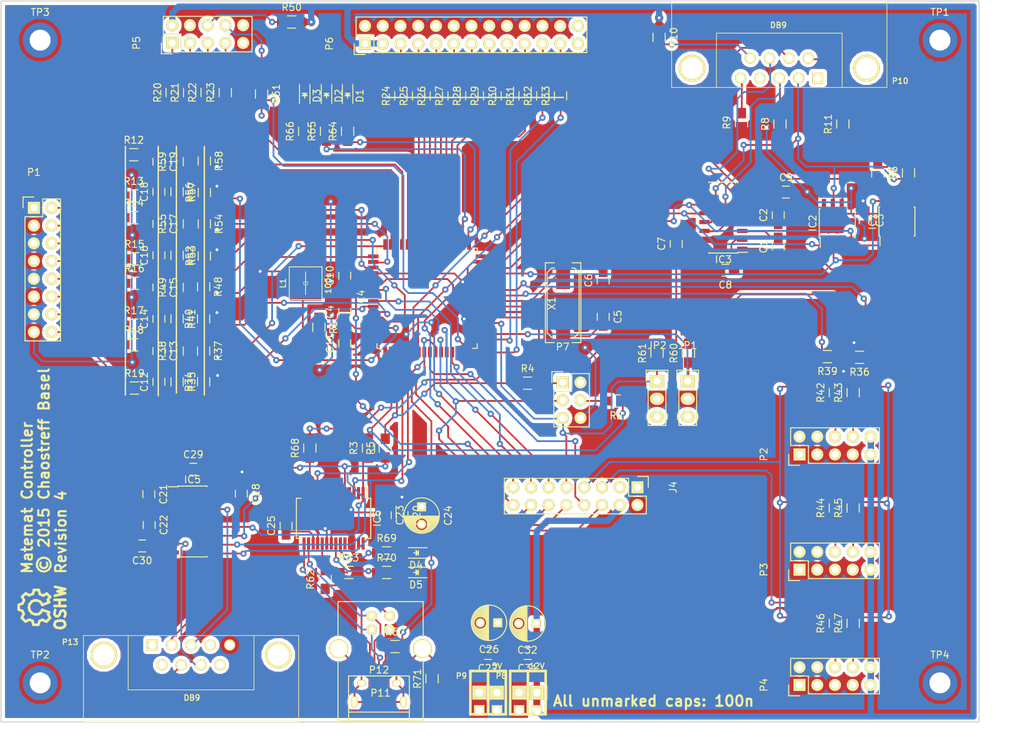
<source format=kicad_pcb>
(kicad_pcb (version 4) (host pcbnew no-vcs-found-product)
  (title_block (title "Matemat Control Board") (rev 4) (company "Chaostreff Basel") (comment 1 "(c) 2015 Gregor Riepl"))
  (layers (0 F.Cu signal hide) (31 B.Cu signal) (34 B.Paste user) (35 F.Paste user) (36 B.SilkS user) (37 F.SilkS user) (38 B.Mask user) (39 F.Mask user) (44 Edge.Cuts user))
  (net 0 "")
  (net 1 +12V)
  (net 2 //RST)
  (net 3 /CAN_SLEEP)
  (net 4 /FLASH_EN)
  (net 5 "/JTAG TCK")
  (net 6 "/JTAG TDI")
  (net 7 "/JTAG TDO")
  (net 8 "/JTAG TMS")
  (net 9 "/LED A")
  (net 10 "/LED B")
  (net 11 "/LED C")
  (net 12 "/LED RX")
  (net 13 "/LED TX")
  (net 14 /MISO)
  (net 15 /MOSI)
  (net 16 /PDI)
  (net 17 /PDO)
  (net 18 /SCK)
  (net 19 /SCL)
  (net 20 /SDA)
  (net 21 /UART0_CTS)
  (net 22 /UART0_RTS)
  (net 23 /UART0_RX)
  (net 24 /UART0_TX)
  (net 25 /UART1_CTS)
  (net 26 /UART1_RTS)
  (net 27 /UART1_RX)
  (net 28 /UART1_TX)
  (net 29 /USBID)
  (net 30 /USB_SLEEP)
  (net 31 /analog_0)
  (net 32 /analog_1)
  (net 33 /analog_2)
  (net 34 /analog_3)
  (net 35 /bill_abn)
  (net 36 /bill_ack)
  (net 37 /bill_busy)
  (net 38 /bill_full)
  (net 39 /bill_inh)
  (net 40 /bill_rej)
  (net 41 /bill_valid)
  (net 42 /bill_vend1)
  (net 43 /bill_vend2)
  (net 44 /bill_vend3)
  (net 45 /coin_a)
  (net 46 /coin_b)
  (net 47 /coin_c)
  (net 48 /coin_d)
  (net 49 /coin_e)
  (net 50 /digital_0)
  (net 51 /digital_1)
  (net 52 /digital_2)
  (net 53 /digital_3)
  (net 54 /strobe)
  (net 55 /zero_cross)
  (net 56 GND)
  (net 57 VAA)
  (net 58 VCC)
  (net 59 "Net-(C1-Pad1)")
  (net 60 "Net-(C1-Pad2)")
  (net 61 "Net-(C2-Pad1)")
  (net 62 "Net-(C2-Pad2)")
  (net 63 "Net-(C4-Pad1)")
  (net 64 "Net-(C5-Pad2)")
  (net 65 "Net-(C6-Pad2)")
  (net 66 "Net-(C8-Pad1)")
  (net 67 "Net-(C9-Pad1)")
  (net 68 "Net-(C21-Pad1)")
  (net 69 "Net-(C21-Pad2)")
  (net 70 "Net-(C22-Pad1)")
  (net 71 "Net-(C22-Pad2)")
  (net 72 "Net-(C25-Pad1)")
  (net 73 "Net-(C29-Pad1)")
  (net 74 "Net-(C30-Pad1)")
  (net 75 "Net-(D1-Pad2)")
  (net 76 "Net-(D2-Pad2)")
  (net 77 "Net-(D3-Pad2)")
  (net 78 "Net-(D4-Pad2)")
  (net 79 "Net-(D5-Pad2)")
  (net 80 "Net-(IC1-Pad5)")
  (net 81 "Net-(IC1-Pad6)")
  (net 82 "Net-(IC1-Pad7)")
  (net 83 "Net-(IC3-Pad7)")
  (net 84 "Net-(IC3-Pad14)")
  (net 85 "Net-(IC4-Pad2)")
  (net 86 "Net-(IC4-Pad3)")
  (net 87 "Net-(IC5-Pad7)")
  (net 88 "Net-(IC5-Pad8)")
  (net 89 "Net-(IC5-Pad13)")
  (net 90 "Net-(IC5-Pad14)")
  (net 91 "Net-(IC6-Pad12)")
  (net 92 "Net-(IC6-Pad15)")
  (net 93 "Net-(IC6-Pad16)")
  (net 94 "Net-(IC6-Pad19)")
  (net 95 "Net-(P1-Pad2)")
  (net 96 "Net-(P1-Pad4)")
  (net 97 "Net-(P1-Pad6)")
  (net 98 "Net-(P1-Pad8)")
  (net 99 "Net-(P1-Pad10)")
  (net 100 "Net-(P1-Pad12)")
  (net 101 "Net-(P1-Pad14)")
  (net 102 "Net-(P1-Pad16)")
  (net 103 "Net-(P2-Pad6)")
  (net 104 "Net-(P2-Pad8)")
  (net 105 "Net-(P3-Pad6)")
  (net 106 "Net-(P3-Pad8)")
  (net 107 "Net-(P4-Pad6)")
  (net 108 "Net-(P4-Pad8)")
  (net 109 "Net-(P5-Pad1)")
  (net 110 "Net-(P5-Pad3)")
  (net 111 "Net-(P5-Pad5)")
  (net 112 "Net-(P5-Pad6)")
  (net 113 "Net-(P5-Pad7)")
  (net 114 "Net-(P5-Pad8)")
  (net 115 "Net-(P6-Pad5)")
  (net 116 "Net-(P6-Pad7)")
  (net 117 "Net-(P6-Pad9)")
  (net 118 "Net-(P6-Pad11)")
  (net 119 "Net-(P6-Pad13)")
  (net 120 "Net-(P6-Pad15)")
  (net 121 "Net-(P6-Pad17)")
  (net 122 "Net-(P6-Pad19)")
  (net 123 "Net-(P6-Pad21)")
  (net 124 "Net-(P6-Pad23)")
  (net 125 "Net-(P10-Pad5)")
  (net 126 "Net-(P10-Pad9)")
  (net 127 "Net-(P10-Pad6)")
  (net 128 "Net-(P11-Pad1)")
  (net 129 "Net-(P11-Pad5)")
  (net 130 "Net-(P12-Pad4)")
  (module Symbol_OSHW-Logo_SilkScreen_07Jul2012 (layer F.Cu) (at 55 143.6 90)
    (fp_text reference SYM hide)
    (fp_text value Symbol_OSHW-Logo_SilkScreen_07Jul2012 hide)
  )
  (module Capacitors_SMD:C_0805_HandSoldering (layer F.Cu) (at 161.25 91.95 90)
    (fp_text reference C1 (at 0 -2.1 90) (layer F.SilkS))
    (fp_text value 100n)
    (pad 1 smd rect (at -1.25 0 90) (size 1.5 1.25) (layers F.Cu F.Paste F.Mask) (net 59 "Net-(C1-Pad1)") (clearance 0.1))
    (pad 2 smd rect (at 1.25 0 90) (size 1.5 1.25) (layers F.Cu F.Paste F.Mask) (net 60 "Net-(C1-Pad2)") (clearance 0.1))
  )
  (module Capacitors_SMD:C_0805_HandSoldering (layer F.Cu) (at 161.25 87.45 90)
    (fp_text reference C2 (at 0 -2.1 90) (layer F.SilkS))
    (fp_text value 100n)
    (pad 1 smd rect (at -1.25 0 90) (size 1.5 1.25) (layers F.Cu F.Paste F.Mask) (net 61 "Net-(C2-Pad1)") (clearance 0.1))
    (pad 2 smd rect (at 1.25 0 90) (size 1.5 1.25) (layers F.Cu F.Paste F.Mask) (net 62 "Net-(C2-Pad2)") (clearance 0.1))
  )
  (module Capacitors_SMD:C_0805_HandSoldering (layer F.Cu) (at 173.7 88.2 270)
    (fp_text reference C3 (at 0 -2.1 270) (layer F.SilkS))
    (fp_text value 100n)
    (pad 1 smd rect (at -1.25 0 270) (size 1.5 1.25) (layers F.Cu F.Paste F.Mask) (net 58 VCC) (clearance 0.1))
    (pad 2 smd rect (at 1.25 0 270) (size 1.5 1.25) (layers F.Cu F.Paste F.Mask) (net 56 GND) (clearance 0.1))
  )
  (module Capacitors_SMD:C_0805_HandSoldering (layer F.Cu) (at 99.2 101.3 90)
    (fp_text reference C4 (at 0 -2.1 90) (layer F.SilkS))
    (fp_text value 100n)
    (pad 1 smd rect (at -1.25 0 90) (size 1.5 1.25) (layers F.Cu F.Paste F.Mask) (net 63 "Net-(C4-Pad1)") (clearance 0.1))
    (pad 2 smd rect (at 1.25 0 90) (size 1.5 1.25) (layers F.Cu F.Paste F.Mask) (net 56 GND) (clearance 0.1))
  )
  (module Capacitors_SMD:C_0805_HandSoldering (layer F.Cu) (at 136.2 102 270)
    (fp_text reference C5 (at 0 -2.1 270) (layer F.SilkS))
    (fp_text value 22p)
    (pad 1 smd rect (at -1.25 0 270) (size 1.5 1.25) (layers F.Cu F.Paste F.Mask) (net 56 GND) (clearance 0.1))
    (pad 2 smd rect (at 1.25 0 270) (size 1.5 1.25) (layers F.Cu F.Paste F.Mask) (net 64 "Net-(C5-Pad2)") (clearance 0.1))
  )
  (module Capacitors_SMD:C_0805_HandSoldering (layer F.Cu) (at 136.2 96.8 90)
    (fp_text reference C6 (at 0 -2.1 90) (layer F.SilkS))
    (fp_text value 22p)
    (pad 1 smd rect (at -1.25 0 90) (size 1.5 1.25) (layers F.Cu F.Paste F.Mask) (net 56 GND) (clearance 0.1))
    (pad 2 smd rect (at 1.25 0 90) (size 1.5 1.25) (layers F.Cu F.Paste F.Mask) (net 65 "Net-(C6-Pad2)") (clearance 0.1))
  )
  (module Capacitors_SMD:C_0805_HandSoldering (layer F.Cu) (at 146.65 91.55 90)
    (fp_text reference C7 (at 0 -2.1 90) (layer F.SilkS))
    (fp_text value 100n)
    (pad 1 smd rect (at -1.25 0 90) (size 1.5 1.25) (layers F.Cu F.Paste F.Mask) (net 58 VCC) (clearance 0.1))
    (pad 2 smd rect (at 1.25 0 90) (size 1.5 1.25) (layers F.Cu F.Paste F.Mask) (net 56 GND) (clearance 0.1))
  )
  (module Capacitors_SMD:C_0805_HandSoldering (layer F.Cu) (at 153.68 95.34 180)
    (fp_text reference C8 (at 0 -2.1 180) (layer F.SilkS))
    (fp_text value 100n)
    (pad 1 smd rect (at -1.25 0 180) (size 1.5 1.25) (layers F.Cu F.Paste F.Mask) (net 66 "Net-(C8-Pad1)") (clearance 0.1))
    (pad 2 smd rect (at 1.25 0 180) (size 1.5 1.25) (layers F.Cu F.Paste F.Mask) (net 56 GND) (clearance 0.1))
  )
  (module Capacitors_SMD:C_0805_HandSoldering (layer F.Cu) (at 162.35 84.15)
    (fp_text reference C9 (at 0 -2.1) (layer F.SilkS))
    (fp_text value 100n)
    (pad 1 smd rect (at -1.25 0) (size 1.5 1.25) (layers F.Cu F.Paste F.Mask) (net 67 "Net-(C9-Pad1)") (clearance 0.1))
    (pad 2 smd rect (at 1.25 0) (size 1.5 1.25) (layers F.Cu F.Paste F.Mask) (net 56 GND) (clearance 0.1))
  )
  (module Capacitors_SMD:C_0805_HandSoldering (layer F.Cu) (at 99.2 96.1 90)
    (fp_text reference C10 (at 0 -2.1 90) (layer F.SilkS))
    (fp_text value 100n)
    (pad 1 smd rect (at -1.25 0 90) (size 1.5 1.25) (layers F.Cu F.Paste F.Mask) (net 56 GND) (clearance 0.1))
    (pad 2 smd rect (at 1.25 0 90) (size 1.5 1.25) (layers F.Cu F.Paste F.Mask) (net 58 VCC) (clearance 0.1))
  )
  (module Capacitors_SMD:C_0805_HandSoldering (layer F.Cu) (at 99.2 105.8 90)
    (fp_text reference C11 (at 0 -2.1 90) (layer F.SilkS))
    (fp_text value 100n)
    (pad 1 smd rect (at -1.25 0 90) (size 1.5 1.25) (layers F.Cu F.Paste F.Mask) (net 57 VAA) (clearance 0.1))
    (pad 2 smd rect (at 1.25 0 90) (size 1.5 1.25) (layers F.Cu F.Paste F.Mask) (net 56 GND) (clearance 0.1))
  )
  (module Capacitors_SMD:C_0805_HandSoldering (layer F.Cu) (at 72.6 111.3 90)
    (fp_text reference C12 (at 0 -2.1 90) (layer F.SilkS))
    (fp_text value 100n)
    (pad 1 smd rect (at -1.25 0 90) (size 1.5 1.25) (layers F.Cu F.Paste F.Mask) (net 34 /analog_3) (clearance 0.1))
    (pad 2 smd rect (at 1.25 0 90) (size 1.5 1.25) (layers F.Cu F.Paste F.Mask) (net 56 GND) (clearance 0.1))
  )
  (module Capacitors_SMD:C_0805_HandSoldering (layer F.Cu) (at 72.6 106.9 270)
    (fp_text reference C13 (at 0 -2.1 270) (layer F.SilkS))
    (fp_text value 100n)
    (pad 1 smd rect (at -1.25 0 270) (size 1.5 1.25) (layers F.Cu F.Paste F.Mask) (net 53 /digital_3) (clearance 0.1))
    (pad 2 smd rect (at 1.25 0 270) (size 1.5 1.25) (layers F.Cu F.Paste F.Mask) (net 56 GND) (clearance 0.1))
  )
  (module Capacitors_SMD:C_0805_HandSoldering (layer F.Cu) (at 72.6 102.3 90)
    (fp_text reference C14 (at 0 -2.1 90) (layer F.SilkS))
    (fp_text value 100n)
    (pad 1 smd rect (at -1.25 0 90) (size 1.5 1.25) (layers F.Cu F.Paste F.Mask) (net 33 /analog_2) (clearance 0.1))
    (pad 2 smd rect (at 1.25 0 90) (size 1.5 1.25) (layers F.Cu F.Paste F.Mask) (net 56 GND) (clearance 0.1))
  )
  (module Capacitors_SMD:C_0805_HandSoldering (layer F.Cu) (at 72.6 97.8 270)
    (fp_text reference C15 (at 0 -2.1 270) (layer F.SilkS))
    (fp_text value 100n)
    (pad 1 smd rect (at -1.25 0 270) (size 1.5 1.25) (layers F.Cu F.Paste F.Mask) (net 52 /digital_2) (clearance 0.1))
    (pad 2 smd rect (at 1.25 0 270) (size 1.5 1.25) (layers F.Cu F.Paste F.Mask) (net 56 GND) (clearance 0.1))
  )
  (module Capacitors_SMD:C_0805_HandSoldering (layer F.Cu) (at 72.6 93.2 90)
    (fp_text reference C16 (at 0 -2.1 90) (layer F.SilkS))
    (fp_text value 100n)
    (pad 1 smd rect (at -1.25 0 90) (size 1.5 1.25) (layers F.Cu F.Paste F.Mask) (net 32 /analog_1) (clearance 0.1))
    (pad 2 smd rect (at 1.25 0 90) (size 1.5 1.25) (layers F.Cu F.Paste F.Mask) (net 56 GND) (clearance 0.1))
  )
  (module Capacitors_SMD:C_0805_HandSoldering (layer F.Cu) (at 72.6 88.7 270)
    (fp_text reference C17 (at 0 -2.1 270) (layer F.SilkS))
    (fp_text value 100n)
    (pad 1 smd rect (at -1.25 0 270) (size 1.5 1.25) (layers F.Cu F.Paste F.Mask) (net 51 /digital_1) (clearance 0.1))
    (pad 2 smd rect (at 1.25 0 270) (size 1.5 1.25) (layers F.Cu F.Paste F.Mask) (net 56 GND) (clearance 0.1))
  )
  (module Capacitors_SMD:C_0805_HandSoldering (layer F.Cu) (at 72.6 84.1 90)
    (fp_text reference C18 (at 0 -2.1 90) (layer F.SilkS))
    (fp_text value 100n)
    (pad 1 smd rect (at -1.25 0 90) (size 1.5 1.25) (layers F.Cu F.Paste F.Mask) (net 31 /analog_0) (clearance 0.1))
    (pad 2 smd rect (at 1.25 0 90) (size 1.5 1.25) (layers F.Cu F.Paste F.Mask) (net 56 GND) (clearance 0.1))
  )
  (module Capacitors_SMD:C_0805_HandSoldering (layer F.Cu) (at 72.6 79.8 270)
    (fp_text reference C19 (at 0 -2.1 270) (layer F.SilkS))
    (fp_text value 100n)
    (pad 1 smd rect (at -1.25 0 270) (size 1.5 1.25) (layers F.Cu F.Paste F.Mask) (net 50 /digital_0) (clearance 0.1))
    (pad 2 smd rect (at 1.25 0 270) (size 1.5 1.25) (layers F.Cu F.Paste F.Mask) (net 56 GND) (clearance 0.1))
  )
  (module Capacitors_SMD:C_0805_HandSoldering (layer F.Cu) (at 107.4 130.4 270)
    (fp_text reference C20 (at 0 -2.1 270) (layer F.SilkS))
    (fp_text value 100n)
    (pad 1 smd rect (at -1.25 0 270) (size 1.5 1.25) (layers F.Cu F.Paste F.Mask) (net 58 VCC) (clearance 0.1))
    (pad 2 smd rect (at 1.25 0 270) (size 1.5 1.25) (layers F.Cu F.Paste F.Mask) (net 56 GND) (clearance 0.1))
  )
  (module Capacitors_SMD:C_0805_HandSoldering (layer F.Cu) (at 71.15 127.4 270)
    (fp_text reference C21 (at 0 -2.1 270) (layer F.SilkS))
    (fp_text value 100n)
    (pad 1 smd rect (at -1.25 0 270) (size 1.5 1.25) (layers F.Cu F.Paste F.Mask) (net 68 "Net-(C21-Pad1)") (clearance 0.1))
    (pad 2 smd rect (at 1.25 0 270) (size 1.5 1.25) (layers F.Cu F.Paste F.Mask) (net 69 "Net-(C21-Pad2)") (clearance 0.1))
  )
  (module Capacitors_SMD:C_0805_HandSoldering (layer F.Cu) (at 71.2 131.8 270)
    (fp_text reference C22 (at 0 -2.1 270) (layer F.SilkS))
    (fp_text value 100n)
    (pad 1 smd rect (at -1.25 0 270) (size 1.5 1.25) (layers F.Cu F.Paste F.Mask) (net 70 "Net-(C22-Pad1)") (clearance 0.1))
    (pad 2 smd rect (at 1.25 0 270) (size 1.5 1.25) (layers F.Cu F.Paste F.Mask) (net 71 "Net-(C22-Pad2)") (clearance 0.1))
  )
  (module Capacitors_SMD:C_0805_HandSoldering (layer F.Cu) (at 105 130.4 270)
    (fp_text reference C23 (at 0 -2.1 270) (layer F.SilkS))
    (fp_text value 100n)
    (pad 1 smd rect (at -1.25 0 270) (size 1.5 1.25) (layers F.Cu F.Paste F.Mask) (net 58 VCC) (clearance 0.1))
    (pad 2 smd rect (at 1.25 0 270) (size 1.5 1.25) (layers F.Cu F.Paste F.Mask) (net 56 GND) (clearance 0.1))
  )
  (module Capacitors_ThroughHole:C_Radial_D5_L11_P2.5 (layer F.Cu) (at 110.2 129.2 270)
    (fp_text reference C24 (at 1.25 -3.8 270) (layer F.SilkS))
    (fp_text value 4.7u)
    (pad 1 thru_hole rect (at 0 0 270) (size 1.3 1.3) (drill 0.8) (layers *.Cu *.Mask F.SilkS) (net 58 VCC))
    (pad 2 thru_hole circle (at 2.5 0 270) (size 1.3 1.3) (drill 0.8) (layers *.Cu *.Mask F.SilkS) (net 56 GND))
  )
  (module Capacitors_SMD:C_0805_HandSoldering (layer F.Cu) (at 90.8 131.9 90)
    (fp_text reference C25 (at 0 -2.1 90) (layer F.SilkS))
    (fp_text value 100n)
    (pad 1 smd rect (at -1.25 0 90) (size 1.5 1.25) (layers F.Cu F.Paste F.Mask) (net 72 "Net-(C25-Pad1)") (clearance 0.1))
    (pad 2 smd rect (at 1.25 0 90) (size 1.5 1.25) (layers F.Cu F.Paste F.Mask) (net 56 GND) (clearance 0.1))
  )
  (module Capacitors_SMD:C_0805_HandSoldering (layer F.Cu) (at 119.7 150.2 180)
    (fp_text reference C27 (at 0 -2.1 180) (layer F.SilkS))
    (fp_text value 100n)
    (pad 1 smd rect (at -1.25 0 180) (size 1.5 1.25) (layers F.Cu F.Paste F.Mask) (net 58 VCC) (clearance 0.1))
    (pad 2 smd rect (at 1.25 0 180) (size 1.5 1.25) (layers F.Cu F.Paste F.Mask) (net 56 GND) (clearance 0.1))
  )
  (module Capacitors_SMD:C_0805_HandSoldering (layer F.Cu) (at 84.4 127.3 270)
    (fp_text reference C28 (at 0 -2.1 270) (layer F.SilkS))
    (fp_text value 100n)
    (pad 1 smd rect (at -1.25 0 270) (size 1.5 1.25) (layers F.Cu F.Paste F.Mask) (net 58 VCC) (clearance 0.1))
    (pad 2 smd rect (at 1.25 0 270) (size 1.5 1.25) (layers F.Cu F.Paste F.Mask) (net 56 GND) (clearance 0.1))
  )
  (module Capacitors_SMD:C_0805_HandSoldering (layer F.Cu) (at 77.52 123.82)
    (fp_text reference C29 (at 0 -2.1) (layer F.SilkS))
    (fp_text value 100n)
    (pad 1 smd rect (at -1.25 0) (size 1.5 1.25) (layers F.Cu F.Paste F.Mask) (net 73 "Net-(C29-Pad1)") (clearance 0.1))
    (pad 2 smd rect (at 1.25 0) (size 1.5 1.25) (layers F.Cu F.Paste F.Mask) (net 56 GND) (clearance 0.1))
  )
  (module Capacitors_SMD:C_0805_HandSoldering (layer F.Cu) (at 70.2 134.8 180)
    (fp_text reference C30 (at 0 -2.1 180) (layer F.SilkS))
    (fp_text value 100n)
    (pad 1 smd rect (at -1.25 0 180) (size 1.5 1.25) (layers F.Cu F.Paste F.Mask) (net 74 "Net-(C30-Pad1)") (clearance 0.1))
    (pad 2 smd rect (at 1.25 0 180) (size 1.5 1.25) (layers F.Cu F.Paste F.Mask) (net 56 GND) (clearance 0.1))
  )
  (module Capacitors_SMD:C_0805_HandSoldering (layer F.Cu) (at 125.4 150.2 180)
    (fp_text reference C31 (at 0 -2.1 180) (layer F.SilkS))
    (fp_text value 100n)
    (pad 1 smd rect (at -1.25 0 180) (size 1.5 1.25) (layers F.Cu F.Paste F.Mask) (net 1 +12V) (clearance 0.1))
    (pad 2 smd rect (at 1.25 0 180) (size 1.5 1.25) (layers F.Cu F.Paste F.Mask) (net 56 GND) (clearance 0.1))
  )
  (module Capacitors_ThroughHole:C_Radial_D5_L11_P2.5 (layer F.Cu) (at 126.6 145.9 180)
    (fp_text reference C32 (at 1.25 -3.8 180) (layer F.SilkS))
    (fp_text value 10u)
    (pad 1 thru_hole rect (at 0 0 180) (size 1.3 1.3) (drill 0.8) (layers *.Cu *.Mask F.SilkS) (net 1 +12V))
    (pad 2 thru_hole circle (at 2.5 0 180) (size 1.3 1.3) (drill 0.8) (layers *.Cu *.Mask F.SilkS) (net 56 GND))
  )
  (module LEDs:LED-0805 (layer F.Cu) (at 99.61 70.36 270)
    (fp_text reference D1 (at 0 -1.75 270) (layer F.SilkS))
    (fp_text value LED805)
    (pad 2 smd rect (at 1.04902 0 90) (size 1.19888 1.19888) (layers F.Cu F.Paste F.Mask) (net 75 "Net-(D1-Pad2)"))
    (pad 1 smd rect (at -1.04902 0 90) (size 1.19888 1.19888) (layers F.Cu F.Paste F.Mask) (net 56 GND))
  )
  (module LEDs:LED-0805 (layer F.Cu) (at 96.59 70.36 270)
    (fp_text reference D2 (at 0 -1.75 270) (layer F.SilkS))
    (fp_text value LED805)
    (pad 2 smd rect (at 1.04902 0 90) (size 1.19888 1.19888) (layers F.Cu F.Paste F.Mask) (net 76 "Net-(D2-Pad2)"))
    (pad 1 smd rect (at -1.04902 0 90) (size 1.19888 1.19888) (layers F.Cu F.Paste F.Mask) (net 56 GND))
  )
  (module LEDs:LED-0805 (layer F.Cu) (at 93.47 70.36 270)
    (fp_text reference D3 (at 0 -1.75 270) (layer F.SilkS))
    (fp_text value LED805)
    (pad 2 smd rect (at 1.04902 0 90) (size 1.19888 1.19888) (layers F.Cu F.Paste F.Mask) (net 77 "Net-(D3-Pad2)"))
    (pad 1 smd rect (at -1.04902 0 90) (size 1.19888 1.19888) (layers F.Cu F.Paste F.Mask) (net 56 GND))
  )
  (module LEDs:LED-0805 (layer F.Cu) (at 109.4 135.8 180)
    (fp_text reference D4 (at 0 -1.75 180) (layer F.SilkS))
    (fp_text value LED805)
    (pad 2 smd rect (at 1.04902 0) (size 1.19888 1.19888) (layers F.Cu F.Paste F.Mask) (net 78 "Net-(D4-Pad2)"))
    (pad 1 smd rect (at -1.04902 0) (size 1.19888 1.19888) (layers F.Cu F.Paste F.Mask) (net 56 GND))
  )
  (module LEDs:LED-0805 (layer F.Cu) (at 109.4 138.6 180)
    (fp_text reference D5 (at 0 -1.75 180) (layer F.SilkS))
    (fp_text value LED805)
    (pad 2 smd rect (at 1.04902 0) (size 1.19888 1.19888) (layers F.Cu F.Paste F.Mask) (net 79 "Net-(D5-Pad2)"))
    (pad 1 smd rect (at -1.04902 0) (size 1.19888 1.19888) (layers F.Cu F.Paste F.Mask) (net 56 GND))
  )
  (module Housings_SOIC:SOIC-8_3.9x4.9mm_Pitch1.27mm (layer F.Cu) (at 178.25 88.35 90)
    (fp_text reference IC1 (at 0 -3.5 90) (layer F.SilkS))
    (fp_text value TJA1040)
    (pad 1 smd rect (at -2.7 -1.905 90) (size 1.55 0.6) (layers F.Cu F.Paste F.Mask) (net 28 /UART1_TX))
    (pad 2 smd rect (at -2.7 -0.635 90) (size 1.55 0.6) (layers F.Cu F.Paste F.Mask) (net 56 GND))
    (pad 3 smd rect (at -2.7 0.635 90) (size 1.55 0.6) (layers F.Cu F.Paste F.Mask) (net 58 VCC))
    (pad 4 smd rect (at -2.7 1.905 90) (size 1.55 0.6) (layers F.Cu F.Paste F.Mask) (net 27 /UART1_RX))
    (pad 5 smd rect (at 2.7 1.905 90) (size 1.55 0.6) (layers F.Cu F.Paste F.Mask) (net 80 "Net-(IC1-Pad5)"))
    (pad 6 smd rect (at 2.7 0.635 90) (size 1.55 0.6) (layers F.Cu F.Paste F.Mask) (net 81 "Net-(IC1-Pad6)"))
    (pad 7 smd rect (at 2.7 -0.635 90) (size 1.55 0.6) (layers F.Cu F.Paste F.Mask) (net 82 "Net-(IC1-Pad7)"))
    (pad 8 smd rect (at 2.7 -1.905 90) (size 1.55 0.6) (layers F.Cu F.Paste F.Mask) (net 3 /CAN_SLEEP))
  )
  (module Housings_SOIC:SOIC-8_3.9x4.9mm_Pitch1.27mm (layer F.Cu) (at 169.7 88.6 90)
    (fp_text reference IC2 (at 0 -3.5 90) (layer F.SilkS))
    (fp_text value "DNP MAX481CSA")
    (pad 1 smd rect (at -2.7 -1.905 90) (size 1.55 0.6) (layers F.Cu F.Paste F.Mask) (net 27 /UART1_RX))
    (pad 2 smd rect (at -2.7 -0.635 90) (size 1.55 0.6) (layers F.Cu F.Paste F.Mask) (net 3 /CAN_SLEEP))
    (pad 3 smd rect (at -2.7 0.635 90) (size 1.55 0.6) (layers F.Cu F.Paste F.Mask) (net 3 /CAN_SLEEP))
    (pad 4 smd rect (at -2.7 1.905 90) (size 1.55 0.6) (layers F.Cu F.Paste F.Mask) (net 28 /UART1_TX))
    (pad 5 smd rect (at 2.7 1.905 90) (size 1.55 0.6) (layers F.Cu F.Paste F.Mask) (net 56 GND))
    (pad 6 smd rect (at 2.7 0.635 90) (size 1.55 0.6) (layers F.Cu F.Paste F.Mask) (net 82 "Net-(IC1-Pad7)"))
    (pad 7 smd rect (at 2.7 -0.635 90) (size 1.55 0.6) (layers F.Cu F.Paste F.Mask) (net 81 "Net-(IC1-Pad6)"))
    (pad 8 smd rect (at 2.7 -1.905 90) (size 1.55 0.6) (layers F.Cu F.Paste F.Mask) (net 58 VCC))
  )
  (module Housings_QFP:TQFP-64_14x14mm_Pitch0.8mm (layer F.Cu) (at 110.995 99.345 90)
    (fp_text reference IC4 (at 0 -9.45 90) (layer F.SilkS))
    (fp_text value ATMEGA128-A)
    (pad 1 smd rect (at -7.7 -6 90) (size 1.5 0.55) (layers F.Cu F.Paste F.Mask))
    (pad 2 smd rect (at -7.7 -5.2 90) (size 1.5 0.55) (layers F.Cu F.Paste F.Mask) (net 85 "Net-(IC4-Pad2)"))
    (pad 3 smd rect (at -7.7 -4.4 90) (size 1.5 0.55) (layers F.Cu F.Paste F.Mask) (net 86 "Net-(IC4-Pad3)"))
    (pad 4 smd rect (at -7.7 -3.6 90) (size 1.5 0.55) (layers F.Cu F.Paste F.Mask) (net 22 /UART0_RTS))
    (pad 5 smd rect (at -7.7 -2.8 90) (size 1.5 0.55) (layers F.Cu F.Paste F.Mask) (net 21 /UART0_CTS))
    (pad 6 smd rect (at -7.7 -2 90) (size 1.5 0.55) (layers F.Cu F.Paste F.Mask) (net 26 /UART1_RTS))
    (pad 7 smd rect (at -7.7 -1.2 90) (size 1.5 0.55) (layers F.Cu F.Paste F.Mask) (net 25 /UART1_CTS))
    (pad 8 smd rect (at -7.7 -0.4 90) (size 1.5 0.55) (layers F.Cu F.Paste F.Mask) (net 54 /strobe))
    (pad 9 smd rect (at -7.7 0.4 90) (size 1.5 0.55) (layers F.Cu F.Paste F.Mask) (net 55 /zero_cross))
    (pad 10 smd rect (at -7.7 1.2 90) (size 1.5 0.55) (layers F.Cu F.Paste F.Mask) (net 29 /USBID))
    (pad 11 smd rect (at -7.7 2 90) (size 1.5 0.55) (layers F.Cu F.Paste F.Mask) (net 18 /SCK))
    (pad 12 smd rect (at -7.7 2.8 90) (size 1.5 0.55) (layers F.Cu F.Paste F.Mask) (net 15 /MOSI))
    (pad 13 smd rect (at -7.7 3.6 90) (size 1.5 0.55) (layers F.Cu F.Paste F.Mask) (net 14 /MISO))
    (pad 14 smd rect (at -7.7 4.4 90) (size 1.5 0.55) (layers F.Cu F.Paste F.Mask) (net 30 /USB_SLEEP))
    (pad 15 smd rect (at -7.7 5.2 90) (size 1.5 0.55) (layers F.Cu F.Paste F.Mask) (net 49 /coin_e))
    (pad 16 smd rect (at -7.7 6 90) (size 1.5 0.55) (layers F.Cu F.Paste F.Mask) (net 38 /bill_full))
    (pad 17 smd rect (at -6 7.7 180) (size 1.5 0.55) (layers F.Cu F.Paste F.Mask) (net 41 /bill_valid))
    (pad 18 smd rect (at -5.2 7.7 180) (size 1.5 0.55) (layers F.Cu F.Paste F.Mask) (net 4 /FLASH_EN))
    (pad 19 smd rect (at -4.4 7.7 180) (size 1.5 0.55) (layers F.Cu F.Paste F.Mask))
    (pad 20 smd rect (at -3.6 7.7 180) (size 1.5 0.55) (layers F.Cu F.Paste F.Mask) (net 2 //RST))
    (pad 21 smd rect (at -2.8 7.7 180) (size 1.5 0.55) (layers F.Cu F.Paste F.Mask) (net 58 VCC))
    (pad 22 smd rect (at -2 7.7 180) (size 1.5 0.55) (layers F.Cu F.Paste F.Mask) (net 56 GND))
    (pad 23 smd rect (at -1.2 7.7 180) (size 1.5 0.55) (layers F.Cu F.Paste F.Mask) (net 64 "Net-(C5-Pad2)"))
    (pad 24 smd rect (at -0.4 7.7 180) (size 1.5 0.55) (layers F.Cu F.Paste F.Mask) (net 65 "Net-(C6-Pad2)"))
    (pad 25 smd rect (at 0.4 7.7 180) (size 1.5 0.55) (layers F.Cu F.Paste F.Mask) (net 19 /SCL))
    (pad 26 smd rect (at 1.2 7.7 180) (size 1.5 0.55) (layers F.Cu F.Paste F.Mask) (net 20 /SDA))
    (pad 27 smd rect (at 2 7.7 180) (size 1.5 0.55) (layers F.Cu F.Paste F.Mask) (net 27 /UART1_RX))
    (pad 28 smd rect (at 2.8 7.7 180) (size 1.5 0.55) (layers F.Cu F.Paste F.Mask) (net 28 /UART1_TX))
    (pad 29 smd rect (at 3.6 7.7 180) (size 1.5 0.55) (layers F.Cu F.Paste F.Mask) (net 3 /CAN_SLEEP))
    (pad 30 smd rect (at 4.4 7.7 180) (size 1.5 0.55) (layers F.Cu F.Paste F.Mask) (net 28 /UART1_TX))
    (pad 31 smd rect (at 5.2 7.7 180) (size 1.5 0.55) (layers F.Cu F.Paste F.Mask) (net 27 /UART1_RX))
    (pad 32 smd rect (at 6 7.7 180) (size 1.5 0.55) (layers F.Cu F.Paste F.Mask))
    (pad 33 smd rect (at 7.7 6 90) (size 1.5 0.55) (layers F.Cu F.Paste F.Mask) (net 9 "/LED A"))
    (pad 34 smd rect (at 7.7 5.2 90) (size 1.5 0.55) (layers F.Cu F.Paste F.Mask) (net 10 "/LED B"))
    (pad 35 smd rect (at 7.7 4.4 90) (size 1.5 0.55) (layers F.Cu F.Paste F.Mask) (net 40 /bill_rej))
    (pad 36 smd rect (at 7.7 3.6 90) (size 1.5 0.55) (layers F.Cu F.Paste F.Mask) (net 36 /bill_ack))
    (pad 37 smd rect (at 7.7 2.8 90) (size 1.5 0.55) (layers F.Cu F.Paste F.Mask) (net 39 /bill_inh))
    (pad 38 smd rect (at 7.7 2 90) (size 1.5 0.55) (layers F.Cu F.Paste F.Mask) (net 35 /bill_abn))
    (pad 39 smd rect (at 7.7 1.2 90) (size 1.5 0.55) (layers F.Cu F.Paste F.Mask) (net 37 /bill_busy))
    (pad 40 smd rect (at 7.7 0.4 90) (size 1.5 0.55) (layers F.Cu F.Paste F.Mask) (net 44 /bill_vend3))
    (pad 41 smd rect (at 7.7 -0.4 90) (size 1.5 0.55) (layers F.Cu F.Paste F.Mask) (net 43 /bill_vend2))
    (pad 42 smd rect (at 7.7 -1.2 90) (size 1.5 0.55) (layers F.Cu F.Paste F.Mask) (net 42 /bill_vend1))
    (pad 43 smd rect (at 7.7 -2 90) (size 1.5 0.55) (layers F.Cu F.Paste F.Mask) (net 11 "/LED C"))
    (pad 44 smd rect (at 7.7 -2.8 90) (size 1.5 0.55) (layers F.Cu F.Paste F.Mask) (net 48 /coin_d))
    (pad 45 smd rect (at 7.7 -3.6 90) (size 1.5 0.55) (layers F.Cu F.Paste F.Mask) (net 47 /coin_c))
    (pad 46 smd rect (at 7.7 -4.4 90) (size 1.5 0.55) (layers F.Cu F.Paste F.Mask) (net 46 /coin_b))
    (pad 47 smd rect (at 7.7 -5.2 90) (size 1.5 0.55) (layers F.Cu F.Paste F.Mask) (net 45 /coin_a))
    (pad 48 smd rect (at 7.7 -6 90) (size 1.5 0.55) (layers F.Cu F.Paste F.Mask) (net 53 /digital_3))
    (pad 49 smd rect (at 6 -7.7 180) (size 1.5 0.55) (layers F.Cu F.Paste F.Mask) (net 52 /digital_2))
    (pad 50 smd rect (at 5.2 -7.7 180) (size 1.5 0.55) (layers F.Cu F.Paste F.Mask) (net 51 /digital_1))
    (pad 51 smd rect (at 4.4 -7.7 180) (size 1.5 0.55) (layers F.Cu F.Paste F.Mask) (net 50 /digital_0))
    (pad 52 smd rect (at 3.6 -7.7 180) (size 1.5 0.55) (layers F.Cu F.Paste F.Mask) (net 58 VCC))
    (pad 53 smd rect (at 2.8 -7.7 180) (size 1.5 0.55) (layers F.Cu F.Paste F.Mask) (net 56 GND))
    (pad 54 smd rect (at 2 -7.7 180) (size 1.5 0.55) (layers F.Cu F.Paste F.Mask) (net 6 "/JTAG TDI"))
    (pad 55 smd rect (at 1.2 -7.7 180) (size 1.5 0.55) (layers F.Cu F.Paste F.Mask) (net 7 "/JTAG TDO"))
    (pad 56 smd rect (at 0.4 -7.7 180) (size 1.5 0.55) (layers F.Cu F.Paste F.Mask) (net 8 "/JTAG TMS"))
    (pad 57 smd rect (at -0.4 -7.7 180) (size 1.5 0.55) (layers F.Cu F.Paste F.Mask) (net 5 "/JTAG TCK"))
    (pad 58 smd rect (at -1.2 -7.7 180) (size 1.5 0.55) (layers F.Cu F.Paste F.Mask) (net 34 /analog_3))
    (pad 59 smd rect (at -2 -7.7 180) (size 1.5 0.55) (layers F.Cu F.Paste F.Mask) (net 33 /analog_2))
    (pad 60 smd rect (at -2.8 -7.7 180) (size 1.5 0.55) (layers F.Cu F.Paste F.Mask) (net 32 /analog_1))
    (pad 61 smd rect (at -3.6 -7.7 180) (size 1.5 0.55) (layers F.Cu F.Paste F.Mask) (net 31 /analog_0))
    (pad 62 smd rect (at -4.4 -7.7 180) (size 1.5 0.55) (layers F.Cu F.Paste F.Mask) (net 63 "Net-(C4-Pad1)"))
    (pad 63 smd rect (at -5.2 -7.7 180) (size 1.5 0.55) (layers F.Cu F.Paste F.Mask) (net 56 GND))
    (pad 64 smd rect (at -6 -7.7 180) (size 1.5 0.55) (layers F.Cu F.Paste F.Mask) (net 57 VAA))
  )
  (module Housings_SSOP:SSOP-28_5.3x10.2mm_Pitch0.65mm (layer F.Cu) (at 97.6 130.85 270)
    (fp_text reference IC6 (at 0 -6.25 270) (layer F.SilkS))
    (fp_text value FT232RL)
    (pad 1 smd rect (at -3.6 -4.225 270) (size 1.75 0.45) (layers F.Cu F.Paste F.Mask) (net 23 /UART0_RX))
    (pad 2 smd rect (at -3.6 -3.575 270) (size 1.75 0.45) (layers F.Cu F.Paste F.Mask))
    (pad 3 smd rect (at -3.6 -2.925 270) (size 1.75 0.45) (layers F.Cu F.Paste F.Mask) (net 22 /UART0_RTS))
    (pad 4 smd rect (at -3.6 -2.275 270) (size 1.75 0.45) (layers F.Cu F.Paste F.Mask) (net 58 VCC))
    (pad 5 smd rect (at -3.6 -1.625 270) (size 1.75 0.45) (layers F.Cu F.Paste F.Mask) (net 24 /UART0_TX))
    (pad 6 smd rect (at -3.6 -0.975 270) (size 1.75 0.45) (layers F.Cu F.Paste F.Mask))
    (pad 7 smd rect (at -3.6 -0.325 270) (size 1.75 0.45) (layers F.Cu F.Paste F.Mask) (net 56 GND))
    (pad 8 smd rect (at -3.6 0.325 270) (size 1.75 0.45) (layers F.Cu F.Paste F.Mask))
    (pad 9 smd rect (at -3.6 0.975 270) (size 1.75 0.45) (layers F.Cu F.Paste F.Mask))
    (pad 10 smd rect (at -3.6 1.625 270) (size 1.75 0.45) (layers F.Cu F.Paste F.Mask))
    (pad 11 smd rect (at -3.6 2.275 270) (size 1.75 0.45) (layers F.Cu F.Paste F.Mask) (net 21 /UART0_CTS))
    (pad 12 smd rect (at -3.6 2.925 270) (size 1.75 0.45) (layers F.Cu F.Paste F.Mask) (net 91 "Net-(IC6-Pad12)"))
    (pad 13 smd rect (at -3.6 3.575 270) (size 1.75 0.45) (layers F.Cu F.Paste F.Mask))
    (pad 14 smd rect (at -3.6 4.225 270) (size 1.75 0.45) (layers F.Cu F.Paste F.Mask))
    (pad 15 smd rect (at 3.6 4.225 270) (size 1.75 0.45) (layers F.Cu F.Paste F.Mask) (net 92 "Net-(IC6-Pad15)"))
    (pad 16 smd rect (at 3.6 3.575 270) (size 1.75 0.45) (layers F.Cu F.Paste F.Mask) (net 93 "Net-(IC6-Pad16)"))
    (pad 17 smd rect (at 3.6 2.925 270) (size 1.75 0.45) (layers F.Cu F.Paste F.Mask) (net 72 "Net-(C25-Pad1)"))
    (pad 18 smd rect (at 3.6 2.275 270) (size 1.75 0.45) (layers F.Cu F.Paste F.Mask) (net 56 GND))
    (pad 19 smd rect (at 3.6 1.625 270) (size 1.75 0.45) (layers F.Cu F.Paste F.Mask) (net 94 "Net-(IC6-Pad19)"))
    (pad 20 smd rect (at 3.6 0.975 270) (size 1.75 0.45) (layers F.Cu F.Paste F.Mask) (net 58 VCC))
    (pad 21 smd rect (at 3.6 0.325 270) (size 1.75 0.45) (layers F.Cu F.Paste F.Mask) (net 56 GND))
    (pad 22 smd rect (at 3.6 -0.325 270) (size 1.75 0.45) (layers F.Cu F.Paste F.Mask) (net 12 "/LED RX"))
    (pad 23 smd rect (at 3.6 -0.975 270) (size 1.75 0.45) (layers F.Cu F.Paste F.Mask) (net 13 "/LED TX"))
    (pad 24 smd rect (at 3.6 -1.625 270) (size 1.75 0.45) (layers F.Cu F.Paste F.Mask))
    (pad 25 smd rect (at 3.6 -2.275 270) (size 1.75 0.45) (layers F.Cu F.Paste F.Mask) (net 56 GND))
    (pad 26 smd rect (at 3.6 -2.925 270) (size 1.75 0.45) (layers F.Cu F.Paste F.Mask) (net 56 GND))
    (pad 27 smd rect (at 3.6 -3.575 270) (size 1.75 0.45) (layers F.Cu F.Paste F.Mask))
    (pad 28 smd rect (at 3.6 -4.225 270) (size 1.75 0.45) (layers F.Cu F.Paste F.Mask))
  )
  (module Pin_Headers:Pin_Header_Straight_2x08 (layer F.Cu) (at 141.1 126.4 270)
    (fp_text reference J4 (at 0 -5.1 270) (layer F.SilkS))
    (fp_text value POWER)
    (pad 1 thru_hole rect (at 0 0 270) (size 1.7272 1.7272) (drill 1.016) (layers *.Cu *.Mask F.SilkS) (net 58 VCC))
    (pad 2 thru_hole oval (at 2.54 0 270) (size 1.7272 1.7272) (drill 1.016) (layers *.Cu *.Mask F.SilkS) (net 56 GND))
    (pad 3 thru_hole oval (at 0 2.54 270) (size 1.7272 1.7272) (drill 1.016) (layers *.Cu *.Mask F.SilkS))
    (pad 4 thru_hole oval (at 2.54 2.54 270) (size 1.7272 1.7272) (drill 1.016) (layers *.Cu *.Mask F.SilkS) (net 1 +12V))
    (pad 5 thru_hole oval (at 0 5.08 270) (size 1.7272 1.7272) (drill 1.016) (layers *.Cu *.Mask F.SilkS) (net 20 /SDA))
    (pad 6 thru_hole oval (at 2.54 5.08 270) (size 1.7272 1.7272) (drill 1.016) (layers *.Cu *.Mask F.SilkS) (net 18 /SCK))
    (pad 7 thru_hole oval (at 0 7.62 270) (size 1.7272 1.7272) (drill 1.016) (layers *.Cu *.Mask F.SilkS) (net 19 /SCL))
    (pad 8 thru_hole oval (at 2.54 7.62 270) (size 1.7272 1.7272) (drill 1.016) (layers *.Cu *.Mask F.SilkS) (net 55 /zero_cross))
    (pad 9 thru_hole oval (at 0 10.16 270) (size 1.7272 1.7272) (drill 1.016) (layers *.Cu *.Mask F.SilkS) (net 2 //RST))
    (pad 10 thru_hole oval (at 2.54 10.16 270) (size 1.7272 1.7272) (drill 1.016) (layers *.Cu *.Mask F.SilkS) (net 54 /strobe))
    (pad 11 thru_hole oval (at 0 12.7 270) (size 1.7272 1.7272) (drill 1.016) (layers *.Cu *.Mask F.SilkS) (net 5 "/JTAG TCK"))
    (pad 12 thru_hole oval (at 2.54 12.7 270) (size 1.7272 1.7272) (drill 1.016) (layers *.Cu *.Mask F.SilkS) (net 8 "/JTAG TMS"))
    (pad 13 thru_hole oval (at 0 15.24 270) (size 1.7272 1.7272) (drill 1.016) (layers *.Cu *.Mask F.SilkS) (net 15 /MOSI))
    (pad 14 thru_hole oval (at 2.54 15.24 270) (size 1.7272 1.7272) (drill 1.016) (layers *.Cu *.Mask F.SilkS) (net 6 "/JTAG TDI"))
    (pad 15 thru_hole oval (at 0 17.78 270) (size 1.7272 1.7272) (drill 1.016) (layers *.Cu *.Mask F.SilkS) (net 14 /MISO))
    (pad 16 thru_hole oval (at 2.54 17.78 270) (size 1.7272 1.7272) (drill 1.016) (layers *.Cu *.Mask F.SilkS) (net 7 "/JTAG TDO"))
  )
  (module Pin_Headers:Pin_Header_Straight_1x03 (layer F.Cu) (at 148.3 111.2)
    (fp_text reference JP1 (at 0 -5.1) (layer F.SilkS))
    (fp_text value "1-2 FLASH EN")
    (pad 1 thru_hole rect (at 0 0) (size 2.032 1.7272) (drill 1.016) (layers *.Cu *.Mask F.SilkS) (net 4 /FLASH_EN))
    (pad 2 thru_hole oval (at 0 2.54) (size 2.032 1.7272) (drill 1.016) (layers *.Cu *.Mask F.SilkS) (net 56 GND))
    (pad 3 thru_hole oval (at 0 5.08) (size 2.032 1.7272) (drill 1.016) (layers *.Cu *.Mask F.SilkS))
  )
  (module Pin_Headers:Pin_Header_Straight_1x03 (layer F.Cu) (at 143.9 111.2)
    (fp_text reference JP2 (at 0 -5.1) (layer F.SilkS))
    (fp_text value "1-2 RESET")
    (pad 1 thru_hole rect (at 0 0) (size 2.032 1.7272) (drill 1.016) (layers *.Cu *.Mask F.SilkS) (net 2 //RST))
    (pad 2 thru_hole oval (at 0 2.54) (size 2.032 1.7272) (drill 1.016) (layers *.Cu *.Mask F.SilkS) (net 56 GND))
    (pad 3 thru_hole oval (at 0 5.08) (size 2.032 1.7272) (drill 1.016) (layers *.Cu *.Mask F.SilkS))
  )
  (module Pin_Headers:Pin_Header_Straight_2x08 (layer F.Cu) (at 54.7 86.4)
    (fp_text reference P1 (at 0 -5.1) (layer F.SilkS))
    (fp_text value SENSOR)
    (pad 1 thru_hole rect (at 0 0) (size 1.7272 1.7272) (drill 1.016) (layers *.Cu *.Mask F.SilkS) (net 58 VCC))
    (pad 2 thru_hole oval (at 2.54 0) (size 1.7272 1.7272) (drill 1.016) (layers *.Cu *.Mask F.SilkS) (net 95 "Net-(P1-Pad2)"))
    (pad 3 thru_hole oval (at 0 2.54) (size 1.7272 1.7272) (drill 1.016) (layers *.Cu *.Mask F.SilkS) (net 56 GND))
    (pad 4 thru_hole oval (at 2.54 2.54) (size 1.7272 1.7272) (drill 1.016) (layers *.Cu *.Mask F.SilkS) (net 96 "Net-(P1-Pad4)"))
    (pad 5 thru_hole oval (at 0 5.08) (size 1.7272 1.7272) (drill 1.016) (layers *.Cu *.Mask F.SilkS) (net 58 VCC))
    (pad 6 thru_hole oval (at 2.54 5.08) (size 1.7272 1.7272) (drill 1.016) (layers *.Cu *.Mask F.SilkS) (net 97 "Net-(P1-Pad6)"))
    (pad 7 thru_hole oval (at 0 7.62) (size 1.7272 1.7272) (drill 1.016) (layers *.Cu *.Mask F.SilkS) (net 56 GND))
    (pad 8 thru_hole oval (at 2.54 7.62) (size 1.7272 1.7272) (drill 1.016) (layers *.Cu *.Mask F.SilkS) (net 98 "Net-(P1-Pad8)"))
    (pad 9 thru_hole oval (at 0 10.16) (size 1.7272 1.7272) (drill 1.016) (layers *.Cu *.Mask F.SilkS) (net 58 VCC))
    (pad 10 thru_hole oval (at 2.54 10.16) (size 1.7272 1.7272) (drill 1.016) (layers *.Cu *.Mask F.SilkS) (net 99 "Net-(P1-Pad10)"))
    (pad 11 thru_hole oval (at 0 12.7) (size 1.7272 1.7272) (drill 1.016) (layers *.Cu *.Mask F.SilkS) (net 56 GND))
    (pad 12 thru_hole oval (at 2.54 12.7) (size 1.7272 1.7272) (drill 1.016) (layers *.Cu *.Mask F.SilkS) (net 100 "Net-(P1-Pad12)"))
    (pad 13 thru_hole oval (at 0 15.24) (size 1.7272 1.7272) (drill 1.016) (layers *.Cu *.Mask F.SilkS) (net 58 VCC))
    (pad 14 thru_hole oval (at 2.54 15.24) (size 1.7272 1.7272) (drill 1.016) (layers *.Cu *.Mask F.SilkS) (net 101 "Net-(P1-Pad14)"))
    (pad 15 thru_hole oval (at 0 17.78) (size 1.7272 1.7272) (drill 1.016) (layers *.Cu *.Mask F.SilkS) (net 56 GND))
    (pad 16 thru_hole oval (at 2.54 17.78) (size 1.7272 1.7272) (drill 1.016) (layers *.Cu *.Mask F.SilkS) (net 102 "Net-(P1-Pad16)"))
  )
  (module Pin_Headers:Pin_Header_Straight_2x05 (layer F.Cu) (at 164.3 121.7 90)
    (fp_text reference P2 (at 0 -5.1 90) (layer F.SilkS))
    (fp_text value I2C0)
    (pad 1 thru_hole rect (at 0 0 90) (size 1.7272 1.7272) (drill 1.016) (layers *.Cu *.Mask F.SilkS) (net 56 GND))
    (pad 2 thru_hole oval (at 2.54 0 90) (size 1.7272 1.7272) (drill 1.016) (layers *.Cu *.Mask F.SilkS) (net 58 VCC))
    (pad 3 thru_hole oval (at 0 2.54 90) (size 1.7272 1.7272) (drill 1.016) (layers *.Cu *.Mask F.SilkS) (net 56 GND))
    (pad 4 thru_hole oval (at 2.54 2.54 90) (size 1.7272 1.7272) (drill 1.016) (layers *.Cu *.Mask F.SilkS) (net 58 VCC))
    (pad 5 thru_hole oval (at 0 5.08 90) (size 1.7272 1.7272) (drill 1.016) (layers *.Cu *.Mask F.SilkS) (net 56 GND))
    (pad 6 thru_hole oval (at 2.54 5.08 90) (size 1.7272 1.7272) (drill 1.016) (layers *.Cu *.Mask F.SilkS) (net 103 "Net-(P2-Pad6)"))
    (pad 7 thru_hole oval (at 0 7.62 90) (size 1.7272 1.7272) (drill 1.016) (layers *.Cu *.Mask F.SilkS) (net 56 GND))
    (pad 8 thru_hole oval (at 2.54 7.62 90) (size 1.7272 1.7272) (drill 1.016) (layers *.Cu *.Mask F.SilkS) (net 104 "Net-(P2-Pad8)"))
    (pad 9 thru_hole oval (at 0 10.16 90) (size 1.7272 1.7272) (drill 1.016) (layers *.Cu *.Mask F.SilkS) (net 1 +12V))
    (pad 10 thru_hole oval (at 2.54 10.16 90) (size 1.7272 1.7272) (drill 1.016) (layers *.Cu *.Mask F.SilkS) (net 1 +12V))
  )
  (module Pin_Headers:Pin_Header_Straight_2x05 (layer F.Cu) (at 164.3 138.2 90)
    (fp_text reference P3 (at 0 -5.1 90) (layer F.SilkS))
    (fp_text value I2C1)
    (pad 1 thru_hole rect (at 0 0 90) (size 1.7272 1.7272) (drill 1.016) (layers *.Cu *.Mask F.SilkS) (net 56 GND))
    (pad 2 thru_hole oval (at 2.54 0 90) (size 1.7272 1.7272) (drill 1.016) (layers *.Cu *.Mask F.SilkS) (net 58 VCC))
    (pad 3 thru_hole oval (at 0 2.54 90) (size 1.7272 1.7272) (drill 1.016) (layers *.Cu *.Mask F.SilkS) (net 56 GND))
    (pad 4 thru_hole oval (at 2.54 2.54 90) (size 1.7272 1.7272) (drill 1.016) (layers *.Cu *.Mask F.SilkS) (net 58 VCC))
    (pad 5 thru_hole oval (at 0 5.08 90) (size 1.7272 1.7272) (drill 1.016) (layers *.Cu *.Mask F.SilkS) (net 56 GND))
    (pad 6 thru_hole oval (at 2.54 5.08 90) (size 1.7272 1.7272) (drill 1.016) (layers *.Cu *.Mask F.SilkS) (net 105 "Net-(P3-Pad6)"))
    (pad 7 thru_hole oval (at 0 7.62 90) (size 1.7272 1.7272) (drill 1.016) (layers *.Cu *.Mask F.SilkS) (net 56 GND))
    (pad 8 thru_hole oval (at 2.54 7.62 90) (size 1.7272 1.7272) (drill 1.016) (layers *.Cu *.Mask F.SilkS) (net 106 "Net-(P3-Pad8)"))
    (pad 9 thru_hole oval (at 0 10.16 90) (size 1.7272 1.7272) (drill 1.016) (layers *.Cu *.Mask F.SilkS) (net 1 +12V))
    (pad 10 thru_hole oval (at 2.54 10.16 90) (size 1.7272 1.7272) (drill 1.016) (layers *.Cu *.Mask F.SilkS) (net 1 +12V))
  )
  (module Pin_Headers:Pin_Header_Straight_2x05 (layer F.Cu) (at 164.3 154.7 90)
    (fp_text reference P4 (at 0 -5.1 90) (layer F.SilkS))
    (fp_text value I2C2)
    (pad 1 thru_hole rect (at 0 0 90) (size 1.7272 1.7272) (drill 1.016) (layers *.Cu *.Mask F.SilkS) (net 56 GND))
    (pad 2 thru_hole oval (at 2.54 0 90) (size 1.7272 1.7272) (drill 1.016) (layers *.Cu *.Mask F.SilkS) (net 58 VCC))
    (pad 3 thru_hole oval (at 0 2.54 90) (size 1.7272 1.7272) (drill 1.016) (layers *.Cu *.Mask F.SilkS) (net 56 GND))
    (pad 4 thru_hole oval (at 2.54 2.54 90) (size 1.7272 1.7272) (drill 1.016) (layers *.Cu *.Mask F.SilkS) (net 58 VCC))
    (pad 5 thru_hole oval (at 0 5.08 90) (size 1.7272 1.7272) (drill 1.016) (layers *.Cu *.Mask F.SilkS) (net 56 GND))
    (pad 6 thru_hole oval (at 2.54 5.08 90) (size 1.7272 1.7272) (drill 1.016) (layers *.Cu *.Mask F.SilkS) (net 107 "Net-(P4-Pad6)"))
    (pad 7 thru_hole oval (at 0 7.62 90) (size 1.7272 1.7272) (drill 1.016) (layers *.Cu *.Mask F.SilkS) (net 56 GND))
    (pad 8 thru_hole oval (at 2.54 7.62 90) (size 1.7272 1.7272) (drill 1.016) (layers *.Cu *.Mask F.SilkS) (net 108 "Net-(P4-Pad8)"))
    (pad 9 thru_hole oval (at 0 10.16 90) (size 1.7272 1.7272) (drill 1.016) (layers *.Cu *.Mask F.SilkS) (net 1 +12V))
    (pad 10 thru_hole oval (at 2.54 10.16 90) (size 1.7272 1.7272) (drill 1.016) (layers *.Cu *.Mask F.SilkS) (net 1 +12V))
  )
  (module Pin_Headers:Pin_Header_Straight_2x05 (layer F.Cu) (at 74.5 62.8 90)
    (fp_text reference P5 (at 0 -5.1 90) (layer F.SilkS))
    (fp_text value COIN)
    (pad 1 thru_hole rect (at 0 0 90) (size 1.7272 1.7272) (drill 1.016) (layers *.Cu *.Mask F.SilkS) (net 109 "Net-(P5-Pad1)"))
    (pad 2 thru_hole oval (at 2.54 0 90) (size 1.7272 1.7272) (drill 1.016) (layers *.Cu *.Mask F.SilkS) (net 1 +12V))
    (pad 3 thru_hole oval (at 0 2.54 90) (size 1.7272 1.7272) (drill 1.016) (layers *.Cu *.Mask F.SilkS) (net 110 "Net-(P5-Pad3)"))
    (pad 4 thru_hole oval (at 2.54 2.54 90) (size 1.7272 1.7272) (drill 1.016) (layers *.Cu *.Mask F.SilkS) (net 56 GND))
    (pad 5 thru_hole oval (at 0 5.08 90) (size 1.7272 1.7272) (drill 1.016) (layers *.Cu *.Mask F.SilkS) (net 111 "Net-(P5-Pad5)"))
    (pad 6 thru_hole oval (at 2.54 5.08 90) (size 1.7272 1.7272) (drill 1.016) (layers *.Cu *.Mask F.SilkS) (net 112 "Net-(P5-Pad6)"))
    (pad 7 thru_hole oval (at 0 7.62 90) (size 1.7272 1.7272) (drill 1.016) (layers *.Cu *.Mask F.SilkS) (net 113 "Net-(P5-Pad7)"))
    (pad 8 thru_hole oval (at 2.54 7.62 90) (size 1.7272 1.7272) (drill 1.016) (layers *.Cu *.Mask F.SilkS) (net 114 "Net-(P5-Pad8)"))
    (pad 9 thru_hole oval (at 0 10.16 90) (size 1.7272 1.7272) (drill 1.016) (layers *.Cu *.Mask F.SilkS) (net 56 GND))
    (pad 10 thru_hole oval (at 2.54 10.16 90) (size 1.7272 1.7272) (drill 1.016) (layers *.Cu *.Mask F.SilkS) (net 56 GND))
  )
  (module Pin_Headers:Pin_Header_Straight_2x13 (layer F.Cu) (at 102.1 62.9 90)
    (fp_text reference P6 (at 0 -5.1 90) (layer F.SilkS))
    (fp_text value BILL)
    (pad 1 thru_hole rect (at 0 0 90) (size 1.7272 1.7272) (drill 1.016) (layers *.Cu *.Mask F.SilkS) (net 1 +12V))
    (pad 2 thru_hole oval (at 2.54 0 90) (size 1.7272 1.7272) (drill 1.016) (layers *.Cu *.Mask F.SilkS) (net 56 GND))
    (pad 3 thru_hole oval (at 0 2.54 90) (size 1.7272 1.7272) (drill 1.016) (layers *.Cu *.Mask F.SilkS) (net 1 +12V))
    (pad 4 thru_hole oval (at 2.54 2.54 90) (size 1.7272 1.7272) (drill 1.016) (layers *.Cu *.Mask F.SilkS) (net 56 GND))
    (pad 5 thru_hole oval (at 0 5.08 90) (size 1.7272 1.7272) (drill 1.016) (layers *.Cu *.Mask F.SilkS) (net 115 "Net-(P6-Pad5)"))
    (pad 6 thru_hole oval (at 2.54 5.08 90) (size 1.7272 1.7272) (drill 1.016) (layers *.Cu *.Mask F.SilkS) (net 56 GND))
    (pad 7 thru_hole oval (at 0 7.62 90) (size 1.7272 1.7272) (drill 1.016) (layers *.Cu *.Mask F.SilkS) (net 116 "Net-(P6-Pad7)"))
    (pad 8 thru_hole oval (at 2.54 7.62 90) (size 1.7272 1.7272) (drill 1.016) (layers *.Cu *.Mask F.SilkS) (net 56 GND))
    (pad 9 thru_hole oval (at 0 10.16 90) (size 1.7272 1.7272) (drill 1.016) (layers *.Cu *.Mask F.SilkS) (net 117 "Net-(P6-Pad9)"))
    (pad 10 thru_hole oval (at 2.54 10.16 90) (size 1.7272 1.7272) (drill 1.016) (layers *.Cu *.Mask F.SilkS) (net 56 GND))
    (pad 11 thru_hole oval (at 0 12.7 90) (size 1.7272 1.7272) (drill 1.016) (layers *.Cu *.Mask F.SilkS) (net 118 "Net-(P6-Pad11)"))
    (pad 12 thru_hole oval (at 2.54 12.7 90) (size 1.7272 1.7272) (drill 1.016) (layers *.Cu *.Mask F.SilkS) (net 56 GND))
    (pad 13 thru_hole oval (at 0 15.24 90) (size 1.7272 1.7272) (drill 1.016) (layers *.Cu *.Mask F.SilkS) (net 119 "Net-(P6-Pad13)"))
    (pad 14 thru_hole oval (at 2.54 15.24 90) (size 1.7272 1.7272) (drill 1.016) (layers *.Cu *.Mask F.SilkS) (net 56 GND))
    (pad 15 thru_hole oval (at 0 17.78 90) (size 1.7272 1.7272) (drill 1.016) (layers *.Cu *.Mask F.SilkS) (net 120 "Net-(P6-Pad15)"))
    (pad 16 thru_hole oval (at 2.54 17.78 90) (size 1.7272 1.7272) (drill 1.016) (layers *.Cu *.Mask F.SilkS) (net 56 GND))
    (pad 17 thru_hole oval (at 0 20.32 90) (size 1.7272 1.7272) (drill 1.016) (layers *.Cu *.Mask F.SilkS) (net 121 "Net-(P6-Pad17)"))
    (pad 18 thru_hole oval (at 2.54 20.32 90) (size 1.7272 1.7272) (drill 1.016) (layers *.Cu *.Mask F.SilkS) (net 56 GND))
    (pad 19 thru_hole oval (at 0 22.86 90) (size 1.7272 1.7272) (drill 1.016) (layers *.Cu *.Mask F.SilkS) (net 122 "Net-(P6-Pad19)"))
    (pad 20 thru_hole oval (at 2.54 22.86 90) (size 1.7272 1.7272) (drill 1.016) (layers *.Cu *.Mask F.SilkS) (net 56 GND))
    (pad 21 thru_hole oval (at 0 25.4 90) (size 1.7272 1.7272) (drill 1.016) (layers *.Cu *.Mask F.SilkS) (net 123 "Net-(P6-Pad21)"))
    (pad 22 thru_hole oval (at 2.54 25.4 90) (size 1.7272 1.7272) (drill 1.016) (layers *.Cu *.Mask F.SilkS) (net 56 GND))
    (pad 23 thru_hole oval (at 0 27.94 90) (size 1.7272 1.7272) (drill 1.016) (layers *.Cu *.Mask F.SilkS) (net 124 "Net-(P6-Pad23)"))
    (pad 24 thru_hole oval (at 2.54 27.94 90) (size 1.7272 1.7272) (drill 1.016) (layers *.Cu *.Mask F.SilkS) (net 56 GND))
    (pad 25 thru_hole oval (at 0 30.48 90) (size 1.7272 1.7272) (drill 1.016) (layers *.Cu *.Mask F.SilkS))
    (pad 26 thru_hole oval (at 2.54 30.48 90) (size 1.7272 1.7272) (drill 1.016) (layers *.Cu *.Mask F.SilkS))
  )
  (module Pin_Headers:Pin_Header_Straight_2x03 (layer F.Cu) (at 130.4 111.4)
    (fp_text reference P7 (at 0 -5.1) (layer F.SilkS))
    (fp_text value ISP)
    (pad 1 thru_hole rect (at 0 0) (size 1.7272 1.7272) (drill 1.016) (layers *.Cu *.Mask F.SilkS) (net 17 /PDO))
    (pad 2 thru_hole oval (at 2.54 0) (size 1.7272 1.7272) (drill 1.016) (layers *.Cu *.Mask F.SilkS) (net 58 VCC))
    (pad 3 thru_hole oval (at 0 2.54) (size 1.7272 1.7272) (drill 1.016) (layers *.Cu *.Mask F.SilkS) (net 18 /SCK))
    (pad 4 thru_hole oval (at 2.54 2.54) (size 1.7272 1.7272) (drill 1.016) (layers *.Cu *.Mask F.SilkS) (net 16 /PDI))
    (pad 5 thru_hole oval (at 0 5.08) (size 1.7272 1.7272) (drill 1.016) (layers *.Cu *.Mask F.SilkS) (net 2 //RST))
    (pad 6 thru_hole oval (at 2.54 5.08) (size 1.7272 1.7272) (drill 1.016) (layers *.Cu *.Mask F.SilkS) (net 56 GND))
  )
  (module matemat:Bornier_B2_Phoenix (layer F.Cu) (at 125.4 155.8)
    (fp_text reference P8 (at -3.8 -2.4) (layer F.SilkS) (effects (font (size 0.8 0.8))))
    (fp_text value 12V (at 1.3 -3.8) (layer F.SilkS) (effects (font (size 0.8 0.8))))
    (pad 2 thru_hole rect (at 1.29032 2.54254) (size 1.50114 1.50114) (drill 1.09982) (layers *.Cu *.Mask F.SilkS) (net 1 +12V))
    (pad 2 thru_hole rect (at 1.29032 0.00254) (size 1.99898 1.99898) (drill 1.09982) (layers *.Cu *.Mask F.SilkS) (net 1 +12V))
    (pad 1 thru_hole rect (at -1.24968 2.54) (size 1.50114 1.50114) (drill 1.09982) (layers *.Cu *.Mask F.SilkS) (net 56 GND))
    (pad 1 thru_hole rect (at -1.24968 0) (size 1.99898 1.99898) (drill 1.09982) (layers *.Cu *.Mask F.SilkS) (net 56 GND))
  )
  (module matemat:Bornier_B2_Phoenix (layer F.Cu) (at 119.7 155.8)
    (fp_text reference P9 (at -3.8 -2.4) (layer F.SilkS) (effects (font (size 0.8 0.8))))
    (fp_text value 5V (at 1.3 -3.8) (layer F.SilkS) (effects (font (size 0.8 0.8))))
    (pad 2 thru_hole rect (at 1.29032 2.54254) (size 1.50114 1.50114) (drill 1.09982) (layers *.Cu *.Mask F.SilkS) (net 58 VCC))
    (pad 2 thru_hole rect (at 1.29032 0.00254) (size 1.99898 1.99898) (drill 1.09982) (layers *.Cu *.Mask F.SilkS) (net 58 VCC))
    (pad 1 thru_hole rect (at -1.24968 2.54) (size 1.50114 1.50114) (drill 1.09982) (layers *.Cu *.Mask F.SilkS) (net 56 GND))
    (pad 1 thru_hole rect (at -1.24968 0) (size 1.99898 1.99898) (drill 1.09982) (layers *.Cu *.Mask F.SilkS) (net 56 GND))
  )
  (module matemat:DB9MCS (layer F.Cu) (at 161.4 66.4)
    (fp_text reference P10 (at 17.31 1.84) (layer F.SilkS) (effects (font (size 0.8 0.8))))
    (fp_text value DB9 (at -0.12 -6.14) (layer F.SilkS) (effects (font (size 0.8 0.8))))
    (pad "" thru_hole circle (at 12.495 0) (size 3.81 3.81) (drill 3.05) (layers *.Cu *.Mask F.SilkS))
    (pad "" thru_hole circle (at -12.495 0) (size 3.81 3.81) (drill 3.05) (layers *.Cu *.Mask F.SilkS))
    (pad 1 thru_hole rect (at 5.535 1.42) (size 1.59 1.59) (drill 1.09) (layers *.Cu *.Mask F.SilkS))
    (pad 2 thru_hole circle (at 2.775 1.42) (size 1.59 1.59) (drill 1.09) (layers *.Cu *.Mask F.SilkS) (net 81 "Net-(IC1-Pad6)"))
    (pad 3 thru_hole circle (at 0 1.42) (size 1.59 1.59) (drill 1.09) (layers *.Cu *.Mask F.SilkS) (net 84 "Net-(IC3-Pad14)"))
    (pad 4 thru_hole circle (at -2.775 1.42) (size 1.59 1.59) (drill 1.09) (layers *.Cu *.Mask F.SilkS))
    (pad 5 thru_hole circle (at -5.535 1.42) (size 1.59 1.59) (drill 1.09) (layers *.Cu *.Mask F.SilkS) (net 125 "Net-(P10-Pad5)"))
    (pad 9 thru_hole circle (at -4.155 -1.42) (size 1.59 1.59) (drill 1.09) (layers *.Cu *.Mask F.SilkS) (net 126 "Net-(P10-Pad9)"))
    (pad 8 thru_hole circle (at -1.395 -1.42) (size 1.59 1.59) (drill 1.09) (layers *.Cu *.Mask F.SilkS) (net 83 "Net-(IC3-Pad7)"))
    (pad 7 thru_hole circle (at 1.395 -1.42) (size 1.59 1.59) (drill 1.09) (layers *.Cu *.Mask F.SilkS) (net 82 "Net-(IC1-Pad7)"))
    (pad 6 thru_hole circle (at 4.155 -1.42) (size 1.59 1.59) (drill 1.09) (layers *.Cu *.Mask F.SilkS) (net 127 "Net-(P10-Pad6)"))
  )
  (module Connect:USB_B (layer F.Cu) (at 105.6 144.8 270)
    (fp_text reference P11 (at 11.049 1.27 360) (layer F.SilkS))
    (fp_text value USB_B)
    (pad 2 thru_hole circle (at 0 2.54 180) (size 1.524 1.524) (drill 0.8128) (layers *.Cu *.Mask F.SilkS) (net 93 "Net-(IC6-Pad16)"))
    (pad 1 thru_hole circle (at 0 0 180) (size 1.524 1.524) (drill 0.8128) (layers *.Cu *.Mask F.SilkS) (net 128 "Net-(P11-Pad1)"))
    (pad 4 thru_hole circle (at 1.99898 0 180) (size 1.524 1.524) (drill 0.8128) (layers *.Cu *.Mask F.SilkS) (net 56 GND))
    (pad 3 thru_hole circle (at 1.99898 2.54 180) (size 1.524 1.524) (drill 0.8128) (layers *.Cu *.Mask F.SilkS) (net 92 "Net-(IC6-Pad15)"))
    (pad 5 thru_hole circle (at 4.699 7.26948 180) (size 2.70002 2.70002) (drill 2.30124) (layers *.Cu *.Mask F.SilkS) (net 129 "Net-(P11-Pad5)"))
    (pad 5 thru_hole circle (at 4.699 -4.72948 180) (size 2.70002 2.70002) (drill 2.30124) (layers *.Cu *.Mask F.SilkS) (net 129 "Net-(P11-Pad5)"))
  )
  (module Connect:USB_Micro-B (layer F.Cu) (at 104.1 156)
    (fp_text reference P12 (at 0 -3.45) (layer F.SilkS))
    (fp_text value USB_OTG)
    (pad 1 smd rect (at -1.3009 -1.56254 90) (size 1.35 0.4) (layers F.Cu F.Paste F.Mask) (net 128 "Net-(P11-Pad1)"))
    (pad 2 smd rect (at -0.6509 -1.56254 90) (size 1.35 0.4) (layers F.Cu F.Paste F.Mask) (net 93 "Net-(IC6-Pad16)"))
    (pad 3 smd rect (at -0.0009 -1.56254 90) (size 1.35 0.4) (layers F.Cu F.Paste F.Mask) (net 92 "Net-(IC6-Pad15)"))
    (pad 4 smd rect (at 0.6491 -1.56254 90) (size 1.35 0.4) (layers F.Cu F.Paste F.Mask) (net 130 "Net-(P12-Pad4)"))
    (pad 5 smd rect (at 1.2991 -1.56254 90) (size 1.35 0.4) (layers F.Cu F.Paste F.Mask) (net 56 GND))
    (pad 6 thru_hole oval (at -2.5009 -1.56254 90) (size 0.95 1.25) (drill oval 0.55 0.85) (layers *.Cu *.Mask F.SilkS) (net 129 "Net-(P11-Pad5)"))
    (pad 6 thru_hole oval (at 2.4991 -1.56254 90) (size 0.95 1.25) (drill oval 0.55 0.85) (layers *.Cu *.Mask F.SilkS) (net 129 "Net-(P11-Pad5)"))
    (pad 6 thru_hole oval (at -3.5009 1.13746 90) (size 1.55 1) (drill oval 1.15 0.5) (layers *.Cu *.Mask F.SilkS) (net 129 "Net-(P11-Pad5)"))
    (pad 6 thru_hole oval (at 3.4991 1.13746 90) (size 1.55 1) (drill oval 1.15 0.5) (layers *.Cu *.Mask F.SilkS) (net 129 "Net-(P11-Pad5)"))
  )
  (module matemat:DB9MCS (layer F.Cu) (at 77.2 150.4 180)
    (fp_text reference P13 (at 17.31 1.84 180) (layer F.SilkS) (effects (font (size 0.8 0.8))))
    (fp_text value DB9 (at -0.12 -6.14 180) (layer F.SilkS) (effects (font (size 0.8 0.8))))
    (pad "" thru_hole circle (at 12.495 0 180) (size 3.81 3.81) (drill 3.05) (layers *.Cu *.Mask F.SilkS))
    (pad "" thru_hole circle (at -12.495 0 180) (size 3.81 3.81) (drill 3.05) (layers *.Cu *.Mask F.SilkS))
    (pad 1 thru_hole rect (at 5.535 1.42 180) (size 1.59 1.59) (drill 1.09) (layers *.Cu *.Mask F.SilkS))
    (pad 2 thru_hole circle (at 2.775 1.42 180) (size 1.59 1.59) (drill 1.09) (layers *.Cu *.Mask F.SilkS) (net 89 "Net-(IC5-Pad13)"))
    (pad 3 thru_hole circle (at 0 1.42 180) (size 1.59 1.59) (drill 1.09) (layers *.Cu *.Mask F.SilkS) (net 90 "Net-(IC5-Pad14)"))
    (pad 4 thru_hole circle (at -2.775 1.42 180) (size 1.59 1.59) (drill 1.09) (layers *.Cu *.Mask F.SilkS))
    (pad 5 thru_hole circle (at -5.535 1.42 180) (size 1.59 1.59) (drill 1.09) (layers *.Cu *.Mask F.SilkS) (net 56 GND))
    (pad 9 thru_hole circle (at -4.155 -1.42 180) (size 1.59 1.59) (drill 1.09) (layers *.Cu *.Mask F.SilkS))
    (pad 8 thru_hole circle (at -1.395 -1.42 180) (size 1.59 1.59) (drill 1.09) (layers *.Cu *.Mask F.SilkS) (net 87 "Net-(IC5-Pad7)"))
    (pad 7 thru_hole circle (at 1.395 -1.42 180) (size 1.59 1.59) (drill 1.09) (layers *.Cu *.Mask F.SilkS) (net 88 "Net-(IC5-Pad8)"))
    (pad 6 thru_hole circle (at 4.155 -1.42 180) (size 1.59 1.59) (drill 1.09) (layers *.Cu *.Mask F.SilkS))
  )
  (module Resistors_SMD:R_0805_HandSoldering (layer F.Cu) (at 95.5 103.5 270)
    (fp_text reference R1 (at 0 -2.1 270) (layer F.SilkS))
    (fp_text value DNP)
    (pad 1 smd rect (at -1.35 0 270) (size 1.5 1.3) (layers F.Cu F.Paste F.Mask) (net 63 "Net-(C4-Pad1)") (clearance 0.1))
    (pad 2 smd rect (at 1.35 0 270) (size 1.5 1.3) (layers F.Cu F.Paste F.Mask) (net 57 VAA) (clearance 0.1))
  )
  (module Resistors_SMD:R_0805_HandSoldering (layer F.Cu) (at 138.075 114.045 180)
    (fp_text reference R2 (at 0 -2.1 180) (layer F.SilkS))
    (fp_text value DNP)
    (pad 1 smd rect (at -1.35 0 180) (size 1.5 1.3) (layers F.Cu F.Paste F.Mask) (net 85 "Net-(IC4-Pad2)") (clearance 0.1))
    (pad 2 smd rect (at 1.35 0 180) (size 1.5 1.3) (layers F.Cu F.Paste F.Mask) (net 16 /PDI) (clearance 0.1))
  )
  (module Resistors_SMD:R_0805_HandSoldering (layer F.Cu) (at 102.6 120.8 90)
    (fp_text reference R3 (at 0 -2.1 90) (layer F.SilkS))
    (fp_text value 0)
    (pad 1 smd rect (at -1.35 0 90) (size 1.5 1.3) (layers F.Cu F.Paste F.Mask) (net 23 /UART0_RX) (clearance 0.1))
    (pad 2 smd rect (at 1.35 0 90) (size 1.5 1.3) (layers F.Cu F.Paste F.Mask) (net 85 "Net-(IC4-Pad2)") (clearance 0.1))
  )
  (module Resistors_SMD:R_0805_HandSoldering (layer F.Cu) (at 125.375 111.505)
    (fp_text reference R4 (at 0 -2.1) (layer F.SilkS))
    (fp_text value DNP)
    (pad 1 smd rect (at -1.35 0) (size 1.5 1.3) (layers F.Cu F.Paste F.Mask) (net 86 "Net-(IC4-Pad3)") (clearance 0.1))
    (pad 2 smd rect (at 1.35 0) (size 1.5 1.3) (layers F.Cu F.Paste F.Mask) (net 17 /PDO) (clearance 0.1))
  )
  (module Resistors_SMD:R_0805_HandSoldering (layer F.Cu) (at 105 120.8 90)
    (fp_text reference R5 (at 0 -2.1 90) (layer F.SilkS))
    (fp_text value 0)
    (pad 1 smd rect (at -1.35 0 90) (size 1.5 1.3) (layers F.Cu F.Paste F.Mask) (net 24 /UART0_TX) (clearance 0.1))
    (pad 2 smd rect (at 1.35 0 90) (size 1.5 1.3) (layers F.Cu F.Paste F.Mask) (net 86 "Net-(IC4-Pad3)") (clearance 0.1))
  )
  (module Resistors_SMD:R_0805_HandSoldering (layer F.Cu) (at 179.9 81.4 90)
    (fp_text reference R6 (at 0 -2.1 90) (layer F.SilkS))
    (fp_text value DNP)
    (pad 1 smd rect (at -1.35 0 90) (size 1.5 1.3) (layers F.Cu F.Paste F.Mask) (net 81 "Net-(IC1-Pad6)") (clearance 0.1))
    (pad 2 smd rect (at 1.35 0 90) (size 1.5 1.3) (layers F.Cu F.Paste F.Mask) (net 80 "Net-(IC1-Pad5)") (clearance 0.1))
  )
  (module Resistors_SMD:R_0805_HandSoldering (layer F.Cu) (at 175.5 81.4 270)
    (fp_text reference R7 (at 0 -2.1 270) (layer F.SilkS))
    (fp_text value DNP)
    (pad 1 smd rect (at -1.35 0 270) (size 1.5 1.3) (layers F.Cu F.Paste F.Mask) (net 80 "Net-(IC1-Pad5)") (clearance 0.1))
    (pad 2 smd rect (at 1.35 0 270) (size 1.5 1.3) (layers F.Cu F.Paste F.Mask) (net 82 "Net-(IC1-Pad7)") (clearance 0.1))
  )
  (module Resistors_SMD:R_0805_HandSoldering (layer F.Cu) (at 161.5 74.4 90)
    (fp_text reference R8 (at 0 -2.1 90) (layer F.SilkS))
    (fp_text value DNP)
    (pad 1 smd rect (at -1.35 0 90) (size 1.5 1.3) (layers F.Cu F.Paste F.Mask) (net 56 GND) (clearance 0.1))
    (pad 2 smd rect (at 1.35 0 90) (size 1.5 1.3) (layers F.Cu F.Paste F.Mask) (net 84 "Net-(IC3-Pad14)") (clearance 0.1))
  )
  (module Resistors_SMD:R_0805_HandSoldering (layer F.Cu) (at 156 74.2 90)
    (fp_text reference R9 (at 0 -2.1 90) (layer F.SilkS))
    (fp_text value DNP)
    (pad 1 smd rect (at -1.35 0 90) (size 1.5 1.3) (layers F.Cu F.Paste F.Mask) (net 56 GND) (clearance 0.1))
    (pad 2 smd rect (at 1.35 0 90) (size 1.5 1.3) (layers F.Cu F.Paste F.Mask) (net 125 "Net-(P10-Pad5)") (clearance 0.1))
  )
  (module Resistors_SMD:R_0805_HandSoldering (layer F.Cu) (at 144.2 62 270)
    (fp_text reference R10 (at 0 -2.1 270) (layer F.SilkS))
    (fp_text value DNP)
    (pad 1 smd rect (at -1.35 0 270) (size 1.5 1.3) (layers F.Cu F.Paste F.Mask) (net 1 +12V) (clearance 0.1))
    (pad 2 smd rect (at 1.35 0 270) (size 1.5 1.3) (layers F.Cu F.Paste F.Mask) (net 126 "Net-(P10-Pad9)") (clearance 0.1))
  )
  (module Resistors_SMD:R_0805_HandSoldering (layer F.Cu) (at 170.5 74.4 90)
    (fp_text reference R11 (at 0 -2.1 90) (layer F.SilkS))
    (fp_text value DNP)
    (pad 1 smd rect (at -1.35 0 90) (size 1.5 1.3) (layers F.Cu F.Paste F.Mask) (net 56 GND) (clearance 0.1))
    (pad 2 smd rect (at 1.35 0 90) (size 1.5 1.3) (layers F.Cu F.Paste F.Mask) (net 127 "Net-(P10-Pad6)") (clearance 0.1))
  )
  (module Resistors_SMD:R_0805_HandSoldering (layer F.Cu) (at 69 78.8)
    (fp_text reference R12 (at 0 -2.1) (layer F.SilkS))
    (fp_text value 1k)
    (pad 1 smd rect (at -1.35 0) (size 1.5 1.3) (layers F.Cu F.Paste F.Mask) (net 95 "Net-(P1-Pad2)") (clearance 0.1))
    (pad 2 smd rect (at 1.35 0) (size 1.5 1.3) (layers F.Cu F.Paste F.Mask) (net 50 /digital_0) (clearance 0.1))
  )
  (module Resistors_SMD:R_0805_HandSoldering (layer F.Cu) (at 69 84.7)
    (fp_text reference R13 (at 0 -2.1) (layer F.SilkS))
    (fp_text value 1k)
    (pad 1 smd rect (at -1.35 0) (size 1.5 1.3) (layers F.Cu F.Paste F.Mask) (net 96 "Net-(P1-Pad4)") (clearance 0.1))
    (pad 2 smd rect (at 1.35 0) (size 1.5 1.3) (layers F.Cu F.Paste F.Mask) (net 31 /analog_0) (clearance 0.1))
  )
  (module Resistors_SMD:R_0805_HandSoldering (layer F.Cu) (at 69 87.8)
    (fp_text reference R14 (at 0 -2.1) (layer F.SilkS))
    (fp_text value 1k)
    (pad 1 smd rect (at -1.35 0) (size 1.5 1.3) (layers F.Cu F.Paste F.Mask) (net 97 "Net-(P1-Pad6)") (clearance 0.1))
    (pad 2 smd rect (at 1.35 0) (size 1.5 1.3) (layers F.Cu F.Paste F.Mask) (net 51 /digital_1) (clearance 0.1))
  )
  (module Resistors_SMD:R_0805_HandSoldering (layer F.Cu) (at 69.1 93.7)
    (fp_text reference R15 (at 0 -2.1) (layer F.SilkS))
    (fp_text value 1k)
    (pad 1 smd rect (at -1.35 0) (size 1.5 1.3) (layers F.Cu F.Paste F.Mask) (net 98 "Net-(P1-Pad8)") (clearance 0.1))
    (pad 2 smd rect (at 1.35 0) (size 1.5 1.3) (layers F.Cu F.Paste F.Mask) (net 32 /analog_1) (clearance 0.1))
  )
  (module Resistors_SMD:R_0805_HandSoldering (layer F.Cu) (at 69.1 97.2)
    (fp_text reference R16 (at 0 -2.1) (layer F.SilkS))
    (fp_text value 1k)
    (pad 1 smd rect (at -1.35 0) (size 1.5 1.3) (layers F.Cu F.Paste F.Mask) (net 99 "Net-(P1-Pad10)") (clearance 0.1))
    (pad 2 smd rect (at 1.35 0) (size 1.5 1.3) (layers F.Cu F.Paste F.Mask) (net 52 /digital_2) (clearance 0.1))
  )
  (module Resistors_SMD:R_0805_HandSoldering (layer F.Cu) (at 69 103.2)
    (fp_text reference R17 (at 0 -2.1) (layer F.SilkS))
    (fp_text value 1k)
    (pad 1 smd rect (at -1.35 0) (size 1.5 1.3) (layers F.Cu F.Paste F.Mask) (net 100 "Net-(P1-Pad12)") (clearance 0.1))
    (pad 2 smd rect (at 1.35 0) (size 1.5 1.3) (layers F.Cu F.Paste F.Mask) (net 33 /analog_2) (clearance 0.1))
  )
  (module Resistors_SMD:R_0805_HandSoldering (layer F.Cu) (at 69 106)
    (fp_text reference R18 (at 0 -2.1) (layer F.SilkS))
    (fp_text value 1k)
    (pad 1 smd rect (at -1.35 0) (size 1.5 1.3) (layers F.Cu F.Paste F.Mask) (net 101 "Net-(P1-Pad14)") (clearance 0.1))
    (pad 2 smd rect (at 1.35 0) (size 1.5 1.3) (layers F.Cu F.Paste F.Mask) (net 53 /digital_3) (clearance 0.1))
  )
  (module Resistors_SMD:R_0805_HandSoldering (layer F.Cu) (at 69.1 112.2)
    (fp_text reference R19 (at 0 -2.1) (layer F.SilkS))
    (fp_text value 1k)
    (pad 1 smd rect (at -1.35 0) (size 1.5 1.3) (layers F.Cu F.Paste F.Mask) (net 102 "Net-(P1-Pad16)") (clearance 0.1))
    (pad 2 smd rect (at 1.35 0) (size 1.5 1.3) (layers F.Cu F.Paste F.Mask) (net 34 /analog_3) (clearance 0.1))
  )
  (module Resistors_SMD:R_0805_HandSoldering (layer F.Cu) (at 74.5 69.9 90)
    (fp_text reference R20 (at 0 -2.1 90) (layer F.SilkS))
    (fp_text value 100)
    (pad 1 smd rect (at -1.35 0 90) (size 1.5 1.3) (layers F.Cu F.Paste F.Mask) (net 45 /coin_a) (clearance 0.1))
    (pad 2 smd rect (at 1.35 0 90) (size 1.5 1.3) (layers F.Cu F.Paste F.Mask) (net 109 "Net-(P5-Pad1)") (clearance 0.1))
  )
  (module Resistors_SMD:R_0805_HandSoldering (layer F.Cu) (at 77 69.9 90)
    (fp_text reference R21 (at 0 -2.1 90) (layer F.SilkS))
    (fp_text value 100)
    (pad 1 smd rect (at -1.35 0 90) (size 1.5 1.3) (layers F.Cu F.Paste F.Mask) (net 46 /coin_b) (clearance 0.1))
    (pad 2 smd rect (at 1.35 0 90) (size 1.5 1.3) (layers F.Cu F.Paste F.Mask) (net 110 "Net-(P5-Pad3)") (clearance 0.1))
  )
  (module Resistors_SMD:R_0805_HandSoldering (layer F.Cu) (at 79.5 69.9 90)
    (fp_text reference R22 (at 0 -2.1 90) (layer F.SilkS))
    (fp_text value 100)
    (pad 1 smd rect (at -1.35 0 90) (size 1.5 1.3) (layers F.Cu F.Paste F.Mask) (net 47 /coin_c) (clearance 0.1))
    (pad 2 smd rect (at 1.35 0 90) (size 1.5 1.3) (layers F.Cu F.Paste F.Mask) (net 111 "Net-(P5-Pad5)") (clearance 0.1))
  )
  (module Resistors_SMD:R_0805_HandSoldering (layer F.Cu) (at 82.1 69.9 90)
    (fp_text reference R23 (at 0 -2.1 90) (layer F.SilkS))
    (fp_text value 100)
    (pad 1 smd rect (at -1.35 0 90) (size 1.5 1.3) (layers F.Cu F.Paste F.Mask) (net 48 /coin_d) (clearance 0.1))
    (pad 2 smd rect (at 1.35 0 90) (size 1.5 1.3) (layers F.Cu F.Paste F.Mask) (net 113 "Net-(P5-Pad7)") (clearance 0.1))
  )
  (module Resistors_SMD:R_0805_HandSoldering (layer F.Cu) (at 107.23 70.38 90)
    (fp_text reference R24 (at 0 -2.1 90) (layer F.SilkS))
    (fp_text value 100)
    (pad 1 smd rect (at -1.35 0 90) (size 1.5 1.3) (layers F.Cu F.Paste F.Mask) (net 42 /bill_vend1) (clearance 0.1))
    (pad 2 smd rect (at 1.35 0 90) (size 1.5 1.3) (layers F.Cu F.Paste F.Mask) (net 115 "Net-(P6-Pad5)") (clearance 0.1))
  )
  (module Resistors_SMD:R_0805_HandSoldering (layer F.Cu) (at 109.77 70.38 90)
    (fp_text reference R25 (at 0 -2.1 90) (layer F.SilkS))
    (fp_text value 100)
    (pad 1 smd rect (at -1.35 0 90) (size 1.5 1.3) (layers F.Cu F.Paste F.Mask) (net 43 /bill_vend2) (clearance 0.1))
    (pad 2 smd rect (at 1.35 0 90) (size 1.5 1.3) (layers F.Cu F.Paste F.Mask) (net 116 "Net-(P6-Pad7)") (clearance 0.1))
  )
  (module Resistors_SMD:R_0805_HandSoldering (layer F.Cu) (at 112.31 70.38 90)
    (fp_text reference R26 (at 0 -2.1 90) (layer F.SilkS))
    (fp_text value 100)
    (pad 1 smd rect (at -1.35 0 90) (size 1.5 1.3) (layers F.Cu F.Paste F.Mask) (net 44 /bill_vend3) (clearance 0.1))
    (pad 2 smd rect (at 1.35 0 90) (size 1.5 1.3) (layers F.Cu F.Paste F.Mask) (net 117 "Net-(P6-Pad9)") (clearance 0.1))
  )
  (module Resistors_SMD:R_0805_HandSoldering (layer F.Cu) (at 114.85 70.38 90)
    (fp_text reference R27 (at 0 -2.1 90) (layer F.SilkS))
    (fp_text value 100)
    (pad 1 smd rect (at -1.35 0 90) (size 1.5 1.3) (layers F.Cu F.Paste F.Mask) (net 37 /bill_busy) (clearance 0.1))
    (pad 2 smd rect (at 1.35 0 90) (size 1.5 1.3) (layers F.Cu F.Paste F.Mask) (net 118 "Net-(P6-Pad11)") (clearance 0.1))
  )
  (module Resistors_SMD:R_0805_HandSoldering (layer F.Cu) (at 117.39 70.38 90)
    (fp_text reference R28 (at 0 -2.1 90) (layer F.SilkS))
    (fp_text value 100)
    (pad 1 smd rect (at -1.35 0 90) (size 1.5 1.3) (layers F.Cu F.Paste F.Mask) (net 35 /bill_abn) (clearance 0.1))
    (pad 2 smd rect (at 1.35 0 90) (size 1.5 1.3) (layers F.Cu F.Paste F.Mask) (net 119 "Net-(P6-Pad13)") (clearance 0.1))
  )
  (module Resistors_SMD:R_0805_HandSoldering (layer F.Cu) (at 119.93 70.38 90)
    (fp_text reference R29 (at 0 -2.1 90) (layer F.SilkS))
    (fp_text value 100)
    (pad 1 smd rect (at -1.35 0 90) (size 1.5 1.3) (layers F.Cu F.Paste F.Mask) (net 39 /bill_inh) (clearance 0.1))
    (pad 2 smd rect (at 1.35 0 90) (size 1.5 1.3) (layers F.Cu F.Paste F.Mask) (net 120 "Net-(P6-Pad15)") (clearance 0.1))
  )
  (module Resistors_SMD:R_0805_HandSoldering (layer F.Cu) (at 122.47 70.38 90)
    (fp_text reference R30 (at 0 -2.1 90) (layer F.SilkS))
    (fp_text value 100)
    (pad 1 smd rect (at -1.35 0 90) (size 1.5 1.3) (layers F.Cu F.Paste F.Mask) (net 36 /bill_ack) (clearance 0.1))
    (pad 2 smd rect (at 1.35 0 90) (size 1.5 1.3) (layers F.Cu F.Paste F.Mask) (net 121 "Net-(P6-Pad17)") (clearance 0.1))
  )
  (module Resistors_SMD:R_0805_HandSoldering (layer F.Cu) (at 125.01 70.38 90)
    (fp_text reference R31 (at 0 -2.1 90) (layer F.SilkS))
    (fp_text value 100)
    (pad 1 smd rect (at -1.35 0 90) (size 1.5 1.3) (layers F.Cu F.Paste F.Mask) (net 40 /bill_rej) (clearance 0.1))
    (pad 2 smd rect (at 1.35 0 90) (size 1.5 1.3) (layers F.Cu F.Paste F.Mask) (net 122 "Net-(P6-Pad19)") (clearance 0.1))
  )
  (module Resistors_SMD:R_0805_HandSoldering (layer F.Cu) (at 127.55 70.38 90)
    (fp_text reference R32 (at 0 -2.1 90) (layer F.SilkS))
    (fp_text value 100)
    (pad 1 smd rect (at -1.35 0 90) (size 1.5 1.3) (layers F.Cu F.Paste F.Mask) (net 41 /bill_valid) (clearance 0.1))
    (pad 2 smd rect (at 1.35 0 90) (size 1.5 1.3) (layers F.Cu F.Paste F.Mask) (net 123 "Net-(P6-Pad21)") (clearance 0.1))
  )
  (module Resistors_SMD:R_0805_HandSoldering (layer F.Cu) (at 130.09 70.38 90)
    (fp_text reference R33 (at 0 -2.1 90) (layer F.SilkS))
    (fp_text value 100)
    (pad 1 smd rect (at -1.35 0 90) (size 1.5 1.3) (layers F.Cu F.Paste F.Mask) (net 38 /bill_full) (clearance 0.1))
    (pad 2 smd rect (at 1.35 0 90) (size 1.5 1.3) (layers F.Cu F.Paste F.Mask) (net 124 "Net-(P6-Pad23)") (clearance 0.1))
  )
  (module Resistors_SMD:R_0805_HandSoldering (layer F.Cu) (at 79 111.3 90)
    (fp_text reference R34 (at 0 -2.1 90) (layer F.SilkS))
    (fp_text value DNP)
    (pad 1 smd rect (at -1.35 0 90) (size 1.5 1.3) (layers F.Cu F.Paste F.Mask) (net 34 /analog_3) (clearance 0.1))
    (pad 2 smd rect (at 1.35 0 90) (size 1.5 1.3) (layers F.Cu F.Paste F.Mask) (net 58 VCC) (clearance 0.1))
  )
  (module Resistors_SMD:R_0805_HandSoldering (layer F.Cu) (at 75.2 111.3 270)
    (fp_text reference R35 (at 0 -2.1 270) (layer F.SilkS))
    (fp_text value 1k)
    (pad 1 smd rect (at -1.35 0 270) (size 1.5 1.3) (layers F.Cu F.Paste F.Mask) (net 56 GND) (clearance 0.1))
    (pad 2 smd rect (at 1.35 0 270) (size 1.5 1.3) (layers F.Cu F.Paste F.Mask) (net 34 /analog_3) (clearance 0.1))
  )
  (module Resistors_SMD:R_0805_HandSoldering (layer F.Cu) (at 172.9 107.8 180)
    (fp_text reference R36 (at 0 -2.1 180) (layer F.SilkS))
    (fp_text value 1k8)
    (pad 1 smd rect (at -1.35 0 180) (size 1.5 1.3) (layers F.Cu F.Paste F.Mask) (net 20 /SDA) (clearance 0.1))
    (pad 2 smd rect (at 1.35 0 180) (size 1.5 1.3) (layers F.Cu F.Paste F.Mask) (net 58 VCC) (clearance 0.1))
  )
  (module Resistors_SMD:R_0805_HandSoldering (layer F.Cu) (at 79 106.9 270)
    (fp_text reference R37 (at 0 -2.1 270) (layer F.SilkS))
    (fp_text value DNP)
    (pad 1 smd rect (at -1.35 0 270) (size 1.5 1.3) (layers F.Cu F.Paste F.Mask) (net 53 /digital_3) (clearance 0.1))
    (pad 2 smd rect (at 1.35 0 270) (size 1.5 1.3) (layers F.Cu F.Paste F.Mask) (net 58 VCC) (clearance 0.1))
  )
  (module Resistors_SMD:R_0805_HandSoldering (layer F.Cu) (at 75.2 106.9 90)
    (fp_text reference R38 (at 0 -2.1 90) (layer F.SilkS))
    (fp_text value 1k)
    (pad 1 smd rect (at -1.35 0 90) (size 1.5 1.3) (layers F.Cu F.Paste F.Mask) (net 56 GND) (clearance 0.1))
    (pad 2 smd rect (at 1.35 0 90) (size 1.5 1.3) (layers F.Cu F.Paste F.Mask) (net 53 /digital_3) (clearance 0.1))
  )
  (module Resistors_SMD:R_0805_HandSoldering (layer F.Cu) (at 168.3 107.7 180)
    (fp_text reference R39 (at 0 -2.1 180) (layer F.SilkS))
    (fp_text value 1k8)
    (pad 1 smd rect (at -1.35 0 180) (size 1.5 1.3) (layers F.Cu F.Paste F.Mask) (net 58 VCC) (clearance 0.1))
    (pad 2 smd rect (at 1.35 0 180) (size 1.5 1.3) (layers F.Cu F.Paste F.Mask) (net 19 /SCL) (clearance 0.1))
  )
  (module Resistors_SMD:R_0805_HandSoldering (layer F.Cu) (at 79 102.3 90)
    (fp_text reference R40 (at 0 -2.1 90) (layer F.SilkS))
    (fp_text value DNP)
    (pad 1 smd rect (at -1.35 0 90) (size 1.5 1.3) (layers F.Cu F.Paste F.Mask) (net 33 /analog_2) (clearance 0.1))
    (pad 2 smd rect (at 1.35 0 90) (size 1.5 1.3) (layers F.Cu F.Paste F.Mask) (net 58 VCC) (clearance 0.1))
  )
  (module Resistors_SMD:R_0805_HandSoldering (layer F.Cu) (at 75.2 102.3 270)
    (fp_text reference R41 (at 0 -2.1 270) (layer F.SilkS))
    (fp_text value 1k)
    (pad 1 smd rect (at -1.35 0 270) (size 1.5 1.3) (layers F.Cu F.Paste F.Mask) (net 56 GND) (clearance 0.1))
    (pad 2 smd rect (at 1.35 0 270) (size 1.5 1.3) (layers F.Cu F.Paste F.Mask) (net 33 /analog_2) (clearance 0.1))
  )
  (module Resistors_SMD:R_0805_HandSoldering (layer F.Cu) (at 169.435 112.855 90)
    (fp_text reference R42 (at 0 -2.1 90) (layer F.SilkS))
    (fp_text value 100)
    (pad 1 smd rect (at -1.35 0 90) (size 1.5 1.3) (layers F.Cu F.Paste F.Mask) (net 103 "Net-(P2-Pad6)") (clearance 0.1))
    (pad 2 smd rect (at 1.35 0 90) (size 1.5 1.3) (layers F.Cu F.Paste F.Mask) (net 19 /SCL) (clearance 0.1))
  )
  (module Resistors_SMD:R_0805_HandSoldering (layer F.Cu) (at 171.975 112.855 90)
    (fp_text reference R43 (at 0 -2.1 90) (layer F.SilkS))
    (fp_text value 100)
    (pad 1 smd rect (at -1.35 0 90) (size 1.5 1.3) (layers F.Cu F.Paste F.Mask) (net 104 "Net-(P2-Pad8)") (clearance 0.1))
    (pad 2 smd rect (at 1.35 0 90) (size 1.5 1.3) (layers F.Cu F.Paste F.Mask) (net 20 /SDA) (clearance 0.1))
  )
  (module Resistors_SMD:R_0805_HandSoldering (layer F.Cu) (at 169.435 129.365 90)
    (fp_text reference R44 (at 0 -2.1 90) (layer F.SilkS))
    (fp_text value 100)
    (pad 1 smd rect (at -1.35 0 90) (size 1.5 1.3) (layers F.Cu F.Paste F.Mask) (net 105 "Net-(P3-Pad6)") (clearance 0.1))
    (pad 2 smd rect (at 1.35 0 90) (size 1.5 1.3) (layers F.Cu F.Paste F.Mask) (net 19 /SCL) (clearance 0.1))
  )
  (module Resistors_SMD:R_0805_HandSoldering (layer F.Cu) (at 171.975 129.365 90)
    (fp_text reference R45 (at 0 -2.1 90) (layer F.SilkS))
    (fp_text value 100)
    (pad 1 smd rect (at -1.35 0 90) (size 1.5 1.3) (layers F.Cu F.Paste F.Mask) (net 106 "Net-(P3-Pad8)") (clearance 0.1))
    (pad 2 smd rect (at 1.35 0 90) (size 1.5 1.3) (layers F.Cu F.Paste F.Mask) (net 20 /SDA) (clearance 0.1))
  )
  (module Resistors_SMD:R_0805_HandSoldering (layer F.Cu) (at 169.435 145.875 90)
    (fp_text reference R46 (at 0 -2.1 90) (layer F.SilkS))
    (fp_text value 100)
    (pad 1 smd rect (at -1.35 0 90) (size 1.5 1.3) (layers F.Cu F.Paste F.Mask) (net 107 "Net-(P4-Pad6)") (clearance 0.1))
    (pad 2 smd rect (at 1.35 0 90) (size 1.5 1.3) (layers F.Cu F.Paste F.Mask) (net 19 /SCL) (clearance 0.1))
  )
  (module Resistors_SMD:R_0805_HandSoldering (layer F.Cu) (at 171.975 145.875 90)
    (fp_text reference R47 (at 0 -2.1 90) (layer F.SilkS))
    (fp_text value 100)
    (pad 1 smd rect (at -1.35 0 90) (size 1.5 1.3) (layers F.Cu F.Paste F.Mask) (net 108 "Net-(P4-Pad8)") (clearance 0.1))
    (pad 2 smd rect (at 1.35 0 90) (size 1.5 1.3) (layers F.Cu F.Paste F.Mask) (net 20 /SDA) (clearance 0.1))
  )
  (module Resistors_SMD:R_0805_HandSoldering (layer F.Cu) (at 79 97.7 270)
    (fp_text reference R48 (at 0 -2.1 270) (layer F.SilkS))
    (fp_text value DNP)
    (pad 1 smd rect (at -1.35 0 270) (size 1.5 1.3) (layers F.Cu F.Paste F.Mask) (net 52 /digital_2) (clearance 0.1))
    (pad 2 smd rect (at 1.35 0 270) (size 1.5 1.3) (layers F.Cu F.Paste F.Mask) (net 58 VCC) (clearance 0.1))
  )
  (module Resistors_SMD:R_0805_HandSoldering (layer F.Cu) (at 75.2 97.8 90)
    (fp_text reference R49 (at 0 -2.1 90) (layer F.SilkS))
    (fp_text value 1k)
    (pad 1 smd rect (at -1.35 0 90) (size 1.5 1.3) (layers F.Cu F.Paste F.Mask) (net 56 GND) (clearance 0.1))
    (pad 2 smd rect (at 1.35 0 90) (size 1.5 1.3) (layers F.Cu F.Paste F.Mask) (net 52 /digital_2) (clearance 0.1))
  )
  (module Resistors_SMD:R_0805_HandSoldering (layer F.Cu) (at 91.6 59.8)
    (fp_text reference R50 (at 0 -2.1) (layer F.SilkS))
    (fp_text value 1k)
    (pad 1 smd rect (at -1.35 0) (size 1.5 1.3) (layers F.Cu F.Paste F.Mask) (net 112 "Net-(P5-Pad6)") (clearance 0.1))
    (pad 2 smd rect (at 1.35 0) (size 1.5 1.3) (layers F.Cu F.Paste F.Mask) (net 1 +12V) (clearance 0.1))
  )
  (module Resistors_SMD:R_0805_HandSoldering (layer F.Cu) (at 87.3 70.1 270)
    (fp_text reference R51 (at 0 -2.1 270) (layer F.SilkS))
    (fp_text value 100)
    (pad 1 smd rect (at -1.35 0 270) (size 1.5 1.3) (layers F.Cu F.Paste F.Mask) (net 114 "Net-(P5-Pad8)") (clearance 0.1))
    (pad 2 smd rect (at 1.35 0 270) (size 1.5 1.3) (layers F.Cu F.Paste F.Mask) (net 49 /coin_e) (clearance 0.1))
  )
  (module Resistors_SMD:R_0805_HandSoldering (layer F.Cu) (at 79.1 93.3 90)
    (fp_text reference R52 (at 0 -2.1 90) (layer F.SilkS))
    (fp_text value DNP)
    (pad 1 smd rect (at -1.35 0 90) (size 1.5 1.3) (layers F.Cu F.Paste F.Mask) (net 32 /analog_1) (clearance 0.1))
    (pad 2 smd rect (at 1.35 0 90) (size 1.5 1.3) (layers F.Cu F.Paste F.Mask) (net 58 VCC) (clearance 0.1))
  )
  (module Resistors_SMD:R_0805_HandSoldering (layer F.Cu) (at 75.2 93.2 270)
    (fp_text reference R53 (at 0 -2.1 270) (layer F.SilkS))
    (fp_text value 1k)
    (pad 1 smd rect (at -1.35 0 270) (size 1.5 1.3) (layers F.Cu F.Paste F.Mask) (net 56 GND) (clearance 0.1))
    (pad 2 smd rect (at 1.35 0 270) (size 1.5 1.3) (layers F.Cu F.Paste F.Mask) (net 32 /analog_1) (clearance 0.1))
  )
  (module Resistors_SMD:R_0805_HandSoldering (layer F.Cu) (at 79.1 88.7 270)
    (fp_text reference R54 (at 0 -2.1 270) (layer F.SilkS))
    (fp_text value DNP)
    (pad 1 smd rect (at -1.35 0 270) (size 1.5 1.3) (layers F.Cu F.Paste F.Mask) (net 51 /digital_1) (clearance 0.1))
    (pad 2 smd rect (at 1.35 0 270) (size 1.5 1.3) (layers F.Cu F.Paste F.Mask) (net 58 VCC) (clearance 0.1))
  )
  (module Resistors_SMD:R_0805_HandSoldering (layer F.Cu) (at 75.2 88.7 90)
    (fp_text reference R55 (at 0 -2.1 90) (layer F.SilkS))
    (fp_text value 1k)
    (pad 1 smd rect (at -1.35 0 90) (size 1.5 1.3) (layers F.Cu F.Paste F.Mask) (net 56 GND) (clearance 0.1))
    (pad 2 smd rect (at 1.35 0 90) (size 1.5 1.3) (layers F.Cu F.Paste F.Mask) (net 51 /digital_1) (clearance 0.1))
  )
  (module Resistors_SMD:R_0805_HandSoldering (layer F.Cu) (at 79.1 84.2 90)
    (fp_text reference R56 (at 0 -2.1 90) (layer F.SilkS))
    (fp_text value DNP)
    (pad 1 smd rect (at -1.35 0 90) (size 1.5 1.3) (layers F.Cu F.Paste F.Mask) (net 31 /analog_0) (clearance 0.1))
    (pad 2 smd rect (at 1.35 0 90) (size 1.5 1.3) (layers F.Cu F.Paste F.Mask) (net 58 VCC) (clearance 0.1))
  )
  (module Resistors_SMD:R_0805_HandSoldering (layer F.Cu) (at 75.2 84.1 270)
    (fp_text reference R57 (at 0 -2.1 270) (layer F.SilkS))
    (fp_text value 1k)
    (pad 1 smd rect (at -1.35 0 270) (size 1.5 1.3) (layers F.Cu F.Paste F.Mask) (net 56 GND) (clearance 0.1))
    (pad 2 smd rect (at 1.35 0 270) (size 1.5 1.3) (layers F.Cu F.Paste F.Mask) (net 31 /analog_0) (clearance 0.1))
  )
  (module Resistors_SMD:R_0805_HandSoldering (layer F.Cu) (at 79.1 79.7 270)
    (fp_text reference R58 (at 0 -2.1 270) (layer F.SilkS))
    (fp_text value DNP)
    (pad 1 smd rect (at -1.35 0 270) (size 1.5 1.3) (layers F.Cu F.Paste F.Mask) (net 50 /digital_0) (clearance 0.1))
    (pad 2 smd rect (at 1.35 0 270) (size 1.5 1.3) (layers F.Cu F.Paste F.Mask) (net 58 VCC) (clearance 0.1))
  )
  (module Resistors_SMD:R_0805_HandSoldering (layer F.Cu) (at 75.2 79.8 90)
    (fp_text reference R59 (at 0 -2.1 90) (layer F.SilkS))
    (fp_text value 1k)
    (pad 1 smd rect (at -1.35 0 90) (size 1.5 1.3) (layers F.Cu F.Paste F.Mask) (net 56 GND) (clearance 0.1))
    (pad 2 smd rect (at 1.35 0 90) (size 1.5 1.3) (layers F.Cu F.Paste F.Mask) (net 50 /digital_0) (clearance 0.1))
  )
  (module Resistors_SMD:R_0805_HandSoldering (layer F.Cu) (at 148.4 107.2 90)
    (fp_text reference R60 (at 0 -2.1 90) (layer F.SilkS))
    (fp_text value 10k)
    (pad 1 smd rect (at -1.35 0 90) (size 1.5 1.3) (layers F.Cu F.Paste F.Mask) (net 4 /FLASH_EN) (clearance 0.1))
    (pad 2 smd rect (at 1.35 0 90) (size 1.5 1.3) (layers F.Cu F.Paste F.Mask) (net 58 VCC) (clearance 0.1))
  )
  (module Resistors_SMD:R_0805_HandSoldering (layer F.Cu) (at 143.9 107.2 90)
    (fp_text reference R61 (at 0 -2.1 90) (layer F.SilkS))
    (fp_text value 1k)
    (pad 1 smd rect (at -1.35 0 90) (size 1.5 1.3) (layers F.Cu F.Paste F.Mask) (net 2 //RST) (clearance 0.1))
    (pad 2 smd rect (at 1.35 0 90) (size 1.5 1.3) (layers F.Cu F.Paste F.Mask) (net 58 VCC) (clearance 0.1))
  )
  (module Resistors_SMD:R_0805_HandSoldering (layer F.Cu) (at 96.4 139.6 90)
    (fp_text reference R62 (at 0 -2.1 90) (layer F.SilkS))
    (fp_text value 4.7k)
    (pad 1 smd rect (at -1.35 0 90) (size 1.5 1.3) (layers F.Cu F.Paste F.Mask) (net 128 "Net-(P11-Pad1)") (clearance 0.1))
    (pad 2 smd rect (at 1.35 0 90) (size 1.5 1.3) (layers F.Cu F.Paste F.Mask) (net 94 "Net-(IC6-Pad19)") (clearance 0.1))
  )
  (module Resistors_SMD:R_0805_HandSoldering (layer F.Cu) (at 99.8 138.6)
    (fp_text reference R63 (at 0 -2.1) (layer F.SilkS))
    (fp_text value 10k)
    (pad 1 smd rect (at -1.35 0) (size 1.5 1.3) (layers F.Cu F.Paste F.Mask) (net 94 "Net-(IC6-Pad19)") (clearance 0.1))
    (pad 2 smd rect (at 1.35 0) (size 1.5 1.3) (layers F.Cu F.Paste F.Mask) (net 56 GND) (clearance 0.1))
  )
  (module Resistors_SMD:R_0805_HandSoldering (layer F.Cu) (at 99.61 75.44 90)
    (fp_text reference R64 (at 0 -2.1 90) (layer F.SilkS))
    (fp_text value 1k)
    (pad 1 smd rect (at -1.35 0 90) (size 1.5 1.3) (layers F.Cu F.Paste F.Mask) (net 9 "/LED A") (clearance 0.1))
    (pad 2 smd rect (at 1.35 0 90) (size 1.5 1.3) (layers F.Cu F.Paste F.Mask) (net 75 "Net-(D1-Pad2)") (clearance 0.1))
  )
  (module Resistors_SMD:R_0805_HandSoldering (layer F.Cu) (at 96.59 75.44 90)
    (fp_text reference R65 (at 0 -2.1 90) (layer F.SilkS))
    (fp_text value 1k)
    (pad 1 smd rect (at -1.35 0 90) (size 1.5 1.3) (layers F.Cu F.Paste F.Mask) (net 10 "/LED B") (clearance 0.1))
    (pad 2 smd rect (at 1.35 0 90) (size 1.5 1.3) (layers F.Cu F.Paste F.Mask) (net 76 "Net-(D2-Pad2)") (clearance 0.1))
  )
  (module Resistors_SMD:R_0805_HandSoldering (layer F.Cu) (at 93.47 75.44 90)
    (fp_text reference R66 (at 0 -2.1 90) (layer F.SilkS))
    (fp_text value 1k)
    (pad 1 smd rect (at -1.35 0 90) (size 1.5 1.3) (layers F.Cu F.Paste F.Mask) (net 11 "/LED C") (clearance 0.1))
    (pad 2 smd rect (at 1.35 0 90) (size 1.5 1.3) (layers F.Cu F.Paste F.Mask) (net 77 "Net-(D3-Pad2)") (clearance 0.1))
  )
  (module Resistors_SMD:R_0805_HandSoldering (layer F.Cu) (at 106.4 149.2)
    (fp_text reference R67 (at 0 -2.1) (layer F.SilkS))
    (fp_text value DNP)
    (pad 1 smd rect (at -1.35 0) (size 1.5 1.3) (layers F.Cu F.Paste F.Mask) (net 130 "Net-(P12-Pad4)") (clearance 0.1))
    (pad 2 smd rect (at 1.35 0) (size 1.5 1.3) (layers F.Cu F.Paste F.Mask) (net 29 /USBID) (clearance 0.1))
  )
  (module Resistors_SMD:R_0805_HandSoldering (layer F.Cu) (at 94.2 120.8 90)
    (fp_text reference R68 (at 0 -2.1 90) (layer F.SilkS))
    (fp_text value DNP)
    (pad 1 smd rect (at -1.35 0 90) (size 1.5 1.3) (layers F.Cu F.Paste F.Mask) (net 91 "Net-(IC6-Pad12)") (clearance 0.1))
    (pad 2 smd rect (at 1.35 0 90) (size 1.5 1.3) (layers F.Cu F.Paste F.Mask) (net 30 /USB_SLEEP) (clearance 0.1))
  )
  (module Resistors_SMD:R_0805_HandSoldering (layer F.Cu) (at 105.2 135.8)
    (fp_text reference R69 (at 0 -2.1) (layer F.SilkS))
    (fp_text value 1k)
    (pad 1 smd rect (at -1.35 0) (size 1.5 1.3) (layers F.Cu F.Paste F.Mask) (net 13 "/LED TX") (clearance 0.1))
    (pad 2 smd rect (at 1.35 0) (size 1.5 1.3) (layers F.Cu F.Paste F.Mask) (net 78 "Net-(D4-Pad2)") (clearance 0.1))
  )
  (module Resistors_SMD:R_0805_HandSoldering (layer F.Cu) (at 105.2 138.6)
    (fp_text reference R70 (at 0 -2.1) (layer F.SilkS))
    (fp_text value 1k)
    (pad 1 smd rect (at -1.35 0) (size 1.5 1.3) (layers F.Cu F.Paste F.Mask) (net 12 "/LED RX") (clearance 0.1))
    (pad 2 smd rect (at 1.35 0) (size 1.5 1.3) (layers F.Cu F.Paste F.Mask) (net 79 "Net-(D5-Pad2)") (clearance 0.1))
  )
  (module Resistors_SMD:R_0805_HandSoldering (layer F.Cu) (at 111.7 153.8 90)
    (fp_text reference R71 (at 0 -2.1 90) (layer F.SilkS))
    (fp_text value DNP)
    (pad 1 smd rect (at -1.35 0 90) (size 1.5 1.3) (layers F.Cu F.Paste F.Mask) (net 56 GND))
    (pad 2 smd rect (at 1.35 0 90) (size 1.5 1.3) (layers F.Cu F.Paste F.Mask) (net 129 "Net-(P11-Pad5)"))
  )
  (module Mounting_Holes:MountingHole_3mm (layer F.Cu) (at 184.4 62.4)
    (fp_text reference TP1 (at 0 -4.0005) (layer F.SilkS))
    (fp_text value 3mm)
    (pad 1 thru_hole circle (at 0 0) (size 5 5) (drill 3) (layers *.Cu *.Mask) (net 56 GND))
  )
  (module Mounting_Holes:MountingHole_3mm (layer F.Cu) (at 55.6 154.4)
    (fp_text reference TP2 (at 0 -4.0005) (layer F.SilkS))
    (fp_text value 3mm)
    (pad 1 thru_hole circle (at 0 0) (size 5 5) (drill 3) (layers *.Cu *.Mask) (net 56 GND))
  )
  (module Mounting_Holes:MountingHole_3mm (layer F.Cu) (at 55.6 62.4)
    (fp_text reference TP3 (at 0 -4.0005) (layer F.SilkS))
    (fp_text value 3mm)
    (pad 1 thru_hole circle (at 0 0) (size 5 5) (drill 3) (layers *.Cu *.Mask) (net 56 GND))
  )
  (module Mounting_Holes:MountingHole_3mm (layer F.Cu) (at 184.4 154.4)
    (fp_text reference TP4 (at 0 -4.0005) (layer F.SilkS))
    (fp_text value 3mm)
    (pad 1 thru_hole circle (at 0 0) (size 5 5) (drill 3) (layers *.Cu *.Mask) (net 56 GND))
  )
  (module Crystals:Q_49U3HMS (layer F.Cu) (at 130.46 99.98 90)
    (fp_text reference X1 (at -0.1 -1.6 90) (layer F.SilkS))
    (fp_text value 16MHz)
    (pad 1 smd rect (at -4.699 0 90) (size 5.4991 1.99898) (layers F.Cu F.Paste F.Mask) (net 64 "Net-(C5-Pad2)"))
    (pad 2 smd rect (at 4.699 0 90) (size 5.4991 1.99898) (layers F.Cu F.Paste F.Mask) (net 65 "Net-(C6-Pad2)"))
  )
  (module Housings_SOIC:SOIC-16_3.9x9.9mm_Pitch1.27mm (layer F.Cu) (at 153.4 87.8 180)
    (fp_text reference IC3 (at 0 -6 180) (layer F.SilkS))
    (fp_text value ST232BD)
    (pad 1 smd rect (at -2.7 -4.445 180) (size 1.5 0.6) (layers F.Cu F.Paste F.Mask) (net 59 "Net-(C1-Pad1)"))
    (pad 2 smd rect (at -2.7 -3.175 180) (size 1.5 0.6) (layers F.Cu F.Paste F.Mask) (net 66 "Net-(C8-Pad1)"))
    (pad 3 smd rect (at -2.7 -1.905 180) (size 1.5 0.6) (layers F.Cu F.Paste F.Mask) (net 60 "Net-(C1-Pad2)"))
    (pad 4 smd rect (at -2.7 -0.635 180) (size 1.5 0.6) (layers F.Cu F.Paste F.Mask) (net 61 "Net-(C2-Pad1)"))
    (pad 5 smd rect (at -2.7 0.635 180) (size 1.5 0.6) (layers F.Cu F.Paste F.Mask) (net 62 "Net-(C2-Pad2)"))
    (pad 6 smd rect (at -2.7 1.905 180) (size 1.5 0.6) (layers F.Cu F.Paste F.Mask) (net 67 "Net-(C9-Pad1)"))
    (pad 7 smd rect (at -2.7 3.175 180) (size 1.5 0.6) (layers F.Cu F.Paste F.Mask) (net 83 "Net-(IC3-Pad7)"))
    (pad 8 smd rect (at -2.7 4.445 180) (size 1.5 0.6) (layers F.Cu F.Paste F.Mask) (net 82 "Net-(IC1-Pad7)"))
    (pad 9 smd rect (at 2.7 4.445 180) (size 1.5 0.6) (layers F.Cu F.Paste F.Mask) (net 26 /UART1_RTS))
    (pad 10 smd rect (at 2.7 3.175 180) (size 1.5 0.6) (layers F.Cu F.Paste F.Mask) (net 25 /UART1_CTS))
    (pad 11 smd rect (at 2.7 1.905 180) (size 1.5 0.6) (layers F.Cu F.Paste F.Mask) (net 28 /UART1_TX))
    (pad 12 smd rect (at 2.7 0.635 180) (size 1.5 0.6) (layers F.Cu F.Paste F.Mask) (net 27 /UART1_RX))
    (pad 13 smd rect (at 2.7 -0.635 180) (size 1.5 0.6) (layers F.Cu F.Paste F.Mask) (net 81 "Net-(IC1-Pad6)"))
    (pad 14 smd rect (at 2.7 -1.905 180) (size 1.5 0.6) (layers F.Cu F.Paste F.Mask) (net 84 "Net-(IC3-Pad14)"))
    (pad 15 smd rect (at 2.7 -3.175 180) (size 1.5 0.6) (layers F.Cu F.Paste F.Mask) (net 56 GND))
    (pad 16 smd rect (at 2.7 -4.445 180) (size 1.5 0.6) (layers F.Cu F.Paste F.Mask) (net 58 VCC))
  )
  (module Housings_SOIC:SOIC-16_3.9x9.9mm_Pitch1.27mm (layer F.Cu) (at 77.4 131.3)
    (fp_text reference IC5 (at 0 -6) (layer F.SilkS))
    (fp_text value ST232BD)
    (pad 1 smd rect (at -2.7 -4.445) (size 1.5 0.6) (layers F.Cu F.Paste F.Mask) (net 68 "Net-(C21-Pad1)"))
    (pad 2 smd rect (at -2.7 -3.175) (size 1.5 0.6) (layers F.Cu F.Paste F.Mask) (net 73 "Net-(C29-Pad1)"))
    (pad 3 smd rect (at -2.7 -1.905) (size 1.5 0.6) (layers F.Cu F.Paste F.Mask) (net 69 "Net-(C21-Pad2)"))
    (pad 4 smd rect (at -2.7 -0.635) (size 1.5 0.6) (layers F.Cu F.Paste F.Mask) (net 70 "Net-(C22-Pad1)"))
    (pad 5 smd rect (at -2.7 0.635) (size 1.5 0.6) (layers F.Cu F.Paste F.Mask) (net 71 "Net-(C22-Pad2)"))
    (pad 6 smd rect (at -2.7 1.905) (size 1.5 0.6) (layers F.Cu F.Paste F.Mask) (net 74 "Net-(C30-Pad1)"))
    (pad 7 smd rect (at -2.7 3.175) (size 1.5 0.6) (layers F.Cu F.Paste F.Mask) (net 87 "Net-(IC5-Pad7)"))
    (pad 8 smd rect (at -2.7 4.445) (size 1.5 0.6) (layers F.Cu F.Paste F.Mask) (net 88 "Net-(IC5-Pad8)"))
    (pad 9 smd rect (at 2.7 4.445) (size 1.5 0.6) (layers F.Cu F.Paste F.Mask) (net 22 /UART0_RTS))
    (pad 10 smd rect (at 2.7 3.175) (size 1.5 0.6) (layers F.Cu F.Paste F.Mask) (net 21 /UART0_CTS))
    (pad 11 smd rect (at 2.7 1.905) (size 1.5 0.6) (layers F.Cu F.Paste F.Mask) (net 24 /UART0_TX))
    (pad 12 smd rect (at 2.7 0.635) (size 1.5 0.6) (layers F.Cu F.Paste F.Mask) (net 23 /UART0_RX))
    (pad 13 smd rect (at 2.7 -0.635) (size 1.5 0.6) (layers F.Cu F.Paste F.Mask) (net 89 "Net-(IC5-Pad13)"))
    (pad 14 smd rect (at 2.7 -1.905) (size 1.5 0.6) (layers F.Cu F.Paste F.Mask) (net 90 "Net-(IC5-Pad14)"))
    (pad 15 smd rect (at 2.7 -3.175) (size 1.5 0.6) (layers F.Cu F.Paste F.Mask) (net 56 GND))
    (pad 16 smd rect (at 2.7 -4.445) (size 1.5 0.6) (layers F.Cu F.Paste F.Mask) (net 58 VCC))
  )
  (module Capacitors_ThroughHole:C_Radial_D5_L11_P2.5 (layer F.Cu) (at 121.1 145.8 180)
    (fp_text reference C26 (at 1.25 -3.8 180) (layer F.SilkS))
    (fp_text value 10u)
    (pad 1 thru_hole rect (at 0 0 180) (size 1.3 1.3) (drill 0.8) (layers *.Cu *.Mask F.SilkS) (net 58 VCC))
    (pad 2 thru_hole circle (at 2.5 0 180) (size 1.3 1.3) (drill 0.8) (layers *.Cu *.Mask F.SilkS) (net 56 GND))
  )
  (module matemat:wuerth_elektronik_v5-WE-PD2_S (layer F.Cu) (at 93.6 97.2 90)
    (fp_text reference L1 (at 0 -3.24 90) (layer F.SilkS) (effects (font (size 0.8 0.8))))
    (fp_text value 100u (at 0 3.23 90) (layer F.SilkS) (effects (font (size 0.8 0.8))))
    (pad 1 smd rect (at -1.62306 0 180) (size 4.49834 1.74752) (layers F.Cu F.Paste F.Mask) (net 57 VAA))
    (pad 2 smd rect (at 1.62306 0 180) (size 4.49834 1.74752) (layers F.Cu F.Paste F.Mask) (net 58 VCC))
  )
  (gr_text "Matemat Controller\n© 2015 Chaostreff Basel\nRevision 4" (at 56.15 138.95 90) (layer F.SilkS) (effects (font (size 1.5 1.5) (thickness 0.3)) (justify left)))
  (gr_line (start 67.8 77.6) (end 67.8 113.2) (angle 90) (layer F.SilkS) (width 0.2))
  (gr_text "All unmarked caps: 100n" (at 143.4 157) (layer F.SilkS) (effects (font (size 1.5 1.5) (thickness 0.3))))
  (gr_line (start 104.9 70.6) (end 130.5 70.6) (angle 90) (layer F.SilkS) (width 0.2))
  (gr_line (start 79.1 77.6) (end 79.1 113.2) (angle 90) (layer F.SilkS) (width 0.2))
  (gr_line (start 75.1 77.6) (end 75.1 112.9) (angle 90) (layer F.SilkS) (width 0.2))
  (gr_line (start 72.5 77.6) (end 72.5 113.3) (angle 90) (layer F.SilkS) (width 0.2))
  (gr_line (start 50 160) (end 50 56.8) (angle 90) (layer Edge.Cuts) (width 0.15))
  (gr_line (start 190 160) (end 50 160) (angle 90) (layer Edge.Cuts) (width 0.15))
  (gr_line (start 190 56.8) (end 190 160) (angle 90) (layer Edge.Cuts) (width 0.15))
  (gr_line (start 50 56.8) (end 190 56.8) (angle 90) (layer Edge.Cuts) (width 0.15))
  (segment (start 138.54 129) (end 138.54 129.46) (width 0.9) (layer B.Cu) (net 1))
  (segment (start 126.67 132.73) (end 126.67 135.13) (width 0.9) (layer B.Cu) (net 1))
  (segment (start 128.2 131.2) (end 126.67 132.73) (width 0.9) (layer B.Cu) (net 1))
  (segment (start 136.8 131.2) (end 128.2 131.2) (width 0.9) (layer B.Cu) (net 1))
  (segment (start 138.54 129.46) (end 136.8 131.2) (width 0.9) (layer B.Cu) (net 1))
  (segment (start 126.67 140.93) (end 126.67 135.13) (width 0.9) (layer B.Cu) (net 1))
  (segment (start 126.67 140.93) (end 126.67 145.9) (width 0.9) (layer B.Cu) (net 1))
  (segment (start 92.54996 59.8) (end 94.4 59.8) (width 0.9) (layer F.Cu) (net 1))
  (segment (start 94.4 59.8) (end 94.4 57.6) (width 0.9) (layer B.Cu) (net 1))
  (via (at 94.4 59.8) (size 1.2) (layers F.Cu B.Cu) (net 1))
  (segment (start 94.4 57.6) (end 94.4 57.8) (width 0.9) (layer B.Cu) (net 1))
  (segment (start 94.4 57.8) (end 94.4 57.6) (width 0.9) (layer B.Cu) (net 1))
  (segment (start 144.2 61.05004) (end 144.2 59.2) (width 0.9) (layer F.Cu) (net 1))
  (segment (start 144.2 59.2) (end 144.2 57.6) (width 0.9) (layer B.Cu) (net 1))
  (via (at 144.2 59.2) (size 1.2) (layers F.Cu B.Cu) (net 1))
  (segment (start 126.69032 158.34254) (end 127.54778 159.2) (width 0.9) (layer B.Cu) (net 1))
  (segment (start 127.54778 159.2) (end 138.6 159.2) (width 0.9) (layer B.Cu) (net 1))
  (segment (start 138.6 159.2) (end 174.6 159.2) (width 0.9) (layer B.Cu) (net 1))
  (segment (start 174.515 154.765) (end 174.515 159.115) (width 0.9) (layer B.Cu) (net 1))
  (segment (start 174.515 159.115) (end 174.6 159.2) (width 0.9) (layer B.Cu) (net 1))
  (segment (start 181 57.6) (end 144.2 57.6) (width 0.9) (layer B.Cu) (net 1))
  (segment (start 144.2 57.6) (end 99.6 57.6) (width 0.9) (layer B.Cu) (net 1))
  (segment (start 102.16 62.87) (end 104.7 62.87) (width 0.9) (layer B.Cu) (net 1))
  (segment (start 102.16 62.87) (end 100.67 62.87) (width 0.9) (layer B.Cu) (net 1))
  (segment (start 100.67 62.87) (end 99.6 61.8) (width 0.9) (layer B.Cu) (net 1))
  (segment (start 99.6 61.8) (end 99.6 57.6) (width 0.9) (layer B.Cu) (net 1))
  (segment (start 74.52 58.48) (end 75.4 57.6) (width 0.9) (layer B.Cu) (net 1))
  (segment (start 74.52 58.48) (end 74.52 60.23) (width 0.9) (layer B.Cu) (net 1))
  (segment (start 75.4 57.6) (end 94.4 57.6) (width 0.9) (layer B.Cu) (net 1))
  (segment (start 94.4 57.6) (end 99.6 57.6) (width 0.9) (layer B.Cu) (net 1))
  (segment (start 126.69032 158.34254) (end 126.69032 155.80254) (width 1) (layer F.Cu) (net 1))
  (segment (start 126.69032 155.80254) (end 126.69032 150.64196) (width 0.9) (layer F.Cu) (net 1))
  (segment (start 126.69032 150.64196) (end 126.67 150.62164) (width 0.9) (layer F.Cu) (net 1))
  (segment (start 126.67 150.62164) (end 126.67 145.9) (width 0.9) (layer F.Cu) (net 1))
  (segment (start 126.69032 150.64196) (end 126.67 150.62164) (width 0.9) (layer F.Cu) (net 1))
  (segment (start 126.67 150.62164) (end 126.67 145.9) (width 0.9) (layer F.Cu) (net 1))
  (segment (start 174.515 119.205) (end 174.515 154.765) (width 0.9) (layer B.Cu) (net 1))
  (segment (start 174.515 154.765) (end 174.515 152.225) (width 0.9) (layer B.Cu) (net 1))
  (segment (start 174.515 121.745) (end 174.515 135.715) (width 0.9) (layer B.Cu) (net 1))
  (segment (start 174.515 138.255) (end 174.515 121.745) (width 0.9) (layer B.Cu) (net 1))
  (segment (start 174.515 119.205) (end 174.515 138.255) (width 0.9) (layer B.Cu) (net 1))
  (segment (start 174.515 138.255) (end 174.515 154.765) (width 0.9) (layer B.Cu) (net 1))
  (segment (start 181 57.6) (end 189.2 57.6) (width 0.9) (layer B.Cu) (net 1))
  (segment (start 189.2 57.6) (end 189.2 151) (width 0.9) (layer B.Cu) (net 1))
  (segment (start 189.2 159.2) (end 174.6 159.2) (width 0.9) (layer B.Cu) (net 1))
  (segment (start 189.2 151) (end 189.2 159.2) (width 0.9) (layer B.Cu) (net 1))
  (segment (start 130.92 117.05) (end 130.455 116.585) (width 0.25) (layer F.Cu) (net 2))
  (segment (start 130.92 117.05) (end 130.455 116.585) (width 0.25) (layer F.Cu) (net 2))
  (segment (start 143.9 108.04836) (end 143.9 111.16) (width 0.25) (layer F.Cu) (net 2))
  (segment (start 143.9 111.16) (end 143.8 111.26) (width 0.25) (layer F.Cu) (net 2))
  (segment (start 121.5883 102.8883) (end 118.7547 102.8883) (width 0.25) (layer F.Cu) (net 2))
  (segment (start 121.6 103) (end 121.5883 102.8883) (width 0.25) (layer F.Cu) (net 2))
  (segment (start 121.6 103) (end 121.6 111.9) (width 0.25) (layer B.Cu) (net 2))
  (via (at 121.6 103) (size 0.9) (layers F.Cu B.Cu) (net 2))
  (segment (start 130.92 126.46) (end 130.92 119.12) (width 0.25) (layer F.Cu) (net 2))
  (via (at 130.4 118.6) (size 0.9) (layers F.Cu B.Cu) (net 2))
  (segment (start 130.92 119.12) (end 130.4 118.6) (width 0.25) (layer F.Cu) (net 2))
  (segment (start 130.455 116.585) (end 130.455 118.545) (width 0.25) (layer B.Cu) (net 2))
  (segment (start 130.455 118.545) (end 130.4 118.6) (width 0.25) (layer B.Cu) (net 2))
  (segment (start 138.34 111.26) (end 143.8 111.26) (width 0.25) (layer B.Cu) (net 2))
  (segment (start 130.4 118.6) (end 130.455 118.655) (width 0.25) (layer B.Cu) (net 2))
  (segment (start 130.455 118.655) (end 130.455 118.7) (width 0.25) (layer B.Cu) (net 2))
  (segment (start 132.57 118.7) (end 130.455 118.7) (width 0.25) (layer B.Cu) (net 2))
  (segment (start 138.34 111.26) (end 137.4 112.2) (width 0.25) (layer B.Cu) (net 2))
  (segment (start 137.4 112.2) (end 137.4 117.5) (width 0.25) (layer B.Cu) (net 2))
  (segment (start 137.4 117.5) (end 136.2 118.7) (width 0.25) (layer B.Cu) (net 2))
  (segment (start 136.2 118.7) (end 132.57 118.7) (width 0.25) (layer B.Cu) (net 2))
  (segment (start 121.6 111.9) (end 126.285 116.585) (width 0.25) (layer B.Cu) (net 2))
  (segment (start 130.455 116.585) (end 126.285 116.585) (width 0.25) (layer B.Cu) (net 2))
  (segment (start 176.195 85.425) (end 174.875 85.425) (width 0.25) (layer F.Cu) (net 3))
  (segment (start 174.8 93) (end 173.9 93.9) (width 0.25) (layer B.Cu) (net 3))
  (segment (start 174.8 85.5) (end 174.8 93) (width 0.25) (layer B.Cu) (net 3))
  (via (at 174.8 85.5) (size 0.9) (layers F.Cu B.Cu) (net 3))
  (segment (start 174.875 85.425) (end 174.8 85.5) (width 0.25) (layer F.Cu) (net 3))
  (segment (start 169.165 93.565) (end 169.165 91.775) (width 0.25) (layer F.Cu) (net 3))
  (segment (start 169.5 93.9) (end 169.165 93.565) (width 0.25) (layer F.Cu) (net 3))
  (segment (start 169.165 91.775) (end 170.435 91.775) (width 0.25) (layer F.Cu) (net 3))
  (segment (start 173.9 93.9) (end 169.5 93.9) (width 0.25) (layer B.Cu) (net 3))
  (segment (start 118.7547 95.8017) (end 125.7017 95.8017) (width 0.25) (layer F.Cu) (net 3))
  (segment (start 125.7017 95.8017) (end 125.8 95.9) (width 0.25) (layer F.Cu) (net 3))
  (via (at 125.8 95.9) (size 0.9) (layers F.Cu B.Cu) (net 3))
  (segment (start 125.8 95.9) (end 167.5 95.9) (width 0.25) (layer B.Cu) (net 3))
  (segment (start 167.5 95.9) (end 169.5 93.9) (width 0.25) (layer B.Cu) (net 3))
  (via (at 169.5 93.9) (size 0.9) (layers F.Cu B.Cu) (net 3))
  (segment (start 148.26 111.32) (end 148.26 106.16) (width 0.25) (layer B.Cu) (net 4))
  (segment (start 148.26 106.16) (end 146.6 104.5) (width 0.25) (layer B.Cu) (net 4))
  (segment (start 148.4 108.04836) (end 148.4 111.18) (width 0.25) (layer F.Cu) (net 4))
  (segment (start 148.4 111.18) (end 148.26 111.32) (width 0.25) (layer F.Cu) (net 4))
  (segment (start 121.9369 104.4631) (end 125.3631 104.4631) (width 0.25) (layer F.Cu) (net 4))
  (segment (start 125.3631 104.4631) (end 125.4 104.5) (width 0.25) (layer F.Cu) (net 4))
  (segment (start 121.9369 104.4631) (end 118.7547 104.4631) (width 0.25) (layer F.Cu) (net 4))
  (via (at 125.4 104.5) (size 0.9) (layers F.Cu B.Cu) (net 4))
  (segment (start 146.6 104.5) (end 125.4 104.5) (width 0.25) (layer B.Cu) (net 4))
  (segment (start 128.38 126.46) (end 128.38 124.18) (width 0.25) (layer F.Cu) (net 5))
  (segment (start 114.4 102.9) (end 111.3 99.8) (width 0.25) (layer B.Cu) (net 5))
  (segment (start 106.8387 99.7387) (end 103.2353 99.7387) (width 0.25) (layer F.Cu) (net 5))
  (segment (start 111.3 99.8) (end 106.9 99.8) (width 0.25) (layer B.Cu) (net 5))
  (via (at 106.9 99.8) (size 0.9) (layers F.Cu B.Cu) (net 5))
  (segment (start 106.9 99.8) (end 106.8387 99.7387) (width 0.25) (layer F.Cu) (net 5))
  (segment (start 120.1 115.9) (end 114.4 110.2) (width 0.25) (layer B.Cu) (net 5))
  (segment (start 114.4 110.2) (end 114.4 102.9) (width 0.25) (layer B.Cu) (net 5))
  (via (at 120.1 115.9) (size 0.9) (layers F.Cu B.Cu) (net 5))
  (segment (start 128.38 124.18) (end 120.1 115.9) (width 0.25) (layer F.Cu) (net 5))
  (segment (start 120.8 128.8) (end 120.8 122.8) (width 0.25) (layer F.Cu) (net 6))
  (segment (start 113.5 96.6) (end 107.5 96.6) (width 0.25) (layer F.Cu) (net 6))
  (segment (start 107.5 96.6) (end 105.2 96.6) (width 0.25) (layer F.Cu) (net 6))
  (segment (start 105.2 96.6) (end 104.4235 97.3765) (width 0.25) (layer F.Cu) (net 6))
  (segment (start 103.2353 97.3765) (end 104.4235 97.3765) (width 0.25) (layer F.Cu) (net 6))
  (segment (start 113.7 96.6) (end 113.5 96.6) (width 0.25) (layer F.Cu) (net 6))
  (segment (start 113.9 96.6) (end 114.7 97.4) (width 0.25) (layer F.Cu) (net 6))
  (segment (start 113.7 96.6) (end 113.9 96.6) (width 0.25) (layer F.Cu) (net 6))
  (segment (start 114.7 98.5) (end 114.7 97.4) (width 0.25) (layer F.Cu) (net 6))
  (segment (start 110.65 102.55) (end 114.7 98.5) (width 0.25) (layer F.Cu) (net 6))
  (segment (start 110.65 103.65) (end 110.65 102.55) (width 0.25) (layer F.Cu) (net 6))
  (via (at 110.65 103.65) (size 0.9) (layers F.Cu B.Cu) (net 6))
  (via (at 112.5 114.5) (size 0.9) (layers F.Cu B.Cu) (net 6))
  (segment (start 111.45 104.45) (end 111.45 113.45) (width 0.25) (layer B.Cu) (net 6))
  (segment (start 111.45 113.45) (end 112.5 114.5) (width 0.25) (layer B.Cu) (net 6))
  (segment (start 110.65 103.65) (end 111.45 104.45) (width 0.25) (layer B.Cu) (net 6))
  (segment (start 124.44 130.4) (end 122.4 130.4) (width 0.25) (layer F.Cu) (net 6))
  (segment (start 122.4 130.4) (end 120.8 128.8) (width 0.25) (layer F.Cu) (net 6))
  (segment (start 120.8 122.8) (end 112.5 114.5) (width 0.25) (layer F.Cu) (net 6))
  (segment (start 124.44 130.4) (end 125.84 129) (width 0.25) (layer F.Cu) (net 6))
  (segment (start 121.8 127.5) (end 121.8 122.15) (width 0.25) (layer F.Cu) (net 7))
  (segment (start 112.6 103.9) (end 112 104.5) (width 0.25) (layer B.Cu) (net 7))
  (segment (start 112.6 102.5) (end 111.1 101) (width 0.25) (layer B.Cu) (net 7))
  (segment (start 112.6 103.9) (end 112.6 102.5) (width 0.25) (layer B.Cu) (net 7))
  (segment (start 112 112.35) (end 112 104.5) (width 0.25) (layer B.Cu) (net 7))
  (segment (start 108.5 101) (end 106.5 101) (width 0.25) (layer B.Cu) (net 7))
  (segment (start 108.5 101) (end 111.1 101) (width 0.25) (layer B.Cu) (net 7))
  (segment (start 103.2353 98.1639) (end 104.9361 98.1639) (width 0.25) (layer F.Cu) (net 7))
  (segment (start 104.9361 98.1639) (end 105.1 98) (width 0.25) (layer F.Cu) (net 7))
  (segment (start 105.1 98) (end 105.1 99.6) (width 0.25) (layer B.Cu) (net 7))
  (via (at 105.1 98) (size 0.9) (layers F.Cu B.Cu) (net 7))
  (segment (start 105.1 99.6) (end 106.5 101) (width 0.25) (layer B.Cu) (net 7))
  (via (at 112.7 113.05) (size 0.9) (layers F.Cu B.Cu) (net 7))
  (segment (start 112.7 113.05) (end 112 112.35) (width 0.25) (layer B.Cu) (net 7))
  (segment (start 121.8 122.15) (end 112.7 113.05) (width 0.25) (layer F.Cu) (net 7))
  (segment (start 121.8 127.5) (end 123.3 129) (width 0.25) (layer F.Cu) (net 7))
  (segment (start 119.8 129.6) (end 119.8 123.2) (width 0.25) (layer F.Cu) (net 8))
  (via (at 101.8 114.8) (size 0.9) (layers F.Cu B.Cu) (net 8))
  (segment (start 100.8 113.8) (end 101.8 114.8) (width 0.25) (layer F.Cu) (net 8))
  (segment (start 100.8 110.2) (end 100.8 113.8) (width 0.25) (layer F.Cu) (net 8))
  (via (at 100.8 110.2) (size 0.9) (layers F.Cu B.Cu) (net 8))
  (segment (start 100.8 102.2) (end 100.8 110.2) (width 0.25) (layer B.Cu) (net 8))
  (via (at 100.8 102.2) (size 0.9) (layers F.Cu B.Cu) (net 8))
  (segment (start 100.8 99.5) (end 100.8 102.2) (width 0.25) (layer F.Cu) (net 8))
  (via (at 116.8 120.2) (size 0.9) (layers F.Cu B.Cu) (net 8))
  (segment (start 116.8 120.2) (end 119.8 123.2) (width 0.25) (layer F.Cu) (net 8))
  (segment (start 119.8 129.6) (end 121.2 131) (width 0.25) (layer F.Cu) (net 8))
  (segment (start 121.2 131) (end 126.38 131) (width 0.25) (layer F.Cu) (net 8))
  (segment (start 126.38 131) (end 128.38 129) (width 0.25) (layer F.Cu) (net 8))
  (segment (start 107.2 120.2) (end 116.8 120.2) (width 0.25) (layer B.Cu) (net 8))
  (segment (start 101.8 114.8) (end 107.2 120.2) (width 0.25) (layer B.Cu) (net 8))
  (segment (start 103.2353 98.9513) (end 101.3487 98.9513) (width 0.25) (layer F.Cu) (net 8))
  (segment (start 101.3487 98.9513) (end 100.8 99.5) (width 0.25) (layer F.Cu) (net 8))
  (segment (start 101.3487 98.9513) (end 100.8 99.5) (width 0.25) (layer F.Cu) (net 8))
  (segment (start 99.61 76.38996) (end 100.22004 77) (width 0.25) (layer F.Cu) (net 9))
  (segment (start 100.22004 77) (end 101.4 77) (width 0.25) (layer F.Cu) (net 9))
  (segment (start 116.9005 91.5853) (end 116.9005 89.7995) (width 0.25) (layer F.Cu) (net 9))
  (via (at 101.4 77) (size 0.9) (layers F.Cu B.Cu) (net 9))
  (segment (start 116.8 77) (end 117.8 78) (width 0.25) (layer B.Cu) (net 9))
  (segment (start 101.4 77) (end 116.8 77) (width 0.25) (layer B.Cu) (net 9))
  (segment (start 117.8 78) (end 117.8 88.2) (width 0.25) (layer B.Cu) (net 9))
  (segment (start 117.8 88.9) (end 117.8 88.2) (width 0.25) (layer B.Cu) (net 9))
  (segment (start 117.2 89.5) (end 117.8 88.9) (width 0.25) (layer B.Cu) (net 9))
  (via (at 117.2 89.5) (size 0.9) (layers F.Cu B.Cu) (net 9))
  (segment (start 116.9005 89.7995) (end 117.2 89.5) (width 0.25) (layer F.Cu) (net 9))
  (segment (start 96.59 76.38996) (end 96.59 77.99) (width 0.25) (layer F.Cu) (net 10))
  (segment (start 116.1131 88.2869) (end 116.4 88) (width 0.25) (layer F.Cu) (net 10))
  (via (at 116.4 88) (size 0.9) (layers F.Cu B.Cu) (net 10))
  (segment (start 116.1131 88.2869) (end 116.1131 91.5853) (width 0.25) (layer F.Cu) (net 10))
  (segment (start 116.4 78.8) (end 116.4 88) (width 0.25) (layer B.Cu) (net 10))
  (segment (start 115.6 78) (end 116.4 78.8) (width 0.25) (layer B.Cu) (net 10))
  (segment (start 96.6 78) (end 115.6 78) (width 0.25) (layer B.Cu) (net 10))
  (via (at 96.6 78) (size 0.9) (layers F.Cu B.Cu) (net 10))
  (segment (start 96.59 77.99) (end 96.6 78) (width 0.25) (layer F.Cu) (net 10))
  (segment (start 93.47 76.38996) (end 93.47 77.87) (width 0.25) (layer F.Cu) (net 11))
  (segment (start 109.0265 79.8265) (end 109.0265 91.5853) (width 0.25) (layer F.Cu) (net 11))
  (segment (start 108.2 79) (end 109.0265 79.8265) (width 0.25) (layer F.Cu) (net 11))
  (segment (start 94.6 79) (end 108.2 79) (width 0.25) (layer F.Cu) (net 11))
  (segment (start 93.47 77.87) (end 94.6 79) (width 0.25) (layer F.Cu) (net 11))
  (segment (start 98 136.8) (end 99.6 138.4) (width 0.25) (layer B.Cu) (net 12))
  (segment (start 104.15164 138.4) (end 104.35164 138.6) (width 0.25) (layer F.Cu) (net 12))
  (segment (start 102.6 138.4) (end 104.15164 138.4) (width 0.25) (layer F.Cu) (net 12))
  (via (at 102.6 138.4) (size 0.9) (layers F.Cu B.Cu) (net 12))
  (segment (start 99.6 138.4) (end 102.6 138.4) (width 0.25) (layer B.Cu) (net 12))
  (segment (start 97.92258 136.72258) (end 98 136.8) (width 0.25) (layer F.Cu) (net 12))
  (via (at 98 136.8) (size 0.9) (layers F.Cu B.Cu) (net 12))
  (segment (start 97.92258 134.32458) (end 97.92258 136.72258) (width 0.25) (layer F.Cu) (net 12))
  (segment (start 99.4 136.4) (end 102 136.4) (width 0.25) (layer B.Cu) (net 13))
  (segment (start 102.6 135.8) (end 104.35164 135.8) (width 0.25) (layer F.Cu) (net 13))
  (via (at 102.6 135.8) (size 0.9) (layers F.Cu B.Cu) (net 13))
  (segment (start 102 136.4) (end 102.6 135.8) (width 0.25) (layer B.Cu) (net 13))
  (via (at 99.4 136.4) (size 0.9) (layers F.Cu B.Cu) (net 13))
  (segment (start 98.57282 135.57282) (end 99.4 136.4) (width 0.25) (layer F.Cu) (net 13))
  (segment (start 98.57282 134.32458) (end 98.57282 135.57282) (width 0.25) (layer F.Cu) (net 13))
  (segment (start 103 135.8) (end 104.35164 135.8) (width 0.25) (layer F.Cu) (net 13))
  (segment (start 123.3 126.46) (end 123.3 122.1) (width 0.25) (layer F.Cu) (net 14))
  (segment (start 123.3 122.1) (end 121.4 120.2) (width 0.25) (layer F.Cu) (net 14))
  (segment (start 121.4 120.2) (end 121.4 116) (width 0.25) (layer B.Cu) (net 14))
  (segment (start 114.5383 108.5383) (end 114.5383 107.1047) (width 0.25) (layer F.Cu) (net 14))
  (segment (start 115.2 109.2) (end 114.5383 108.5383) (width 0.25) (layer F.Cu) (net 14))
  (via (at 115.2 109.2) (size 0.9) (layers F.Cu B.Cu) (net 14))
  (segment (start 115.2 109.8) (end 115.2 109.2) (width 0.25) (layer B.Cu) (net 14))
  (segment (start 121.4 116) (end 115.2 109.8) (width 0.25) (layer B.Cu) (net 14))
  (via (at 121.4 120.2) (size 0.9) (layers F.Cu B.Cu) (net 14))
  (segment (start 123.3 122.1) (end 121.4 120.2) (width 0.25) (layer F.Cu) (net 14))
  (segment (start 125.84 126.46) (end 125.84 123.24) (width 0.25) (layer F.Cu) (net 15))
  (via (at 117.9 115.3) (size 0.9) (layers F.Cu B.Cu) (net 15))
  (segment (start 125.84 123.24) (end 117.9 115.3) (width 0.25) (layer F.Cu) (net 15))
  (segment (start 117.9 115.3) (end 113.8 111.2) (width 0.25) (layer B.Cu) (net 15))
  (segment (start 113.8 111.2) (end 113.8 104.2) (width 0.25) (layer B.Cu) (net 15))
  (segment (start 113.8 104.2) (end 113.5 103.9) (width 0.25) (layer B.Cu) (net 15))
  (via (at 113.5 103.9) (size 0.9) (layers F.Cu B.Cu) (net 15))
  (segment (start 113.5 103.9) (end 113.7509 104.1509) (width 0.25) (layer F.Cu) (net 15))
  (segment (start 117.9 115.3) (end 117.8 115.3) (width 0.25) (layer B.Cu) (net 15))
  (segment (start 113.7509 104.1509) (end 113.7509 107.1047) (width 0.25) (layer F.Cu) (net 15))
  (segment (start 132.995 114.045) (end 137.22664 114.045) (width 0.25) (layer F.Cu) (net 16))
  (segment (start 130.455 111.505) (end 126.22336 111.505) (width 0.25) (layer F.Cu) (net 17))
  (segment (start 117.4 130.6) (end 117.4 124.2) (width 0.25) (layer F.Cu) (net 18))
  (segment (start 115.1 115.9) (end 112.7 118.3) (width 0.25) (layer B.Cu) (net 18))
  (via (at 112.7 118.3) (size 0.9) (layers F.Cu B.Cu) (net 18))
  (segment (start 115.1 114.1) (end 115.1 115.9) (width 0.25) (layer B.Cu) (net 18))
  (segment (start 112.7 119.5) (end 112.7 118.3) (width 0.25) (layer F.Cu) (net 18))
  (segment (start 132.4 132.6) (end 119.4 132.6) (width 0.25) (layer F.Cu) (net 18))
  (segment (start 119.4 132.6) (end 117.4 130.6) (width 0.25) (layer F.Cu) (net 18))
  (segment (start 117.4 124.2) (end 112.7 119.5) (width 0.25) (layer F.Cu) (net 18))
  (segment (start 132.4 132.6) (end 136 129) (width 0.25) (layer F.Cu) (net 18))
  (segment (start 112.9 111.9) (end 115.1 114.1) (width 0.25) (layer B.Cu) (net 18))
  (segment (start 130.455 114.045) (end 115.155 114.045) (width 0.25) (layer F.Cu) (net 18))
  (via (at 115.1 114.1) (size 0.9) (layers F.Cu B.Cu) (net 18))
  (segment (start 115.155 114.045) (end 115.1 114.1) (width 0.25) (layer F.Cu) (net 18))
  (segment (start 112.9 109.4) (end 112.9 111.9) (width 0.25) (layer B.Cu) (net 18))
  (segment (start 112.9635 105.3635) (end 112.9635 107.1047) (width 0.25) (layer F.Cu) (net 18))
  (segment (start 112.9 105.3) (end 112.9635 105.3635) (width 0.25) (layer F.Cu) (net 18))
  (via (at 112.9 105.3) (size 0.9) (layers F.Cu B.Cu) (net 18))
  (segment (start 112.9 109.4) (end 112.9 105.3) (width 0.25) (layer B.Cu) (net 18))
  (segment (start 133.46 126.46) (end 137.12 122.8) (width 0.25) (layer B.Cu) (net 19))
  (segment (start 137.12 122.8) (end 161.5 122.8) (width 0.25) (layer B.Cu) (net 19))
  (segment (start 167.45164 107.7) (end 167.5 107.65164) (width 0.25) (layer F.Cu) (net 19))
  (segment (start 167.5 100.9) (end 165.3 98.7) (width 0.25) (layer B.Cu) (net 19))
  (segment (start 167.5 105.6) (end 167.5 100.9) (width 0.25) (layer B.Cu) (net 19))
  (via (at 167.5 105.6) (size 0.9) (layers F.Cu B.Cu) (net 19))
  (segment (start 167.5 107.65164) (end 167.5 105.6) (width 0.25) (layer F.Cu) (net 19))
  (segment (start 169.435 128.51664) (end 161.58336 128.51664) (width 0.25) (layer F.Cu) (net 19))
  (via (at 161.5 128.6) (size 0.9) (layers F.Cu B.Cu) (net 19))
  (segment (start 161.58336 128.51664) (end 161.5 128.6) (width 0.25) (layer F.Cu) (net 19))
  (segment (start 169.435 145.02664) (end 161.72664 145.02664) (width 0.25) (layer F.Cu) (net 19))
  (segment (start 161.79336 112.00664) (end 169.435 112.00664) (width 0.25) (layer F.Cu) (net 19))
  (segment (start 161.5 112.3) (end 161.79336 112.00664) (width 0.25) (layer F.Cu) (net 19))
  (via (at 161.5 112.3) (size 0.9) (layers F.Cu B.Cu) (net 19))
  (segment (start 161.5 144.8) (end 161.5 128.6) (width 0.25) (layer B.Cu) (net 19))
  (segment (start 161.5 128.6) (end 161.5 122.8) (width 0.25) (layer B.Cu) (net 19))
  (segment (start 161.5 122.8) (end 161.5 112.3) (width 0.25) (layer B.Cu) (net 19))
  (via (at 161.5 144.8) (size 0.9) (layers F.Cu B.Cu) (net 19))
  (segment (start 161.72664 145.02664) (end 161.5 144.8) (width 0.25) (layer F.Cu) (net 19))
  (segment (start 169.435 112.00664) (end 169.20664 112.00664) (width 0.25) (layer F.Cu) (net 19))
  (segment (start 167.45164 110.25164) (end 167.45164 107.7) (width 0.25) (layer F.Cu) (net 19))
  (segment (start 169.20664 112.00664) (end 167.45164 110.25164) (width 0.25) (layer F.Cu) (net 19))
  (segment (start 118.7547 98.9513) (end 124.8487 98.9513) (width 0.25) (layer F.Cu) (net 19))
  (segment (start 125.1 98.7) (end 165.3 98.7) (width 0.25) (layer B.Cu) (net 19))
  (via (at 125.1 98.7) (size 0.9) (layers F.Cu B.Cu) (net 19))
  (segment (start 124.8487 98.9513) (end 125.1 98.7) (width 0.25) (layer F.Cu) (net 19))
  (segment (start 136 126.46) (end 138.46 124) (width 0.25) (layer B.Cu) (net 20))
  (segment (start 171.375 142.9) (end 171.975 143.5) (width 0.25) (layer F.Cu) (net 20))
  (segment (start 160.3 142.9) (end 171.375 142.9) (width 0.25) (layer F.Cu) (net 20))
  (via (at 160.3 142.9) (size 0.9) (layers F.Cu B.Cu) (net 20))
  (segment (start 160.3 124.7) (end 160.3 142.9) (width 0.25) (layer B.Cu) (net 20))
  (segment (start 159.6 124) (end 160.3 124.7) (width 0.25) (layer B.Cu) (net 20))
  (segment (start 138.46 124) (end 159.6 124) (width 0.25) (layer B.Cu) (net 20))
  (segment (start 171.975 143.5) (end 171.975 145.02664) (width 0.25) (layer F.Cu) (net 20))
  (segment (start 177.1 144.9) (end 177.1 129) (width 0.25) (layer B.Cu) (net 20))
  (via (at 176.8 128.7) (size 0.9) (layers F.Cu B.Cu) (net 20))
  (segment (start 177.1 129) (end 176.8 128.7) (width 0.25) (layer B.Cu) (net 20))
  (segment (start 171.975 145.02664) (end 176.97336 145.02664) (width 0.25) (layer F.Cu) (net 20))
  (segment (start 171.975 128.51664) (end 176.61664 128.51664) (width 0.25) (layer F.Cu) (net 20))
  (segment (start 176.61664 128.51664) (end 176.8 128.7) (width 0.25) (layer F.Cu) (net 20))
  (segment (start 176.61664 128.51664) (end 176.8 128.7) (width 0.25) (layer F.Cu) (net 20))
  (segment (start 173.74836 99.64836) (end 173.74836 107.8) (width 0.25) (layer F.Cu) (net 20))
  (segment (start 173.5 99.4) (end 173.74836 99.64836) (width 0.25) (layer F.Cu) (net 20))
  (via (at 173.5 99.4) (size 0.9) (layers F.Cu B.Cu) (net 20))
  (segment (start 171.8 97.7) (end 173.5 99.4) (width 0.25) (layer B.Cu) (net 20))
  (segment (start 125.3 97.7) (end 171.8 97.7) (width 0.25) (layer B.Cu) (net 20))
  (segment (start 124.8 97.2) (end 125.3 97.7) (width 0.25) (layer B.Cu) (net 20))
  (via (at 124.8 97.2) (size 0.9) (layers F.Cu B.Cu) (net 20))
  (segment (start 176.79336 112.00664) (end 171.975 112.00664) (width 0.25) (layer F.Cu) (net 20))
  (segment (start 177 111.8) (end 176.79336 112.00664) (width 0.25) (layer F.Cu) (net 20))
  (via (at 177 111.8) (size 0.9) (layers F.Cu B.Cu) (net 20))
  (segment (start 177 144.8) (end 177 111.8) (width 0.25) (layer B.Cu) (net 20))
  (segment (start 177.1 144.9) (end 177 144.8) (width 0.25) (layer B.Cu) (net 20))
  (segment (start 171.975 112.00664) (end 171.99336 112.00664) (width 0.25) (layer F.Cu) (net 20))
  (segment (start 173.74836 110.25164) (end 173.74836 107.8) (width 0.25) (layer F.Cu) (net 20))
  (segment (start 171.99336 112.00664) (end 173.74836 110.25164) (width 0.25) (layer F.Cu) (net 20))
  (via (at 177.1 144.9) (size 0.9) (layers F.Cu B.Cu) (net 20))
  (segment (start 176.97336 145.02664) (end 177.1 144.9) (width 0.25) (layer F.Cu) (net 20))
  (segment (start 176.97336 145.02664) (end 177.1 144.9) (width 0.25) (layer F.Cu) (net 20))
  (segment (start 118.7547 98.1639) (end 123.8361 98.1639) (width 0.25) (layer F.Cu) (net 20))
  (segment (start 123.8361 98.1639) (end 124.8 97.2) (width 0.25) (layer F.Cu) (net 20))
  (segment (start 106.8 124.4) (end 108.4 122.8) (width 0.25) (layer B.Cu) (net 21))
  (via (at 108.4 122.8) (size 0.9) (layers F.Cu B.Cu) (net 21))
  (segment (start 108.4 122.8) (end 108.2391 122.9609) (width 0.25) (layer F.Cu) (net 21))
  (segment (start 108.2391 122.9609) (end 108.2391 107.1047) (width 0.25) (layer F.Cu) (net 21))
  (segment (start 102.1 128.1) (end 99.6 125.6) (width 0.25) (layer B.Cu) (net 21))
  (segment (start 102.1 132.7) (end 102.1 128.1) (width 0.25) (layer B.Cu) (net 21))
  (segment (start 99.6 124.5) (end 99.6 125.6) (width 0.25) (layer B.Cu) (net 21))
  (segment (start 99.6 124.4) (end 99.6 124.5) (width 0.25) (layer B.Cu) (net 21))
  (segment (start 95.3 124.4) (end 99.6 124.4) (width 0.25) (layer B.Cu) (net 21))
  (segment (start 99.6 124.4) (end 106.8 124.4) (width 0.25) (layer B.Cu) (net 21))
  (segment (start 95.3 127.04872) (end 95.3267 127.07542) (width 0.25) (layer F.Cu) (net 21))
  (via (at 95.3 124.4) (size 0.9) (layers F.Cu B.Cu) (net 21))
  (segment (start 95.3 124.4) (end 95.3 127.04872) (width 0.25) (layer F.Cu) (net 21))
  (segment (start 100.2 134.6) (end 102.1 132.7) (width 0.25) (layer B.Cu) (net 21))
  (segment (start 91.4 134.6) (end 100.2 134.6) (width 0.25) (layer B.Cu) (net 21))
  (segment (start 83.8 134.6) (end 91.4 134.6) (width 0.25) (layer B.Cu) (net 21))
  (segment (start 80.695 134.615) (end 83.785 134.615) (width 0.25) (layer F.Cu) (net 21))
  (segment (start 83.785 134.615) (end 83.8 134.6) (width 0.25) (layer F.Cu) (net 21))
  (via (at 83.8 134.6) (size 0.9) (layers F.Cu B.Cu) (net 21))
  (segment (start 102.9 128.7) (end 102.9 133.4) (width 0.25) (layer B.Cu) (net 22))
  (segment (start 102.9 133.4) (end 100.8 135.5) (width 0.25) (layer B.Cu) (net 22))
  (segment (start 102.9 125.4) (end 102.9 128.7) (width 0.25) (layer B.Cu) (net 22))
  (segment (start 107.3 125.5) (end 107.4517 125.3483) (width 0.25) (layer F.Cu) (net 22))
  (segment (start 107.4517 125.3483) (end 107.4517 107.1047) (width 0.25) (layer F.Cu) (net 22))
  (segment (start 102.9 125.4) (end 107.2 125.4) (width 0.25) (layer B.Cu) (net 22))
  (segment (start 107.3 125.5) (end 107.3 125.4) (width 0.25) (layer F.Cu) (net 22))
  (via (at 107.3 125.5) (size 0.9) (layers F.Cu B.Cu) (net 22))
  (segment (start 107.2 125.4) (end 107.3 125.5) (width 0.25) (layer B.Cu) (net 22))
  (segment (start 100.8 135.5) (end 96 135.5) (width 0.25) (layer B.Cu) (net 22))
  (segment (start 96 135.5) (end 85.1 135.5) (width 0.25) (layer B.Cu) (net 22))
  (segment (start 100.7 125.4) (end 102.9 125.4) (width 0.25) (layer B.Cu) (net 22))
  (segment (start 100.52354 125.47646) (end 100.52354 127.07542) (width 0.25) (layer F.Cu) (net 22))
  (segment (start 100.7 125.4) (end 100.52354 125.47646) (width 0.25) (layer F.Cu) (net 22))
  (via (at 100.7 125.4) (size 0.9) (layers F.Cu B.Cu) (net 22))
  (segment (start 85.1 135.5) (end 84.7 135.9) (width 0.25) (layer B.Cu) (net 22))
  (segment (start 84.685 135.885) (end 84.7 135.9) (width 0.25) (layer F.Cu) (net 22))
  (via (at 84.7 135.9) (size 0.9) (layers F.Cu B.Cu) (net 22))
  (segment (start 80.695 135.885) (end 84.685 135.885) (width 0.25) (layer F.Cu) (net 22))
  (segment (start 101.2 129) (end 101.2 132.4) (width 0.25) (layer B.Cu) (net 23))
  (via (at 101.2 129) (size 0.9) (layers F.Cu B.Cu) (net 23))
  (segment (start 101.82402 128.37598) (end 101.2 129) (width 0.25) (layer F.Cu) (net 23))
  (segment (start 101.82402 127.07542) (end 101.82402 122.42434) (width 0.25) (layer F.Cu) (net 23))
  (segment (start 101.82402 127.07542) (end 101.82402 128.37598) (width 0.25) (layer F.Cu) (net 23))
  (segment (start 80.695 132.075) (end 85.875 132.075) (width 0.25) (layer F.Cu) (net 23))
  (segment (start 85.875 132.075) (end 86 132.2) (width 0.25) (layer F.Cu) (net 23))
  (segment (start 100.4 133.2) (end 97.9 133.2) (width 0.25) (layer B.Cu) (net 23))
  (segment (start 101.2 132.4) (end 100.4 133.2) (width 0.25) (layer B.Cu) (net 23))
  (segment (start 86.1 132.1) (end 87.2 133.2) (width 0.25) (layer B.Cu) (net 23))
  (segment (start 87.8 133.2) (end 97.9 133.2) (width 0.25) (layer B.Cu) (net 23))
  (via (at 86 132.2) (size 0.9) (layers F.Cu B.Cu) (net 23))
  (segment (start 86.1 132.1) (end 86 132.2) (width 0.25) (layer B.Cu) (net 23))
  (segment (start 87.2 133.2) (end 87.8 133.2) (width 0.25) (layer B.Cu) (net 23))
  (segment (start 101.82402 122.42434) (end 102.6 121.64836) (width 0.25) (layer F.Cu) (net 23))
  (segment (start 84.8 133.4) (end 84.8 129.6) (width 0.25) (layer B.Cu) (net 24))
  (segment (start 84.745 133.345) (end 84.8 133.4) (width 0.25) (layer F.Cu) (net 24))
  (via (at 84.8 133.4) (size 0.9) (layers F.Cu B.Cu) (net 24))
  (via (at 86.4 128) (size 0.9) (layers F.Cu B.Cu) (net 24))
  (segment (start 86.4 128) (end 90.8 123.6) (width 0.25) (layer F.Cu) (net 24))
  (segment (start 90.8 123.6) (end 92.8 123.6) (width 0.25) (layer F.Cu) (net 24))
  (via (at 92.8 123.6) (size 0.9) (layers F.Cu B.Cu) (net 24))
  (segment (start 92.8 123.6) (end 93 123.4) (width 0.25) (layer B.Cu) (net 24))
  (segment (start 99.2 123.4) (end 93 123.4) (width 0.25) (layer B.Cu) (net 24))
  (segment (start 84.745 133.345) (end 80.695 133.345) (width 0.25) (layer F.Cu) (net 24))
  (segment (start 84.8 129.6) (end 86.4 128) (width 0.25) (layer B.Cu) (net 24))
  (segment (start 99.22306 127.07542) (end 99.22306 123.42306) (width 0.25) (layer F.Cu) (net 24))
  (segment (start 105 123.4) (end 105 121.64836) (width 0.25) (layer F.Cu) (net 24))
  (via (at 105 123.4) (size 0.9) (layers F.Cu B.Cu) (net 24))
  (segment (start 99.2 123.4) (end 105 123.4) (width 0.25) (layer B.Cu) (net 24))
  (via (at 99.2 123.4) (size 0.9) (layers F.Cu B.Cu) (net 24))
  (segment (start 99.22306 123.42306) (end 99.2 123.4) (width 0.25) (layer F.Cu) (net 24))
  (segment (start 110.175 101.525) (end 109.7 102) (width 0.25) (layer F.Cu) (net 25))
  (segment (start 109.7 106.9908) (end 109.8139 107.1047) (width 0.25) (layer F.Cu) (net 25))
  (segment (start 109.7 102) (end 109.7 106.9908) (width 0.25) (layer F.Cu) (net 25))
  (segment (start 110.3 101.4) (end 110.175 101.525) (width 0.25) (layer F.Cu) (net 25))
  (segment (start 113.6 98.1) (end 110.3 101.4) (width 0.25) (layer F.Cu) (net 25))
  (via (at 113.6 98.1) (size 0.9) (layers F.Cu B.Cu) (net 25))
  (segment (start 121 90.7) (end 113.6 98.1) (width 0.25) (layer B.Cu) (net 25))
  (segment (start 121 90.6) (end 121 90.7) (width 0.25) (layer B.Cu) (net 25))
  (via (at 121 90.6) (size 0.9) (layers F.Cu B.Cu) (net 25))
  (segment (start 126.925 84.675) (end 121 90.6) (width 0.25) (layer F.Cu) (net 25))
  (segment (start 150.475 84.675) (end 126.925 84.675) (width 0.25) (layer F.Cu) (net 25))
  (segment (start 109.0265 100.6735) (end 109.0265 107.1047) (width 0.25) (layer F.Cu) (net 26))
  (segment (start 112.2 97.5) (end 109.0265 100.6735) (width 0.25) (layer F.Cu) (net 26))
  (via (at 112.2 97.5) (size 0.9) (layers F.Cu B.Cu) (net 26))
  (segment (start 114.4 95.2) (end 112.2 97.5) (width 0.25) (layer B.Cu) (net 26))
  (segment (start 119.2 90.4) (end 114.4 95.2) (width 0.25) (layer B.Cu) (net 26))
  (segment (start 150.475 83.405) (end 126.195 83.405) (width 0.25) (layer F.Cu) (net 26))
  (segment (start 126.195 83.405) (end 119.2 90.4) (width 0.25) (layer F.Cu) (net 26))
  (via (at 119.2 90.4) (size 0.9) (layers F.Cu B.Cu) (net 26))
  (segment (start 117.6765 97.3765) (end 118.7547 97.3765) (width 0.25) (layer F.Cu) (net 27))
  (segment (start 116.8 96.5) (end 117.6765 97.3765) (width 0.25) (layer F.Cu) (net 27))
  (segment (start 150.475 87.215) (end 147.815 87.215) (width 0.25) (layer F.Cu) (net 27))
  (segment (start 166.275 91.775) (end 167.895 91.775) (width 0.25) (layer F.Cu) (net 27))
  (segment (start 166.1 91.6) (end 166.275 91.775) (width 0.25) (layer F.Cu) (net 27))
  (segment (start 180.005 91.775) (end 180.005 94.295) (width 0.25) (layer F.Cu) (net 27))
  (segment (start 167.895 94.295) (end 167.895 91.775) (width 0.25) (layer F.Cu) (net 27))
  (segment (start 168.8 95.2) (end 167.895 94.295) (width 0.25) (layer F.Cu) (net 27))
  (segment (start 179.1 95.2) (end 168.8 95.2) (width 0.25) (layer F.Cu) (net 27))
  (segment (start 180.005 94.295) (end 179.1 95.2) (width 0.25) (layer F.Cu) (net 27))
  (segment (start 128.8 87.2) (end 147.8 87.2) (width 0.25) (layer F.Cu) (net 27))
  (segment (start 147.815 87.215) (end 147.8 87.2) (width 0.25) (layer F.Cu) (net 27))
  (via (at 147.8 87.2) (size 0.9) (layers F.Cu B.Cu) (net 27))
  (segment (start 147.8 87.2) (end 152.2 91.6) (width 0.25) (layer B.Cu) (net 27))
  (segment (start 152.2 91.6) (end 166.1 91.6) (width 0.25) (layer B.Cu) (net 27))
  (via (at 166.1 91.6) (size 0.9) (layers F.Cu B.Cu) (net 27))
  (segment (start 121.7731 94.2269) (end 128.8 87.2) (width 0.25) (layer F.Cu) (net 27))
  (segment (start 118.7547 94.2269) (end 117.4731 94.2269) (width 0.25) (layer F.Cu) (net 27))
  (segment (start 117.4731 94.2269) (end 116.8 94.9) (width 0.25) (layer F.Cu) (net 27))
  (segment (start 118.7547 94.2269) (end 121.7731 94.2269) (width 0.25) (layer F.Cu) (net 27))
  (segment (start 116.8 94.9) (end 116.8 96.5) (width 0.25) (layer F.Cu) (net 27))
  (segment (start 150.475 85.945) (end 148.555 85.945) (width 0.25) (layer F.Cu) (net 28))
  (segment (start 171.705 89.805) (end 171.705 91.775) (width 0.25) (layer F.Cu) (net 28))
  (segment (start 171.6 89.7) (end 171.705 89.805) (width 0.25) (layer F.Cu) (net 28))
  (via (at 171.6 89.7) (size 0.9) (layers F.Cu B.Cu) (net 28))
  (segment (start 152.2 89.7) (end 171.6 89.7) (width 0.25) (layer B.Cu) (net 28))
  (segment (start 148.555 85.945) (end 148.5 86) (width 0.25) (layer F.Cu) (net 28))
  (segment (start 176.195 91.775) (end 171.705 91.775) (width 0.25) (layer F.Cu) (net 28))
  (segment (start 118.7547 95.0143) (end 117.7857 95.0143) (width 0.25) (layer F.Cu) (net 28))
  (segment (start 117.7857 95.0143) (end 117.4 95.4) (width 0.25) (layer F.Cu) (net 28))
  (segment (start 118.7547 95.0143) (end 122.8857 95.0143) (width 0.25) (layer F.Cu) (net 28))
  (via (at 146.3 88.3) (size 0.9) (layers F.Cu B.Cu) (net 28))
  (segment (start 129.6 88.3) (end 146.3 88.3) (width 0.25) (layer F.Cu) (net 28))
  (segment (start 122.8857 95.0143) (end 129.6 88.3) (width 0.25) (layer F.Cu) (net 28))
  (segment (start 146.3 86.6) (end 146.9 86) (width 0.25) (layer B.Cu) (net 28))
  (segment (start 146.3 88.3) (end 146.3 86.6) (width 0.25) (layer B.Cu) (net 28))
  (segment (start 146.9 86) (end 148.5 86) (width 0.25) (layer B.Cu) (net 28))
  (segment (start 148.5 86) (end 152.2 89.7) (width 0.25) (layer B.Cu) (net 28))
  (via (at 148.5 86) (size 0.9) (layers F.Cu B.Cu) (net 28))
  (segment (start 117.8891 96.5891) (end 118.7547 96.5891) (width 0.25) (layer F.Cu) (net 28))
  (segment (start 117.4 96.1) (end 117.8891 96.5891) (width 0.25) (layer F.Cu) (net 28))
  (segment (start 117.4 95.4) (end 117.4 96.1) (width 0.25) (layer F.Cu) (net 28))
  (via (at 109.6 109.2) (size 0.9) (layers F.Cu B.Cu) (net 29))
  (segment (start 112.1761 106.2261) (end 112.1761 107.1047) (width 0.25) (layer F.Cu) (net 29))
  (segment (start 111.3 105.35) (end 112.1761 106.2261) (width 0.25) (layer F.Cu) (net 29))
  (segment (start 110.55 105.35) (end 111.3 105.35) (width 0.25) (layer F.Cu) (net 29))
  (via (at 110.55 105.35) (size 0.9) (layers F.Cu B.Cu) (net 29))
  (segment (start 110.55 108.25) (end 110.55 105.35) (width 0.25) (layer B.Cu) (net 29))
  (segment (start 109.6 109.2) (end 110.55 108.25) (width 0.25) (layer B.Cu) (net 29))
  (segment (start 108.8 114.152898) (end 108.8 110) (width 0.25) (layer F.Cu) (net 29))
  (segment (start 108.8 110) (end 109.6 109.2) (width 0.25) (layer F.Cu) (net 29))
  (segment (start 108.8 110) (end 109.6 109.2) (width 0.25) (layer F.Cu) (net 29))
  (segment (start 107.55 147.15) (end 111.6 143.1) (width 0.25) (layer B.Cu) (net 29))
  (segment (start 107.44836 149.3) (end 107.44836 147.25164) (width 0.25) (layer F.Cu) (net 29))
  (via (at 107.55 147.15) (size 0.9) (layers F.Cu B.Cu) (net 29))
  (segment (start 107.44836 147.25164) (end 107.55 147.15) (width 0.25) (layer F.Cu) (net 29))
  (segment (start 111.6 143.1) (end 111.6 137.2) (width 0.25) (layer B.Cu) (net 29))
  (via (at 111.6 137.2) (size 0.9) (layers F.Cu B.Cu) (net 29))
  (segment (start 111.6 137.2) (end 111.6 116.952898) (width 0.25) (layer F.Cu) (net 29))
  (segment (start 111.6 116.952898) (end 108.8 114.152898) (width 0.25) (layer F.Cu) (net 29))
  (segment (start 115.3257 107.1047) (end 115.3257 107.9257) (width 0.25) (layer F.Cu) (net 30))
  (segment (start 115.3257 107.9257) (end 116.6 109.2) (width 0.25) (layer F.Cu) (net 30))
  (segment (start 94.2 118) (end 94.2 119.95164) (width 0.25) (layer F.Cu) (net 30))
  (via (at 94.2 118) (size 0.9) (layers F.Cu B.Cu) (net 30))
  (segment (start 96.6 118) (end 94.2 118) (width 0.25) (layer B.Cu) (net 30))
  (via (at 96.6 118) (size 0.9) (layers F.Cu B.Cu) (net 30))
  (segment (start 101.4 118) (end 96.6 118) (width 0.25) (layer F.Cu) (net 30))
  (segment (start 104.4 115) (end 101.4 118) (width 0.25) (layer F.Cu) (net 30))
  (via (at 104.4 115) (size 0.9) (layers F.Cu B.Cu) (net 30))
  (segment (start 107 115) (end 104.4 115) (width 0.25) (layer B.Cu) (net 30))
  (segment (start 110.6 111.4) (end 107 115) (width 0.25) (layer B.Cu) (net 30))
  (via (at 110.6 111.4) (size 0.9) (layers F.Cu B.Cu) (net 30))
  (segment (start 111 111) (end 110.6 111.4) (width 0.25) (layer F.Cu) (net 30))
  (segment (start 118 111) (end 111 111) (width 0.25) (layer F.Cu) (net 30))
  (segment (start 118.6 110.4) (end 118 111) (width 0.25) (layer F.Cu) (net 30))
  (segment (start 118.6 109.8) (end 118.6 110.4) (width 0.25) (layer F.Cu) (net 30))
  (segment (start 118 109.2) (end 118.6 109.8) (width 0.25) (layer F.Cu) (net 30))
  (segment (start 116.6 109.2) (end 118 109.2) (width 0.25) (layer F.Cu) (net 30))
  (segment (start 106.5 103.6) (end 106.5 104.7) (width 0.25) (layer B.Cu) (net 31))
  (segment (start 104.2883 102.8883) (end 103.2353 102.8883) (width 0.25) (layer F.Cu) (net 31))
  (via (at 106.5 103.6) (size 0.9) (layers F.Cu B.Cu) (net 31))
  (segment (start 106.5 103.6) (end 105 103.6) (width 0.25) (layer F.Cu) (net 31))
  (segment (start 105 103.6) (end 104.2883 102.8883) (width 0.25) (layer F.Cu) (net 31))
  (segment (start 106.5 104.7) (end 103 108.2) (width 0.25) (layer B.Cu) (net 31))
  (segment (start 79.1 85.04836) (end 84.14836 85.04836) (width 0.25) (layer F.Cu) (net 31))
  (segment (start 84.14836 85.04836) (end 84.2 85.1) (width 0.25) (layer F.Cu) (net 31))
  (via (at 84.2 85.1) (size 0.9) (layers F.Cu B.Cu) (net 31))
  (segment (start 84.2 85.1) (end 84.2 103) (width 0.25) (layer B.Cu) (net 31))
  (segment (start 84.2 103) (end 89.4 108.2) (width 0.25) (layer B.Cu) (net 31))
  (via (at 89.4 108.2) (size 0.9) (layers F.Cu B.Cu) (net 31))
  (segment (start 103 108.2) (end 89.4 108.2) (width 0.25) (layer F.Cu) (net 31))
  (via (at 103 108.2) (size 0.9) (layers F.Cu B.Cu) (net 31))
  (segment (start 69.74836 85.1) (end 72.44836 85.1) (width 0.25) (layer F.Cu) (net 31))
  (segment (start 72.44836 85.1) (end 72.6 84.94836) (width 0.25) (layer F.Cu) (net 31))
  (segment (start 72.6 84.94836) (end 75.2 84.94836) (width 0.25) (layer F.Cu) (net 31))
  (segment (start 69.74836 85.1) (end 79.04836 85.1) (width 0.25) (layer F.Cu) (net 31))
  (segment (start 79.04836 85.1) (end 79.1 85.04836) (width 0.25) (layer F.Cu) (net 31))
  (segment (start 103.2353 102.1009) (end 104.6009 102.1009) (width 0.25) (layer F.Cu) (net 32))
  (segment (start 79.1 94.14836) (end 82.15164 94.14836) (width 0.25) (layer F.Cu) (net 32))
  (segment (start 85.3 91) (end 87.8 91) (width 0.25) (layer F.Cu) (net 32))
  (segment (start 82.15164 94.14836) (end 85.3 91) (width 0.25) (layer F.Cu) (net 32))
  (segment (start 103.2 91) (end 87.8 91) (width 0.25) (layer F.Cu) (net 32))
  (segment (start 69.84836 94.2) (end 72.44836 94.2) (width 0.25) (layer F.Cu) (net 32))
  (segment (start 79.04836 94.2) (end 79.1 94.14836) (width 0.25) (layer F.Cu) (net 32))
  (segment (start 69.84836 94.2) (end 79.04836 94.2) (width 0.25) (layer F.Cu) (net 32))
  (segment (start 72.44836 94.2) (end 72.6 94.04836) (width 0.25) (layer F.Cu) (net 32))
  (segment (start 72.6 94.04836) (end 75.2 94.04836) (width 0.25) (layer F.Cu) (net 32))
  (segment (start 103.2 94.3) (end 106.3 97.5) (width 0.25) (layer B.Cu) (net 32))
  (via (at 103.2 91) (size 0.9) (layers F.Cu B.Cu) (net 32))
  (segment (start 103.2 91) (end 103.2 94.3) (width 0.25) (layer B.Cu) (net 32))
  (segment (start 103.14836 90.94836) (end 103.2 91) (width 0.25) (layer F.Cu) (net 32))
  (via (at 106.3 97.5) (size 0.9) (layers F.Cu B.Cu) (net 32))
  (segment (start 106.3 97.5) (end 107.8 98.9) (width 0.25) (layer F.Cu) (net 32))
  (segment (start 107.8 98.9) (end 107.8 102) (width 0.25) (layer F.Cu) (net 32))
  (segment (start 107.1 102.7) (end 107.8 102) (width 0.25) (layer F.Cu) (net 32))
  (segment (start 105.2 102.7) (end 107.1 102.7) (width 0.25) (layer F.Cu) (net 32))
  (segment (start 104.6009 102.1009) (end 105.2 102.7) (width 0.25) (layer F.Cu) (net 32))
  (segment (start 103.2353 101.3135) (end 105.0135 101.3135) (width 0.25) (layer F.Cu) (net 33))
  (via (at 105.3 101.6) (size 0.9) (layers F.Cu B.Cu) (net 33))
  (segment (start 105.0135 101.3135) (end 105.3 101.6) (width 0.25) (layer F.Cu) (net 33))
  (segment (start 104 100) (end 105.3 101.6) (width 0.25) (layer B.Cu) (net 33))
  (segment (start 90.5 100) (end 104 100) (width 0.25) (layer B.Cu) (net 33))
  (via (at 90.5 100) (size 0.9) (layers F.Cu B.Cu) (net 33))
  (segment (start 88 100) (end 90.5 100) (width 0.25) (layer F.Cu) (net 33))
  (segment (start 90.44836 99.94836) (end 90.5 100) (width 0.25) (layer F.Cu) (net 33))
  (segment (start 79 103.14836) (end 84.85164 103.14836) (width 0.25) (layer F.Cu) (net 33))
  (segment (start 84.85164 103.14836) (end 88 100) (width 0.25) (layer F.Cu) (net 33))
  (segment (start 79 103.14836) (end 75.2 103.14836) (width 0.25) (layer F.Cu) (net 33))
  (segment (start 75.2 103.14836) (end 72.6 103.14836) (width 0.25) (layer F.Cu) (net 33))
  (segment (start 69.84836 103.2) (end 78.94836 103.2) (width 0.25) (layer F.Cu) (net 33))
  (segment (start 78.94836 103.2) (end 79 103.14836) (width 0.25) (layer F.Cu) (net 33))
  (segment (start 101.7 100.9) (end 94.9 100.9) (width 0.25) (layer B.Cu) (net 34))
  (segment (start 101.8739 100.5261) (end 103.2353 100.5261) (width 0.25) (layer F.Cu) (net 34))
  (segment (start 101.7 100.9) (end 101.8739 100.5261) (width 0.25) (layer F.Cu) (net 34))
  (via (at 101.7 100.9) (size 0.9) (layers F.Cu B.Cu) (net 34))
  (segment (start 79 112.14836) (end 83.65164 112.14836) (width 0.25) (layer F.Cu) (net 34))
  (segment (start 94.9 100.9) (end 90.7 105.1) (width 0.25) (layer B.Cu) (net 34))
  (via (at 90.7 105.1) (size 0.9) (layers F.Cu B.Cu) (net 34))
  (segment (start 83.65164 112.14836) (end 90.7 105.1) (width 0.25) (layer F.Cu) (net 34))
  (segment (start 69.94836 112.2) (end 72.54836 112.2) (width 0.25) (layer F.Cu) (net 34))
  (segment (start 72.54836 112.2) (end 72.6 112.14836) (width 0.25) (layer F.Cu) (net 34))
  (segment (start 72.6 112.14836) (end 75.2 112.14836) (width 0.25) (layer F.Cu) (net 34))
  (segment (start 69.94836 112.2) (end 78.94836 112.2) (width 0.25) (layer F.Cu) (net 34))
  (segment (start 78.94836 112.2) (end 79 112.14836) (width 0.25) (layer F.Cu) (net 34))
  (segment (start 112.9635 91.5853) (end 112.9635 75.8365) (width 0.25) (layer F.Cu) (net 35))
  (segment (start 117.39 73.01) (end 117.39 71.32996) (width 0.25) (layer F.Cu) (net 35))
  (segment (start 116.6 73.8) (end 117.39 73.01) (width 0.25) (layer F.Cu) (net 35))
  (segment (start 115 73.8) (end 116.6 73.8) (width 0.25) (layer F.Cu) (net 35))
  (segment (start 112.9635 75.8365) (end 115 73.8) (width 0.25) (layer F.Cu) (net 35))
  (segment (start 114.5383 91.5853) (end 114.5383 76.8617) (width 0.25) (layer F.Cu) (net 36))
  (segment (start 122.47 74.73) (end 122.47 71.32996) (width 0.25) (layer F.Cu) (net 36))
  (segment (start 121.8 75.4) (end 122.47 74.73) (width 0.25) (layer F.Cu) (net 36))
  (segment (start 116 75.4) (end 121.8 75.4) (width 0.25) (layer F.Cu) (net 36))
  (segment (start 114.5383 76.8617) (end 116 75.4) (width 0.25) (layer F.Cu) (net 36))
  (segment (start 114.85 71.32996) (end 114.85 72.55) (width 0.25) (layer F.Cu) (net 37))
  (segment (start 112.1761 75.2239) (end 112.1761 91.5853) (width 0.25) (layer F.Cu) (net 37))
  (segment (start 114.85 72.55) (end 112.1761 75.2239) (width 0.25) (layer F.Cu) (net 37))
  (segment (start 130.1 73.5) (end 123.8 79.8) (width 0.25) (layer B.Cu) (net 38))
  (via (at 130.1 73.5) (size 0.9) (layers F.Cu B.Cu) (net 38))
  (segment (start 130.1 73.5) (end 130.1 71.23836) (width 0.25) (layer F.Cu) (net 38))
  (segment (start 130.09 71.22836) (end 130.1 71.23836) (width 0.25) (layer F.Cu) (net 38))
  (segment (start 123.8 79.8) (end 123.8 80) (width 0.25) (layer B.Cu) (net 38))
  (segment (start 123.3953 107.1047) (end 116.9005 107.1047) (width 0.25) (layer F.Cu) (net 38))
  (segment (start 123.8 106.7) (end 123.3953 107.1047) (width 0.25) (layer F.Cu) (net 38))
  (via (at 123.8 106.7) (size 0.9) (layers F.Cu B.Cu) (net 38))
  (segment (start 123.8 80) (end 123.8 106.7) (width 0.25) (layer B.Cu) (net 38))
  (segment (start 113.7509 91.5853) (end 113.7509 76.2491) (width 0.25) (layer F.Cu) (net 39))
  (segment (start 119.93 74.07) (end 119.93 71.32996) (width 0.25) (layer F.Cu) (net 39))
  (segment (start 113.7509 76.2491) (end 115.4 74.6) (width 0.25) (layer F.Cu) (net 39))
  (segment (start 119.4 74.6) (end 119.93 74.07) (width 0.25) (layer F.Cu) (net 39))
  (segment (start 115.4 74.6) (end 119.4 74.6) (width 0.25) (layer F.Cu) (net 39))
  (segment (start 115.3257 91.5853) (end 115.3257 77.4743) (width 0.25) (layer F.Cu) (net 40))
  (segment (start 125.01 75.39) (end 125.01 71.32996) (width 0.25) (layer F.Cu) (net 40))
  (segment (start 124.2 76.2) (end 125.01 75.39) (width 0.25) (layer F.Cu) (net 40))
  (segment (start 116.6 76.2) (end 124.2 76.2) (width 0.25) (layer F.Cu) (net 40))
  (segment (start 115.3257 77.4743) (end 116.6 76.2) (width 0.25) (layer F.Cu) (net 40))
  (segment (start 127.5 73.5) (end 122.9 78.1) (width 0.25) (layer B.Cu) (net 41))
  (segment (start 122.9 78.4) (end 122.9 105.2) (width 0.25) (layer B.Cu) (net 41))
  (segment (start 122.9 105.2) (end 122.8 105.4) (width 0.25) (layer B.Cu) (net 41))
  (via (at 122.8 105.4) (size 0.9) (layers F.Cu B.Cu) (net 41))
  (segment (start 122.8 105.4) (end 122.7505 105.2505) (width 0.25) (layer F.Cu) (net 41))
  (segment (start 122.7505 105.2505) (end 118.7547 105.2505) (width 0.25) (layer F.Cu) (net 41))
  (segment (start 127.55 71.22836) (end 127.5 71.27836) (width 0.25) (layer F.Cu) (net 41))
  (segment (start 127.5 73.5) (end 127.5 71.27836) (width 0.25) (layer F.Cu) (net 41))
  (via (at 127.5 73.5) (size 0.9) (layers F.Cu B.Cu) (net 41))
  (segment (start 122.9 78.1) (end 122.9 78.3) (width 0.25) (layer B.Cu) (net 41))
  (segment (start 107.23 71.32996) (end 107.23 72.63) (width 0.25) (layer F.Cu) (net 42))
  (segment (start 109.8139 75.2139) (end 109.8139 91.5853) (width 0.25) (layer F.Cu) (net 42))
  (segment (start 107.23 72.63) (end 109.8139 75.2139) (width 0.25) (layer F.Cu) (net 42))
  (segment (start 109.77 71.32996) (end 109.77 72.77) (width 0.25) (layer F.Cu) (net 43))
  (segment (start 110.6013 73.6013) (end 110.6013 91.5853) (width 0.25) (layer F.Cu) (net 43))
  (segment (start 109.77 72.77) (end 110.6013 73.6013) (width 0.25) (layer F.Cu) (net 43))
  (segment (start 112.31 71.32996) (end 112.31 72.69) (width 0.25) (layer F.Cu) (net 44))
  (segment (start 111.3887 73.6113) (end 111.3887 91.5853) (width 0.25) (layer F.Cu) (net 44))
  (segment (start 112.31 72.69) (end 111.3887 73.6113) (width 0.25) (layer F.Cu) (net 44))
  (segment (start 105.8769 91.5853) (end 105.8769 82.6769) (width 0.25) (layer F.Cu) (net 45))
  (segment (start 74.5 71.7) (end 74.5 70.84996) (width 0.25) (layer F.Cu) (net 45))
  (segment (start 75.4 72.6) (end 74.5 71.7) (width 0.25) (layer F.Cu) (net 45))
  (segment (start 77.4 72.6) (end 75.4 72.6) (width 0.25) (layer F.Cu) (net 45))
  (segment (start 86.6 81.8) (end 77.4 72.6) (width 0.25) (layer F.Cu) (net 45))
  (segment (start 105 81.8) (end 86.6 81.8) (width 0.25) (layer F.Cu) (net 45))
  (segment (start 105.8769 82.6769) (end 105 81.8) (width 0.25) (layer F.Cu) (net 45))
  (segment (start 106.6643 91.5853) (end 106.6643 81.8643) (width 0.25) (layer F.Cu) (net 46))
  (segment (start 87.15004 81) (end 77 70.84996) (width 0.25) (layer F.Cu) (net 46))
  (segment (start 105.8 81) (end 87.15004 81) (width 0.25) (layer F.Cu) (net 46))
  (segment (start 106.6643 81.8643) (end 105.8 81) (width 0.25) (layer F.Cu) (net 46))
  (segment (start 107.4517 91.5853) (end 107.4517 81.2517) (width 0.25) (layer F.Cu) (net 47))
  (segment (start 88.85004 80.2) (end 79.5 70.84996) (width 0.25) (layer F.Cu) (net 47))
  (segment (start 106.4 80.2) (end 88.85004 80.2) (width 0.25) (layer F.Cu) (net 47))
  (segment (start 107.4517 81.2517) (end 106.4 80.2) (width 0.25) (layer F.Cu) (net 47))
  (segment (start 108.2391 91.5853) (end 108.2391 80.6391) (width 0.25) (layer F.Cu) (net 48))
  (segment (start 82.44996 70.84996) (end 82.1 70.84996) (width 0.25) (layer F.Cu) (net 48))
  (segment (start 91.2 79.6) (end 82.44996 70.84996) (width 0.25) (layer F.Cu) (net 48))
  (segment (start 107.2 79.6) (end 91.2 79.6) (width 0.25) (layer F.Cu) (net 48))
  (segment (start 108.2391 80.6391) (end 107.2 79.6) (width 0.25) (layer F.Cu) (net 48))
  (segment (start 89 71) (end 89 79) (width 0.25) (layer B.Cu) (net 49))
  (segment (start 106.2 80.4) (end 107.6 81.8) (width 0.25) (layer B.Cu) (net 49))
  (segment (start 90.4 80.4) (end 106.2 80.4) (width 0.25) (layer B.Cu) (net 49))
  (segment (start 89 79) (end 90.4 80.4) (width 0.25) (layer B.Cu) (net 49))
  (segment (start 107.6 81.8) (end 107.6 90.6) (width 0.25) (layer B.Cu) (net 49))
  (segment (start 87.3 71.04996) (end 87.34996 71) (width 0.25) (layer F.Cu) (net 49))
  (via (at 89 71) (size 0.9) (layers F.Cu B.Cu) (net 49))
  (segment (start 87.34996 71) (end 89 71) (width 0.25) (layer F.Cu) (net 49))
  (segment (start 115.4 105.2) (end 115.4 102.2) (width 0.25) (layer B.Cu) (net 49))
  (segment (start 115.4 102.2) (end 111.95 98.75) (width 0.25) (layer B.Cu) (net 49))
  (segment (start 116.1131 107.1047) (end 116.1131 105.9131) (width 0.25) (layer F.Cu) (net 49))
  (via (at 115.4 105.2) (size 0.9) (layers F.Cu B.Cu) (net 49))
  (segment (start 116.1131 105.9131) (end 115.4 105.2) (width 0.25) (layer F.Cu) (net 49))
  (segment (start 111.95 98.75) (end 111.8 98.6) (width 0.25) (layer B.Cu) (net 49))
  (segment (start 107.6 97.9) (end 107.6 90.6) (width 0.25) (layer B.Cu) (net 49))
  (segment (start 108.3 98.6) (end 107.6 97.9) (width 0.25) (layer B.Cu) (net 49))
  (segment (start 111.8 98.6) (end 108.3 98.6) (width 0.25) (layer B.Cu) (net 49))
  (segment (start 87.3 73.2) (end 87.3 70.94836) (width 0.25) (layer F.Cu) (net 49))
  (via (at 87.3 73.2) (size 0.9) (layers F.Cu B.Cu) (net 49))
  (segment (start 72.6 78.85004) (end 70 78.85004) (width 0.25) (layer F.Cu) (net 50))
  (segment (start 70 78.85004) (end 69.94996 78.8) (width 0.25) (layer F.Cu) (net 50))
  (segment (start 75.2 78.85004) (end 72.6 78.85004) (width 0.25) (layer F.Cu) (net 50))
  (segment (start 79.1 78.75004) (end 75.3 78.75004) (width 0.25) (layer F.Cu) (net 50))
  (segment (start 75.3 78.75004) (end 75.2 78.85004) (width 0.25) (layer F.Cu) (net 50))
  (segment (start 79.1 78.75004) (end 80.75004 78.75004) (width 0.25) (layer F.Cu) (net 50))
  (segment (start 88.7 86.7) (end 101.6 86.7) (width 0.25) (layer F.Cu) (net 50))
  (segment (start 80.75004 78.75004) (end 88.7 86.7) (width 0.25) (layer F.Cu) (net 50))
  (via (at 101.6 94.4) (size 0.9) (layers F.Cu B.Cu) (net 50))
  (segment (start 101.6 94.4) (end 102.2 95) (width 0.25) (layer F.Cu) (net 50))
  (segment (start 102.2 95) (end 103.221 95) (width 0.25) (layer F.Cu) (net 50))
  (segment (start 103.221 95) (end 103.2353 95.0143) (width 0.25) (layer F.Cu) (net 50))
  (segment (start 101.6 94.4) (end 101.6 88.1) (width 0.25) (layer B.Cu) (net 50))
  (via (at 101.6 86.7) (size 0.9) (layers F.Cu B.Cu) (net 50))
  (segment (start 101.6 86.7) (end 101.6 88.1) (width 0.25) (layer B.Cu) (net 50))
  (segment (start 81.85164 87.85164) (end 79.1 87.85164) (width 0.25) (layer F.Cu) (net 51))
  (segment (start 82.7 88.7) (end 81.85164 87.85164) (width 0.25) (layer F.Cu) (net 51))
  (segment (start 75.2 87.85164) (end 72.6 87.85164) (width 0.25) (layer F.Cu) (net 51))
  (segment (start 72.6 87.85164) (end 72.54836 87.8) (width 0.25) (layer F.Cu) (net 51))
  (segment (start 72.54836 87.8) (end 69.84836 87.8) (width 0.25) (layer F.Cu) (net 51))
  (segment (start 69.84836 87.8) (end 79.04836 87.8) (width 0.25) (layer F.Cu) (net 51))
  (segment (start 79.04836 87.8) (end 79.1 87.85164) (width 0.25) (layer F.Cu) (net 51))
  (segment (start 103.5 88.7) (end 82.7 88.7) (width 0.25) (layer F.Cu) (net 51))
  (segment (start 105.3 94.1) (end 105.1731 94.2269) (width 0.25) (layer F.Cu) (net 51))
  (via (at 105.3 94.1) (size 0.9) (layers F.Cu B.Cu) (net 51))
  (segment (start 103.2353 94.2269) (end 105.1731 94.2269) (width 0.25) (layer F.Cu) (net 51))
  (segment (start 105.3 90.5) (end 103.5 88.7) (width 0.25) (layer B.Cu) (net 51))
  (via (at 103.5 88.7) (size 0.9) (layers F.Cu B.Cu) (net 51))
  (segment (start 105.3 94.1) (end 105.3 90.5) (width 0.25) (layer B.Cu) (net 51))
  (segment (start 103.2353 93.4395) (end 85.4605 93.4395) (width 0.25) (layer F.Cu) (net 52))
  (segment (start 85.4605 93.4395) (end 82.04836 96.85164) (width 0.25) (layer F.Cu) (net 52))
  (segment (start 82.04836 96.85164) (end 79 96.85164) (width 0.25) (layer F.Cu) (net 52))
  (segment (start 79 96.85164) (end 82.04836 96.85164) (width 0.25) (layer F.Cu) (net 52))
  (segment (start 69.94836 97) (end 72.55164 97) (width 0.25) (layer F.Cu) (net 52))
  (segment (start 72.55164 97) (end 72.6 96.95164) (width 0.25) (layer F.Cu) (net 52))
  (segment (start 72.6 96.95164) (end 75.2 96.95164) (width 0.25) (layer F.Cu) (net 52))
  (segment (start 69.94836 97) (end 78.85164 97) (width 0.25) (layer F.Cu) (net 52))
  (segment (start 78.85164 97) (end 79 96.85164) (width 0.25) (layer F.Cu) (net 52))
  (segment (start 79 106.05164) (end 85.64836 106.05164) (width 0.25) (layer F.Cu) (net 53))
  (segment (start 85.64836 106.05164) (end 88.8 102.9) (width 0.25) (layer F.Cu) (net 53))
  (segment (start 88.8 102.9) (end 88.8 95.7) (width 0.25) (layer B.Cu) (net 53))
  (via (at 88.8 102.9) (size 0.9) (layers F.Cu B.Cu) (net 53))
  (segment (start 88.8 95.7) (end 92.6 91.9) (width 0.25) (layer B.Cu) (net 53))
  (segment (start 79 106.05164) (end 75.2 106.05164) (width 0.25) (layer F.Cu) (net 53))
  (segment (start 75.2 106.05164) (end 72.6 106.05164) (width 0.25) (layer F.Cu) (net 53))
  (segment (start 88.75164 102.85164) (end 88.8 102.9) (width 0.25) (layer F.Cu) (net 53))
  (segment (start 69.84836 106) (end 78.94836 106) (width 0.25) (layer F.Cu) (net 53))
  (segment (start 78.94836 106) (end 79 106.05164) (width 0.25) (layer F.Cu) (net 53))
  (segment (start 104.7748 91.9) (end 105.0895 91.5853) (width 0.25) (layer F.Cu) (net 53))
  (segment (start 92.6 91.9) (end 104.7748 91.9) (width 0.25) (layer F.Cu) (net 53))
  (via (at 92.6 91.9) (size 0.9) (layers F.Cu B.Cu) (net 53))
  (segment (start 118.6 130) (end 118.6 123.8) (width 0.25) (layer F.Cu) (net 54))
  (segment (start 114 117.7) (end 114 119.2) (width 0.25) (layer F.Cu) (net 54))
  (segment (start 128.12 131.8) (end 120.4 131.8) (width 0.25) (layer F.Cu) (net 54))
  (segment (start 120.4 131.8) (end 118.6 130) (width 0.25) (layer F.Cu) (net 54))
  (segment (start 118.6 123.8) (end 114 119.2) (width 0.25) (layer F.Cu) (net 54))
  (segment (start 128.12 131.8) (end 130.92 129) (width 0.25) (layer F.Cu) (net 54))
  (segment (start 114 118.6) (end 114 117.7) (width 0.25) (layer F.Cu) (net 54))
  (segment (start 114 117.7) (end 109.4 113.1) (width 0.25) (layer F.Cu) (net 54))
  (segment (start 110.6013 109.8987) (end 110.6013 107.1047) (width 0.25) (layer F.Cu) (net 54))
  (segment (start 109.4 111.1) (end 110.6013 109.8987) (width 0.25) (layer F.Cu) (net 54))
  (segment (start 109.4 113.1) (end 109.4 111.1) (width 0.25) (layer F.Cu) (net 54))
  (segment (start 132.2 127.74) (end 132.2 119.8) (width 0.25) (layer F.Cu) (net 55))
  (via (at 132.2 119.8) (size 0.9) (layers F.Cu B.Cu) (net 55))
  (segment (start 132.2 119.8) (end 126.8 119.8) (width 0.25) (layer B.Cu) (net 55))
  (segment (start 126.8 119.8) (end 117.2 110.2) (width 0.25) (layer B.Cu) (net 55))
  (via (at 117.2 110.2) (size 0.9) (layers F.Cu B.Cu) (net 55))
  (segment (start 112 110.2) (end 117.2 110.2) (width 0.25) (layer F.Cu) (net 55))
  (segment (start 111.3887 109.5887) (end 112 110.2) (width 0.25) (layer F.Cu) (net 55))
  (segment (start 111.3887 107.1047) (end 111.3887 109.5887) (width 0.25) (layer F.Cu) (net 55))
  (segment (start 132.2 127.74) (end 133.46 129) (width 0.25) (layer F.Cu) (net 55))
  (segment (start 105.3991 154.43746) (end 105.3991 156.1491) (width 0.25) (layer F.Cu) (net 56))
  (segment (start 105.3991 156.1491) (end 105.4 156.15) (width 0.25) (layer F.Cu) (net 56))
  (segment (start 105.3991 154.43746) (end 105.3991 151.6509) (width 0.25) (layer F.Cu) (net 56))
  (segment (start 106.4 147.59898) (end 105.6 146.79898) (width 0.25) (layer F.Cu) (net 56))
  (segment (start 106.4 150.65) (end 106.4 147.59898) (width 0.25) (layer F.Cu) (net 56))
  (segment (start 105.3991 151.6509) (end 106.4 150.65) (width 0.25) (layer F.Cu) (net 56))
  (segment (start 108.94124 158.34) (end 59.54 158.34) (width 0.25) (layer F.Cu) (net 56))
  (segment (start 111.7 158.34) (end 108.94124 158.34) (width 0.25) (layer F.Cu) (net 56))
  (segment (start 52.6 151.4) (end 52.6 134.8) (width 0.25) (layer F.Cu) (net 56))
  (segment (start 55.6 154.4) (end 59.34884 158.14884) (width 0.25) (layer F.Cu) (net 56))
  (segment (start 52.6 151.4) (end 55.6 154.4) (width 0.25) (layer F.Cu) (net 56))
  (segment (start 59.54 158.34) (end 59.34884 158.14884) (width 0.25) (layer F.Cu) (net 56))
  (segment (start 111.7 155.15) (end 111.7 158.34) (width 0.25) (layer F.Cu) (net 56))
  (segment (start 111.7 158.34) (end 111.7 158.35) (width 0.25) (layer F.Cu) (net 56))
  (segment (start 111.7 158.35) (end 111.7 158.34) (width 0.25) (layer F.Cu) (net 56))
  (segment (start 118.45032 158.34) (end 111.7 158.34) (width 0.25) (layer F.Cu) (net 56))
  (segment (start 148.2 113.8) (end 148.26 113.86) (width 0.25) (layer F.Cu) (net 56))
  (segment (start 143.8 113.8) (end 148.2 113.8) (width 0.25) (layer F.Cu) (net 56))
  (segment (start 132.995 116.585) (end 134.71 118.3) (width 0.25) (layer F.Cu) (net 56))
  (segment (start 139.3 118.3) (end 143.8 113.8) (width 0.25) (layer F.Cu) (net 56))
  (segment (start 134.71 118.3) (end 139.3 118.3) (width 0.25) (layer F.Cu) (net 56))
  (segment (start 164.355 121.745) (end 171.975 121.745) (width 0.25) (layer F.Cu) (net 56))
  (segment (start 52.8 121.8) (end 52.6 121.8) (width 0.25) (layer F.Cu) (net 56))
  (segment (start 52.8 134.8) (end 52.6 134.8) (width 0.25) (layer F.Cu) (net 56))
  (segment (start 69.25004 134.8) (end 52.8 134.8) (width 0.25) (layer F.Cu) (net 56))
  (segment (start 54.73 104.19) (end 52.6 106.32) (width 0.25) (layer F.Cu) (net 56))
  (segment (start 52.6 106.32) (end 52.6 121.8) (width 0.25) (layer F.Cu) (net 56))
  (segment (start 52.6 121.8) (end 52.6 134.8) (width 0.25) (layer F.Cu) (net 56))
  (segment (start 97.2 85.5) (end 88.9 85.5) (width 0.25) (layer F.Cu) (net 56))
  (via (at 97.2 96.9) (size 0.9) (layers F.Cu B.Cu) (net 56))
  (via (at 97.2 85.5) (size 0.9) (layers F.Cu B.Cu) (net 56))
  (segment (start 97.2 96.9) (end 97.2 85.5) (width 0.25) (layer B.Cu) (net 56))
  (segment (start 80 76.6) (end 52.6 76.6) (width 0.25) (layer F.Cu) (net 56))
  (segment (start 88.9 85.5) (end 80 76.6) (width 0.25) (layer F.Cu) (net 56))
  (segment (start 69.6 121.8) (end 52.8 121.8) (width 0.25) (layer F.Cu) (net 56))
  (segment (start 163.19836 96.4) (end 163.79836 97) (width 0.25) (layer F.Cu) (net 56))
  (segment (start 163.79836 97) (end 189.2 97) (width 0.25) (layer F.Cu) (net 56))
  (segment (start 150.335 140.745) (end 150.335 138.255) (width 0.25) (layer F.Cu) (net 56))
  (segment (start 124.13 145.9) (end 131.775 138.255) (width 0.25) (layer F.Cu) (net 56))
  (segment (start 131.775 138.255) (end 150.335 138.255) (width 0.25) (layer F.Cu) (net 56))
  (segment (start 55.6 62.4) (end 52.6 65.4) (width 0.25) (layer F.Cu) (net 56))
  (segment (start 52.6 65.4) (end 52.6 76.6) (width 0.25) (layer F.Cu) (net 56))
  (segment (start 52.6 76.6) (end 52.6 88.95) (width 0.25) (layer F.Cu) (net 56))
  (segment (start 55.6 62.4) (end 60.2 57.8) (width 0.25) (layer F.Cu) (net 56))
  (segment (start 74.63 57.8) (end 77.06 60.23) (width 0.25) (layer F.Cu) (net 56))
  (segment (start 60.2 57.8) (end 74.63 57.8) (width 0.25) (layer F.Cu) (net 56))
  (segment (start 141.08 129) (end 150.335 138.255) (width 0.25) (layer F.Cu) (net 56))
  (segment (start 150.335 138.255) (end 164.355 138.255) (width 0.25) (layer F.Cu) (net 56))
  (segment (start 82.571 149.22) (end 87.1 144.691) (width 0.25) (layer F.Cu) (net 56))
  (segment (start 87.1 139.491) (end 87.1 144.5) (width 0.25) (layer F.Cu) (net 56))
  (segment (start 83.65664 128.265) (end 83.87 128.47836) (width 0.25) (layer F.Cu) (net 56))
  (segment (start 87.1 139.491) (end 87.1 130.3) (width 0.25) (layer F.Cu) (net 56))
  (segment (start 87.1 130.3) (end 87.1 130.1) (width 0.25) (layer F.Cu) (net 56))
  (segment (start 87.1 130.1) (end 85.47836 128.47836) (width 0.25) (layer F.Cu) (net 56))
  (segment (start 85.47836 128.47836) (end 83.87 128.47836) (width 0.25) (layer F.Cu) (net 56))
  (segment (start 87.1 144.5) (end 87.2 144.6) (width 0.25) (layer F.Cu) (net 56))
  (segment (start 84.68 60.23) (end 87.31 57.6) (width 0.25) (layer F.Cu) (net 56))
  (segment (start 96.86 57.6) (end 99.6 60.34) (width 0.25) (layer F.Cu) (net 56))
  (segment (start 87.31 57.6) (end 96.86 57.6) (width 0.25) (layer F.Cu) (net 56))
  (segment (start 184.4 154.4) (end 189.2 149.6) (width 0.25) (layer F.Cu) (net 56))
  (segment (start 189.2 149.6) (end 189.2 97) (width 0.25) (layer F.Cu) (net 56))
  (segment (start 189.2 67.2) (end 184.4 62.4) (width 0.25) (layer F.Cu) (net 56))
  (segment (start 189.2 97) (end 189.2 67.2) (width 0.25) (layer F.Cu) (net 56))
  (segment (start 184.4 154.4) (end 181.7 157.1) (width 0.25) (layer F.Cu) (net 56))
  (segment (start 181.7 157.1) (end 173.8 157.1) (width 0.25) (layer F.Cu) (net 56))
  (segment (start 184.4 62.4) (end 181 65.8) (width 0.25) (layer F.Cu) (net 56))
  (segment (start 181 65.8) (end 181 74.6) (width 0.25) (layer F.Cu) (net 56))
  (segment (start 181 74.6) (end 180.25004 75.34996) (width 0.25) (layer F.Cu) (net 56))
  (segment (start 180.25004 75.34996) (end 170.5 75.34996) (width 0.25) (layer F.Cu) (net 56))
  (segment (start 130.1 60.33) (end 132.83 57.6) (width 0.25) (layer F.Cu) (net 56))
  (segment (start 132.83 57.6) (end 179.6 57.6) (width 0.25) (layer F.Cu) (net 56))
  (segment (start 179.6 57.6) (end 184.4 62.4) (width 0.25) (layer F.Cu) (net 56))
  (segment (start 159.6 74.9) (end 161.05004 74.9) (width 0.25) (layer F.Cu) (net 56))
  (segment (start 161.05004 74.9) (end 161.5 75.34996) (width 0.25) (layer F.Cu) (net 56))
  (segment (start 170.5 75.34996) (end 161.5 75.34996) (width 0.25) (layer F.Cu) (net 56))
  (segment (start 52.6 70.9) (end 52.6 86.5) (width 0.25) (layer F.Cu) (net 56))
  (segment (start 52.6 86.6) (end 52.6 86.5) (width 0.25) (layer F.Cu) (net 56))
  (segment (start 52.6 88.7) (end 52.6 86.6) (width 0.25) (layer F.Cu) (net 56))
  (segment (start 52.6 88.7) (end 52.6 89) (width 0.25) (layer F.Cu) (net 56))
  (segment (start 54.73 88.95) (end 52.6 88.95) (width 0.25) (layer F.Cu) (net 56))
  (segment (start 52.6 88.95) (end 52.6 89) (width 0.25) (layer F.Cu) (net 56))
  (segment (start 104.7 60.33) (end 102.16 60.33) (width 0.25) (layer F.Cu) (net 56))
  (segment (start 104.7 60.33) (end 130.1 60.33) (width 0.25) (layer F.Cu) (net 56))
  (segment (start 102.16 60.33) (end 99.61 60.33) (width 0.25) (layer F.Cu) (net 56))
  (segment (start 99.6 60.4) (end 99.61 60.4) (width 0.25) (layer F.Cu) (net 56))
  (segment (start 99.6 60.34) (end 99.6 60.4) (width 0.25) (layer F.Cu) (net 56))
  (segment (start 99.61 60.33) (end 99.6 60.34) (width 0.25) (layer F.Cu) (net 56))
  (segment (start 99.61 61.2) (end 99.61 60.4) (width 0.25) (layer F.Cu) (net 56))
  (segment (start 99.61 61.2) (end 99.61 61.19) (width 0.25) (layer F.Cu) (net 56))
  (segment (start 100.47 60.33) (end 102.16 60.33) (width 0.25) (layer F.Cu) (net 56))
  (segment (start 103.2353 96.5891) (end 101.4109 96.5891) (width 0.25) (layer F.Cu) (net 56))
  (segment (start 101.4109 96.5891) (end 101.05164 96.94836) (width 0.25) (layer F.Cu) (net 56))
  (segment (start 111.6 102.8) (end 113.0865 101.3135) (width 0.25) (layer F.Cu) (net 56))
  (segment (start 113.0865 101.3135) (end 118.7547 101.3135) (width 0.25) (layer F.Cu) (net 56))
  (segment (start 108 104.5) (end 109.7 102.8) (width 0.25) (layer B.Cu) (net 56))
  (segment (start 109.7 102.8) (end 111.6 102.8) (width 0.25) (layer B.Cu) (net 56))
  (segment (start 133.6 107.2) (end 132.4 108.4) (width 0.25) (layer F.Cu) (net 56))
  (via (at 111.6 102.8) (size 0.9) (layers F.Cu B.Cu) (net 56))
  (segment (start 128.2 107) (end 128.2 107.6) (width 0.25) (layer F.Cu) (net 56))
  (segment (start 128.2 107.6) (end 129 108.4) (width 0.25) (layer F.Cu) (net 56))
  (segment (start 129 108.4) (end 132.4 108.4) (width 0.25) (layer F.Cu) (net 56))
  (segment (start 118.7547 101.3135) (end 125.8135 101.3135) (width 0.25) (layer F.Cu) (net 56))
  (segment (start 128.2 103.7) (end 128.2 107) (width 0.25) (layer F.Cu) (net 56))
  (segment (start 125.8135 101.3135) (end 128.2 103.7) (width 0.25) (layer F.Cu) (net 56))
  (segment (start 103.2353 104.4631) (end 107.9631 104.4631) (width 0.25) (layer F.Cu) (net 56))
  (via (at 108 104.5) (size 0.9) (layers F.Cu B.Cu) (net 56))
  (segment (start 107.9631 104.4631) (end 108 104.5) (width 0.25) (layer F.Cu) (net 56))
  (segment (start 107.4 131.44836) (end 109.97836 131.44836) (width 0.25) (layer F.Cu) (net 56))
  (segment (start 109.97836 131.44836) (end 110.4 131.87) (width 0.25) (layer F.Cu) (net 56))
  (segment (start 110.4 131.87) (end 110.44902 131.91902) (width 0.25) (layer F.Cu) (net 56))
  (segment (start 100.64836 138.6) (end 101.4 138.6) (width 0.25) (layer F.Cu) (net 56))
  (segment (start 101.4 138.6) (end 107.4 144.6) (width 0.25) (layer F.Cu) (net 56))
  (segment (start 100.52354 134.32458) (end 100.52354 138.47518) (width 0.25) (layer F.Cu) (net 56))
  (segment (start 100.52354 138.47518) (end 100.64836 138.6) (width 0.25) (layer F.Cu) (net 56))
  (segment (start 95.3267 134.32458) (end 95.3267 131.44836) (width 0.25) (layer F.Cu) (net 56))
  (segment (start 78.36836 123.82) (end 78.36836 122.36836) (width 0.25) (layer F.Cu) (net 56))
  (segment (start 78.36836 122.36836) (end 77.8 121.8) (width 0.25) (layer F.Cu) (net 56))
  (segment (start 77.8 121.8) (end 69.6 121.8) (width 0.25) (layer F.Cu) (net 56))
  (segment (start 78.36836 127.6) (end 78.36836 123.82) (width 0.25) (layer F.Cu) (net 56))
  (segment (start 78.36836 127.6) (end 78.36836 123.82) (width 0.25) (layer F.Cu) (net 56))
  (segment (start 78.36836 122.36836) (end 77.8 121.8) (width 0.25) (layer F.Cu) (net 56))
  (segment (start 77.8 121.8) (end 69.6 121.8) (width 0.25) (layer F.Cu) (net 56))
  (segment (start 118.53 145.9) (end 118.53 144.47) (width 0.25) (layer F.Cu) (net 56))
  (segment (start 124.13 144.53) (end 124.13 145.9) (width 0.25) (layer F.Cu) (net 56))
  (segment (start 123.3 143.7) (end 124.13 144.53) (width 0.25) (layer F.Cu) (net 56))
  (segment (start 119.3 143.7) (end 123.3 143.7) (width 0.25) (layer F.Cu) (net 56))
  (segment (start 118.53 144.47) (end 119.3 143.7) (width 0.25) (layer F.Cu) (net 56))
  (segment (start 124.15032 158.34) (end 124.15032 150.60132) (width 0.25) (layer F.Cu) (net 56))
  (segment (start 124.15032 150.60132) (end 124.13 150.581) (width 0.25) (layer F.Cu) (net 56))
  (segment (start 124.13 150.581) (end 124.13 145.9) (width 0.25) (layer F.Cu) (net 56))
  (segment (start 169 85.6) (end 166.9 85.6) (width 0.25) (layer B.Cu) (net 56))
  (segment (start 166.9 85.6) (end 165.4 84.1) (width 0.25) (layer B.Cu) (net 56))
  (segment (start 165.4 84.1) (end 166.9 85.6) (width 0.25) (layer B.Cu) (net 56))
  (segment (start 169.6 85.6) (end 171.7 85.6) (width 0.25) (layer B.Cu) (net 56))
  (segment (start 169.6 85.6) (end 169 85.6) (width 0.25) (layer B.Cu) (net 56))
  (segment (start 171.7 85.6) (end 171.6 85.6) (width 0.25) (layer B.Cu) (net 56))
  (segment (start 171.6 85.6) (end 171.7 85.6) (width 0.25) (layer B.Cu) (net 56))
  (segment (start 133.6 106.4) (end 134.1 105.9) (width 0.25) (layer F.Cu) (net 56))
  (segment (start 133.6 106.4) (end 133.6 107.2) (width 0.25) (layer F.Cu) (net 56))
  (segment (start 135.1 108.9) (end 135.1 107.9) (width 0.25) (layer B.Cu) (net 56))
  (via (at 133.6 106.4) (size 0.9) (layers F.Cu B.Cu) (net 56))
  (segment (start 135.1 107.9) (end 133.6 106.4) (width 0.25) (layer B.Cu) (net 56))
  (segment (start 134.1 105.9) (end 134.9 105.9) (width 0.25) (layer F.Cu) (net 56))
  (segment (start 134.9 105.9) (end 136 104.8) (width 0.25) (layer F.Cu) (net 56))
  (segment (start 136 104.8) (end 137.4 104.8) (width 0.25) (layer F.Cu) (net 56))
  (segment (start 137.4 104.8) (end 138.2 104) (width 0.25) (layer F.Cu) (net 56))
  (segment (start 138.2 104) (end 138.2 101.9) (width 0.25) (layer F.Cu) (net 56))
  (segment (start 138.2 101.9) (end 137.45164 101.15164) (width 0.25) (layer F.Cu) (net 56))
  (segment (start 137.45164 101.15164) (end 136.2 101.15164) (width 0.25) (layer F.Cu) (net 56))
  (segment (start 136.2 101.15164) (end 136.2 97.64836) (width 0.25) (layer F.Cu) (net 56))
  (segment (start 84.68 62.77) (end 84.68 60.23) (width 0.25) (layer F.Cu) (net 56))
  (segment (start 77.06 60.23) (end 78.99 58.3) (width 0.25) (layer F.Cu) (net 56))
  (segment (start 78.99 58.3) (end 82.75 58.3) (width 0.25) (layer F.Cu) (net 56))
  (segment (start 82.75 58.3) (end 84.68 60.23) (width 0.25) (layer F.Cu) (net 56))
  (via (at 68.7 95.4) (size 0.9) (layers F.Cu B.Cu) (net 56))
  (segment (start 99.2 96.94836) (end 97.24836 96.94836) (width 0.25) (layer F.Cu) (net 56))
  (segment (start 97.24836 96.94836) (end 97.2 96.9) (width 0.25) (layer F.Cu) (net 56))
  (segment (start 97.24836 96.94836) (end 97.2 96.9) (width 0.25) (layer F.Cu) (net 56))
  (segment (start 135.1 114.48) (end 132.995 116.585) (width 0.25) (layer B.Cu) (net 56))
  (segment (start 135.1 108.9) (end 135.1 114.48) (width 0.25) (layer B.Cu) (net 56))
  (segment (start 99.2 100.45164) (end 99.2 96.94836) (width 0.25) (layer F.Cu) (net 56))
  (segment (start 97.4 104.6) (end 97.3 104.5) (width 0.25) (layer B.Cu) (net 56))
  (segment (start 98.64836 100.45164) (end 99.2 100.45164) (width 0.25) (layer F.Cu) (net 56))
  (segment (start 97.3 101.8) (end 98.64836 100.45164) (width 0.25) (layer F.Cu) (net 56))
  (via (at 97.3 101.8) (size 0.9) (layers F.Cu B.Cu) (net 56))
  (segment (start 97.3 104.5) (end 97.3 101.8) (width 0.25) (layer B.Cu) (net 56))
  (segment (start 97.92258 127.07542) (end 97.92258 125.02258) (width 0.25) (layer F.Cu) (net 56))
  (segment (start 97.75164 104.95164) (end 99.2 104.95164) (width 0.25) (layer F.Cu) (net 56))
  (segment (start 97.4 104.6) (end 97.75164 104.95164) (width 0.25) (layer F.Cu) (net 56))
  (via (at 97.4 104.6) (size 0.9) (layers F.Cu B.Cu) (net 56))
  (segment (start 97.4 107.8) (end 97.4 104.6) (width 0.25) (layer B.Cu) (net 56))
  (segment (start 95.6 109.6) (end 97.4 107.8) (width 0.25) (layer B.Cu) (net 56))
  (via (at 95.6 109.6) (size 0.9) (layers F.Cu B.Cu) (net 56))
  (segment (start 95.6 122.7) (end 95.6 109.6) (width 0.25) (layer F.Cu) (net 56))
  (segment (start 97.92258 125.02258) (end 95.6 122.7) (width 0.25) (layer F.Cu) (net 56))
  (segment (start 52.6 70.9) (end 52.6 67.4) (width 0.25) (layer F.Cu) (net 56))
  (segment (start 54.73 99.11) (end 52.6 99.11) (width 0.25) (layer F.Cu) (net 56))
  (segment (start 52.6 99.11) (end 52.6 99.2) (width 0.25) (layer F.Cu) (net 56))
  (segment (start 54.73 94.03) (end 52.6 94.03) (width 0.25) (layer F.Cu) (net 56))
  (segment (start 54.73 104.19) (end 54.39 104.19) (width 0.25) (layer F.Cu) (net 56))
  (segment (start 52.6 102.4) (end 52.6 99.2) (width 0.25) (layer F.Cu) (net 56))
  (segment (start 54.39 104.19) (end 52.6 102.4) (width 0.25) (layer F.Cu) (net 56))
  (segment (start 52.6 99.2) (end 52.6 94.03) (width 0.25) (layer F.Cu) (net 56))
  (segment (start 52.6 94.03) (end 52.6 89) (width 0.25) (layer F.Cu) (net 56))
  (segment (start 54.73 104.19) (end 54.73 107.23) (width 0.25) (layer B.Cu) (net 56))
  (segment (start 54.73 107.23) (end 55.9 108.4) (width 0.25) (layer B.Cu) (net 56))
  (segment (start 55.9 108.4) (end 68.7 108.4) (width 0.25) (layer B.Cu) (net 56))
  (segment (start 152.83164 95.34) (end 152.83164 96.53164) (width 0.25) (layer F.Cu) (net 56))
  (segment (start 163.19836 96.40164) (end 163.19836 96.4) (width 0.25) (layer F.Cu) (net 56))
  (segment (start 163.19836 96.4) (end 163.19836 84.15) (width 0.25) (layer F.Cu) (net 56))
  (segment (start 162.5 97.1) (end 163.19836 96.40164) (width 0.25) (layer F.Cu) (net 56))
  (segment (start 153.4 97.1) (end 162.5 97.1) (width 0.25) (layer F.Cu) (net 56))
  (segment (start 152.83164 96.53164) (end 153.4 97.1) (width 0.25) (layer F.Cu) (net 56))
  (segment (start 171.7 83.6) (end 171.7 85.6) (width 0.25) (layer B.Cu) (net 56))
  (segment (start 171.7 85.6) (end 171.7 87.2) (width 0.25) (layer B.Cu) (net 56))
  (segment (start 173.7 90.7) (end 173.7 89.04836) (width 0.25) (layer F.Cu) (net 56))
  (segment (start 173.6 90.8) (end 173.7 90.7) (width 0.25) (layer F.Cu) (net 56))
  (via (at 173.6 90.8) (size 0.9) (layers F.Cu B.Cu) (net 56))
  (segment (start 173.6 89.1) (end 173.6 90.8) (width 0.25) (layer B.Cu) (net 56))
  (segment (start 171.7 87.2) (end 173.6 89.1) (width 0.25) (layer B.Cu) (net 56))
  (segment (start 171.705 85.425) (end 171.7 85.42) (width 0.25) (layer F.Cu) (net 56))
  (via (at 171.7 83.6) (size 0.9) (layers F.Cu B.Cu) (net 56))
  (segment (start 171.7 85.42) (end 171.7 83.6) (width 0.25) (layer F.Cu) (net 56))
  (segment (start 159.6 75.04836) (end 159.6 74.9) (width 0.25) (layer F.Cu) (net 56))
  (segment (start 156 75.04836) (end 159.6 75.04836) (width 0.25) (layer F.Cu) (net 56))
  (segment (start 163.24836 84.1) (end 163.19836 84.15) (width 0.25) (layer F.Cu) (net 56))
  (via (at 165.4 84.1) (size 0.9) (layers F.Cu B.Cu) (net 56))
  (segment (start 165.4 84.1) (end 163.24836 84.1) (width 0.25) (layer F.Cu) (net 56))
  (segment (start 159.6 78.3) (end 165.4 84.1) (width 0.25) (layer B.Cu) (net 56))
  (via (at 159.6 74.9) (size 0.9) (layers F.Cu B.Cu) (net 56))
  (segment (start 159.6 74.9) (end 159.6 78.3) (width 0.25) (layer B.Cu) (net 56))
  (segment (start 103.2353 104.4631) (end 99.68854 104.4631) (width 0.25) (layer F.Cu) (net 56))
  (segment (start 99.68854 104.4631) (end 99.2 104.95164) (width 0.25) (layer F.Cu) (net 56))
  (segment (start 101.05164 96.94836) (end 99.2 96.94836) (width 0.25) (layer F.Cu) (net 56))
  (segment (start 100.52354 134.32458) (end 100.52354 131.44836) (width 0.25) (layer F.Cu) (net 56))
  (segment (start 100.6 131.5) (end 100.6 131.44836) (width 0.25) (layer F.Cu) (net 56))
  (segment (start 100.57518 131.5) (end 100.6 131.5) (width 0.25) (layer F.Cu) (net 56))
  (segment (start 100.52354 131.44836) (end 100.57518 131.5) (width 0.25) (layer F.Cu) (net 56))
  (segment (start 105 131.44836) (end 107.4 131.44836) (width 0.25) (layer F.Cu) (net 56))
  (segment (start 99.2 100.45164) (end 99.2 96.64836) (width 0.25) (layer F.Cu) (net 56))
  (segment (start 177.465 91.775) (end 177.465 90.465) (width 0.25) (layer F.Cu) (net 56))
  (segment (start 176.54836 89.54836) (end 174 89.54836) (width 0.25) (layer F.Cu) (net 56))
  (segment (start 177.465 90.465) (end 176.54836 89.54836) (width 0.25) (layer F.Cu) (net 56))
  (segment (start 152.83164 92.43164) (end 152.83164 95.34) (width 0.25) (layer F.Cu) (net 56))
  (segment (start 150.475 91.025) (end 146.97336 91.025) (width 0.25) (layer F.Cu) (net 56))
  (segment (start 146.97336 91.025) (end 146.65 90.70164) (width 0.25) (layer F.Cu) (net 56))
  (segment (start 118.53 145.9) (end 118.53 149.67836) (width 0.25) (layer F.Cu) (net 56))
  (segment (start 118.53 149.67836) (end 119.05164 150.2) (width 0.25) (layer F.Cu) (net 56))
  (segment (start 118.45032 150.80132) (end 119.05164 150.2) (width 0.25) (layer F.Cu) (net 56))
  (segment (start 164.355 138.255) (end 171.975 138.255) (width 0.25) (layer F.Cu) (net 56))
  (segment (start 72.6 98.64836) (end 69.25164 98.64836) (width 0.25) (layer F.Cu) (net 56))
  (via (at 68.7 99.2) (size 0.9) (layers F.Cu B.Cu) (net 56))
  (segment (start 69.25164 98.64836) (end 68.7 99.2) (width 0.25) (layer F.Cu) (net 56))
  (segment (start 72.6 89.54836) (end 69.55164 89.54836) (width 0.25) (layer F.Cu) (net 56))
  (via (at 68.8 90.3) (size 0.9) (layers F.Cu B.Cu) (net 56))
  (segment (start 69.55164 89.54836) (end 68.8 90.3) (width 0.25) (layer F.Cu) (net 56))
  (segment (start 68.8 90.3) (end 68.7 90.3) (width 0.25) (layer B.Cu) (net 56))
  (segment (start 68.7 90.3) (end 68.8 90.3) (width 0.25) (layer B.Cu) (net 56))
  (segment (start 68.8 90.3) (end 68.7 90.3) (width 0.25) (layer B.Cu) (net 56))
  (segment (start 68.8 108.5) (end 68.7 108.4) (width 0.25) (layer B.Cu) (net 56))
  (segment (start 68.7 108.4) (end 68.7 99.2) (width 0.25) (layer B.Cu) (net 56))
  (segment (start 68.7 99.2) (end 68.7 95.4) (width 0.25) (layer B.Cu) (net 56))
  (segment (start 68.7 95.4) (end 68.7 90.3) (width 0.25) (layer B.Cu) (net 56))
  (segment (start 68.7 90.3) (end 68.7 81.7) (width 0.25) (layer B.Cu) (net 56))
  (segment (start 69.75164 80.64836) (end 72.6 80.64836) (width 0.25) (layer F.Cu) (net 56))
  (segment (start 68.7 81.7) (end 69.75164 80.64836) (width 0.25) (layer F.Cu) (net 56))
  (via (at 68.7 81.7) (size 0.9) (layers F.Cu B.Cu) (net 56))
  (segment (start 68.8 108.5) (end 69.55164 107.74836) (width 0.25) (layer F.Cu) (net 56))
  (via (at 68.8 108.5) (size 0.9) (layers F.Cu B.Cu) (net 56))
  (segment (start 69.55164 107.74836) (end 72.6 107.74836) (width 0.25) (layer F.Cu) (net 56))
  (segment (start 72.6 107.74836) (end 75.2 107.74836) (width 0.25) (layer F.Cu) (net 56))
  (segment (start 75.2 107.74836) (end 75.2 110.45164) (width 0.25) (layer F.Cu) (net 56))
  (segment (start 75.2 110.45164) (end 72.6 110.45164) (width 0.25) (layer F.Cu) (net 56))
  (segment (start 75.2 101.45164) (end 72.6 101.45164) (width 0.25) (layer F.Cu) (net 56))
  (segment (start 75.2 98.64836) (end 72.6 98.64836) (width 0.25) (layer F.Cu) (net 56))
  (segment (start 75.2 92.35164) (end 72.6 92.35164) (width 0.25) (layer F.Cu) (net 56))
  (segment (start 75.2 89.54836) (end 72.6 89.54836) (width 0.25) (layer F.Cu) (net 56))
  (segment (start 75.2 83.25164) (end 72.6 83.25164) (width 0.25) (layer F.Cu) (net 56))
  (segment (start 75.2 80.64836) (end 72.6 80.64836) (width 0.25) (layer F.Cu) (net 56))
  (segment (start 75.2 98.64836) (end 75.2 101.45164) (width 0.25) (layer F.Cu) (net 56))
  (segment (start 75.2 89.54836) (end 75.2 92.35164) (width 0.25) (layer F.Cu) (net 56))
  (segment (start 75.2 80.64836) (end 75.2 83.25164) (width 0.25) (layer F.Cu) (net 56))
  (segment (start 99.8733 134.32458) (end 99.8733 131.44836) (width 0.25) (layer F.Cu) (net 56))
  (segment (start 99.8733 131.44836) (end 99.8 131.44836) (width 0.25) (layer F.Cu) (net 56))
  (segment (start 97.27742 134.32458) (end 97.27742 131.44836) (width 0.25) (layer F.Cu) (net 56))
  (segment (start 97.27742 131.44836) (end 97.2 131.44836) (width 0.25) (layer F.Cu) (net 56))
  (segment (start 109.8 131.44836) (end 105 131.44836) (width 0.25) (layer F.Cu) (net 56))
  (segment (start 105 131.44836) (end 100.6 131.44836) (width 0.25) (layer F.Cu) (net 56))
  (segment (start 100.6 131.44836) (end 99.4 131.44836) (width 0.25) (layer F.Cu) (net 56))
  (segment (start 99.24836 131.44836) (end 97.92258 131.44836) (width 0.25) (layer F.Cu) (net 56))
  (segment (start 99.8 131.44836) (end 99.24836 131.44836) (width 0.25) (layer F.Cu) (net 56))
  (segment (start 97.92258 127.07542) (end 97.92258 131.44836) (width 0.25) (layer F.Cu) (net 56))
  (segment (start 97.92258 131.44836) (end 97.2 131.44836) (width 0.25) (layer F.Cu) (net 56))
  (segment (start 97.2 131.44836) (end 96.74836 131.44836) (width 0.25) (layer F.Cu) (net 56))
  (segment (start 96.74836 131.44836) (end 95.3 131.44836) (width 0.25) (layer F.Cu) (net 56))
  (segment (start 95.3 131.44836) (end 94.64836 131.44836) (width 0.25) (layer F.Cu) (net 56))
  (segment (start 90.5 131.44836) (end 94.64836 131.44836) (width 0.25) (layer F.Cu) (net 56))
  (segment (start 118.45032 157.7) (end 118.45032 150.80132) (width 0.25) (layer F.Cu) (net 56))
  (segment (start 164.355 154.765) (end 150.335 140.745) (width 0.25) (layer F.Cu) (net 56))
  (segment (start 164.355 154.765) (end 171.975 154.765) (width 0.25) (layer F.Cu) (net 56))
  (segment (start 79.03336 128.265) (end 78.36836 127.6) (width 0.25) (layer F.Cu) (net 56))
  (segment (start 110.44902 141.55098) (end 107.4 144.6) (width 0.25) (layer F.Cu) (net 56))
  (segment (start 105.56 146.76998) (end 106.13002 146.76998) (width 0.25) (layer F.Cu) (net 56))
  (segment (start 107.4 144.6) (end 107.4 145.5) (width 0.25) (layer F.Cu) (net 56))
  (segment (start 106.13002 146.76998) (end 107.4 145.5) (width 0.25) (layer F.Cu) (net 56))
  (segment (start 171.975 154.765) (end 171.975 155.275) (width 0.25) (layer F.Cu) (net 56))
  (segment (start 171.975 155.275) (end 173.8 157.1) (width 0.25) (layer F.Cu) (net 56))
  (segment (start 151.425 91.025) (end 152.83164 92.43164) (width 0.25) (layer F.Cu) (net 56))
  (segment (start 150.475 91.025) (end 151.425 91.025) (width 0.25) (layer F.Cu) (net 56))
  (segment (start 80.695 128.265) (end 83.65664 128.265) (width 0.25) (layer F.Cu) (net 56))
  (segment (start 80.695 128.265) (end 79.03336 128.265) (width 0.25) (layer F.Cu) (net 56))
  (segment (start 110.44902 131.91902) (end 110.44902 138.6) (width 0.25) (layer F.Cu) (net 56))
  (segment (start 93.47 69.31098) (end 96.59 69.31098) (width 0.25) (layer F.Cu) (net 56))
  (segment (start 96.59 69.31098) (end 99.61 69.31098) (width 0.25) (layer F.Cu) (net 56))
  (segment (start 99.61 69.31098) (end 99.61 61.2) (width 0.25) (layer F.Cu) (net 56))
  (segment (start 110.44902 138.6) (end 110.44902 141.55098) (width 0.25) (layer F.Cu) (net 56))
  (segment (start 102.1495 105.2505) (end 103.2353 105.2505) (width 0.25) (layer F.Cu) (net 57))
  (segment (start 93.2 100.1) (end 93.2 99.22306) (width 0.25) (layer F.Cu) (net 57))
  (segment (start 93.2 99.22306) (end 93.6 98.82306) (width 0.25) (layer F.Cu) (net 57))
  (segment (start 99.2 106.64836) (end 97.8 106.64836) (width 0.25) (layer F.Cu) (net 57))
  (segment (start 97.8 106.64836) (end 95.5 104.34836) (width 0.25) (layer F.Cu) (net 57))
  (segment (start 95.5 104.34836) (end 94.04836 104.34836) (width 0.25) (layer F.Cu) (net 57))
  (segment (start 94.04836 104.34836) (end 93.2 103.5) (width 0.25) (layer F.Cu) (net 57))
  (segment (start 93.2 103.5) (end 93.2 100.1) (width 0.25) (layer F.Cu) (net 57))
  (segment (start 99.2 106.64836) (end 100.75164 106.64836) (width 0.25) (layer F.Cu) (net 57))
  (segment (start 100.75164 106.64836) (end 102.1495 105.2505) (width 0.25) (layer F.Cu) (net 57))
  (segment (start 141.08 126.46) (end 142.8 128.18) (width 0.25) (layer B.Cu) (net 58))
  (segment (start 142.8 128.18) (end 142.8 147.6) (width 0.25) (layer B.Cu) (net 58))
  (segment (start 110.4 129.33) (end 114 132.93) (width 0.25) (layer B.Cu) (net 58))
  (segment (start 121.07 144.67) (end 121.07 145.9) (width 0.25) (layer B.Cu) (net 58))
  (segment (start 114 137.6) (end 121.07 144.67) (width 0.25) (layer B.Cu) (net 58))
  (segment (start 114 132.93) (end 114 137.6) (width 0.25) (layer B.Cu) (net 58))
  (segment (start 143.6 147.6) (end 162.7 147.6) (width 0.25) (layer B.Cu) (net 58))
  (segment (start 142.2 147.6) (end 142.8 147.6) (width 0.25) (layer B.Cu) (net 58))
  (segment (start 142.8 147.6) (end 143.6 147.6) (width 0.25) (layer B.Cu) (net 58))
  (segment (start 122.77 147.6) (end 142.2 147.6) (width 0.25) (layer B.Cu) (net 58))
  (segment (start 121.07 145.9) (end 122.77 147.6) (width 0.25) (layer B.Cu) (net 58))
  (segment (start 173.7 87.25004) (end 178.05004 87.25004) (width 0.25) (layer F.Cu) (net 58))
  (segment (start 178.735 87.935) (end 178.735 91.775) (width 0.25) (layer F.Cu) (net 58))
  (segment (start 178.05004 87.25004) (end 178.735 87.935) (width 0.25) (layer F.Cu) (net 58))
  (segment (start 167.895 85.425) (end 167.895 86.695) (width 0.25) (layer F.Cu) (net 58))
  (segment (start 168.45004 87.25004) (end 173.7 87.25004) (width 0.25) (layer F.Cu) (net 58))
  (segment (start 167.895 86.695) (end 168.45004 87.25004) (width 0.25) (layer F.Cu) (net 58))
  (segment (start 113.7017 95.8017) (end 114.9017 95.8017) (width 0.25) (layer F.Cu) (net 58))
  (segment (start 103.2353 95.8017) (end 104.2983 95.8017) (width 0.25) (layer F.Cu) (net 58))
  (segment (start 104.2983 95.8017) (end 113.7017 95.8017) (width 0.25) (layer F.Cu) (net 58))
  (segment (start 125.6009 102.1009) (end 127 103.5) (width 0.25) (layer F.Cu) (net 58))
  (segment (start 127 103.5) (end 127 107.5) (width 0.25) (layer F.Cu) (net 58))
  (segment (start 118.7547 102.1009) (end 125.6009 102.1009) (width 0.25) (layer F.Cu) (net 58))
  (segment (start 127 107.5) (end 128.8 109.3) (width 0.25) (layer F.Cu) (net 58))
  (segment (start 116.1 101.8) (end 116.1 102.1) (width 0.25) (layer B.Cu) (net 58))
  (segment (start 116.1 102.1) (end 116.3 102.3) (width 0.25) (layer B.Cu) (net 58))
  (segment (start 118.7547 102.1009) (end 116.4009 102.1009) (width 0.25) (layer F.Cu) (net 58))
  (segment (start 116.1 101.8) (end 116.1 97) (width 0.25) (layer B.Cu) (net 58))
  (via (at 116.3 102.3) (size 0.9) (layers F.Cu B.Cu) (net 58))
  (segment (start 116.4009 102.1009) (end 116.3 102.3) (width 0.25) (layer F.Cu) (net 58))
  (segment (start 128.8 109.3) (end 131.6 109.3) (width 0.25) (layer F.Cu) (net 58))
  (segment (start 116.1 97) (end 114.9017 95.8017) (width 0.25) (layer F.Cu) (net 58))
  (via (at 116.1 97) (size 0.9) (layers F.Cu B.Cu) (net 58))
  (segment (start 131.6 109.3) (end 132.995 109.3) (width 0.25) (layer F.Cu) (net 58))
  (segment (start 132.995 109.3) (end 133 109.3) (width 0.25) (layer F.Cu) (net 58))
  (segment (start 133 109.3) (end 135.94836 106.35164) (width 0.25) (layer F.Cu) (net 58))
  (segment (start 132.995 109.3) (end 132.995 109.495) (width 0.25) (layer F.Cu) (net 58))
  (segment (start 105 129.75164) (end 107.4 129.75164) (width 0.25) (layer F.Cu) (net 58))
  (segment (start 100.1 129.6) (end 100.25164 129.75164) (width 0.25) (layer F.Cu) (net 58))
  (segment (start 108.87 127.8) (end 110.4 129.33) (width 0.25) (layer B.Cu) (net 58))
  (segment (start 107.4 127.8) (end 108.87 127.8) (width 0.25) (layer B.Cu) (net 58))
  (via (at 107.4 127.8) (size 0.9) (layers F.Cu B.Cu) (net 58))
  (segment (start 107.4 129.75164) (end 107.4 127.8) (width 0.25) (layer F.Cu) (net 58))
  (segment (start 100.1 129.6) (end 100.5 130) (width 0.25) (layer F.Cu) (net 58))
  (segment (start 104.55164 130) (end 105 129.55164) (width 0.25) (layer F.Cu) (net 58))
  (segment (start 100.5 130) (end 104.55164 130) (width 0.25) (layer F.Cu) (net 58))
  (segment (start 96.4 129.7) (end 96.9 129.2) (width 0.25) (layer B.Cu) (net 58))
  (segment (start 99.7 129.2) (end 100.1 129.6) (width 0.25) (layer B.Cu) (net 58))
  (segment (start 96.9 129.2) (end 99.7 129.2) (width 0.25) (layer B.Cu) (net 58))
  (segment (start 96.4 129.7) (end 90 129.7) (width 0.25) (layer B.Cu) (net 58))
  (segment (start 90 129.7) (end 84.5 124.2) (width 0.25) (layer B.Cu) (net 58))
  (segment (start 120.99032 158.34254) (end 120.99032 155.80254) (width 1) (layer F.Cu) (net 58))
  (segment (start 120.99032 155.80254) (end 120.99032 145.97968) (width 1) (layer F.Cu) (net 58))
  (segment (start 120.99032 145.97968) (end 121.07 145.9) (width 1) (layer F.Cu) (net 58))
  (segment (start 120.99032 155.80254) (end 120.99032 150.64196) (width 0.25) (layer F.Cu) (net 58))
  (segment (start 120.99032 150.64196) (end 121.07 150.56228) (width 0.25) (layer F.Cu) (net 58))
  (segment (start 121.07 150.56228) (end 121.07 145.9) (width 0.25) (layer F.Cu) (net 58))
  (segment (start 120.99032 150.64196) (end 121.07 150.56228) (width 0.25) (layer F.Cu) (net 58))
  (segment (start 121.07 150.56228) (end 121.07 145.9) (width 0.25) (layer F.Cu) (net 58))
  (segment (start 80.9 98.6) (end 84 98.6) (width 0.25) (layer F.Cu) (net 58))
  (segment (start 93.52306 95.5) (end 87.1 95.5) (width 0.25) (layer F.Cu) (net 58))
  (via (at 87.1 95.5) (size 0.9) (layers F.Cu B.Cu) (net 58))
  (segment (start 93.52306 95.5) (end 93.6 95.57694) (width 0.25) (layer F.Cu) (net 58))
  (segment (start 84 98.6) (end 87.1 95.5) (width 0.25) (layer F.Cu) (net 58))
  (segment (start 96.4 129.7) (end 96.4 132.3) (width 0.25) (layer B.Cu) (net 58))
  (segment (start 99.8733 127.07542) (end 99.8733 129.3733) (width 0.25) (layer F.Cu) (net 58))
  (via (at 100.1 129.6) (size 0.9) (layers F.Cu B.Cu) (net 58))
  (segment (start 99.8733 129.3733) (end 100.1 129.6) (width 0.25) (layer F.Cu) (net 58))
  (segment (start 96.4 132.3) (end 96.4 129.7) (width 0.25) (layer B.Cu) (net 58))
  (segment (start 96.62718 132.52718) (end 96.4 132.3) (width 0.25) (layer F.Cu) (net 58))
  (via (at 96.4 132.3) (size 0.9) (layers F.Cu B.Cu) (net 58))
  (segment (start 96.62718 134.32458) (end 96.62718 132.52718) (width 0.25) (layer F.Cu) (net 58))
  (segment (start 84.5 124.2) (end 84.5 113.9) (width 0.25) (layer B.Cu) (net 58))
  (segment (start 84.5 113.9) (end 81 110.4) (width 0.25) (layer B.Cu) (net 58))
  (segment (start 135.94836 106.35164) (end 143.9 106.35164) (width 0.25) (layer F.Cu) (net 58))
  (segment (start 81 110.4) (end 81 107.8) (width 0.25) (layer B.Cu) (net 58))
  (segment (start 103.2353 95.8017) (end 99.75006 95.8017) (width 0.25) (layer F.Cu) (net 58))
  (segment (start 99.75006 95.8017) (end 99.2 95.25164) (width 0.25) (layer F.Cu) (net 58))
  (segment (start 79 98.54836) (end 79.05164 98.6) (width 0.25) (layer F.Cu) (net 58))
  (via (at 80.9 98.6) (size 0.9) (layers F.Cu B.Cu) (net 58))
  (segment (start 79.05164 98.6) (end 80.9 98.6) (width 0.25) (layer F.Cu) (net 58))
  (segment (start 80.9 80.5) (end 68.8 80.5) (width 0.25) (layer B.Cu) (net 58))
  (segment (start 79.1 80.54836) (end 79.14836 80.5) (width 0.25) (layer F.Cu) (net 58))
  (segment (start 80.9 80.5) (end 80.9 83.3) (width 0.25) (layer B.Cu) (net 58))
  (via (at 80.9 80.5) (size 0.9) (layers F.Cu B.Cu) (net 58))
  (segment (start 79.14836 80.5) (end 80.9 80.5) (width 0.25) (layer F.Cu) (net 58))
  (segment (start 79.1 89.54836) (end 79.15164 89.6) (width 0.25) (layer F.Cu) (net 58))
  (via (at 80.9 89.6) (size 0.9) (layers F.Cu B.Cu) (net 58))
  (segment (start 79.15164 89.6) (end 80.9 89.6) (width 0.25) (layer F.Cu) (net 58))
  (segment (start 80.9 89.6) (end 81 89.6) (width 0.25) (layer B.Cu) (net 58))
  (segment (start 81 89.6) (end 80.9 89.6) (width 0.25) (layer B.Cu) (net 58))
  (segment (start 54.79 86.41) (end 60.7 80.5) (width 0.25) (layer B.Cu) (net 58))
  (segment (start 54.73 86.41) (end 54.79 86.41) (width 0.25) (layer B.Cu) (net 58))
  (segment (start 60.7 80.5) (end 68.8 80.5) (width 0.25) (layer B.Cu) (net 58))
  (segment (start 80.9 101.4) (end 80.9 107.7) (width 0.25) (layer B.Cu) (net 58))
  (segment (start 80.9 107.7) (end 81 107.8) (width 0.25) (layer B.Cu) (net 58))
  (segment (start 79 107.74836) (end 80.84836 107.74836) (width 0.25) (layer F.Cu) (net 58))
  (segment (start 80.84836 107.74836) (end 81 107.8) (width 0.25) (layer F.Cu) (net 58))
  (via (at 81 107.8) (size 0.9) (layers F.Cu B.Cu) (net 58))
  (segment (start 79 101.45164) (end 80.74836 101.45164) (width 0.25) (layer F.Cu) (net 58))
  (segment (start 80.74836 101.45164) (end 80.9 101.4) (width 0.25) (layer F.Cu) (net 58))
  (via (at 80.9 101.4) (size 0.9) (layers F.Cu B.Cu) (net 58))
  (segment (start 80.9 101.3) (end 80.9 98.6) (width 0.25) (layer B.Cu) (net 58))
  (segment (start 80.9 101.4) (end 80.9 101.3) (width 0.25) (layer B.Cu) (net 58))
  (segment (start 80.9 98.6) (end 80.9 92.4) (width 0.25) (layer B.Cu) (net 58))
  (segment (start 79.1 83.35164) (end 80.84836 83.35164) (width 0.25) (layer F.Cu) (net 58))
  (via (at 80.9 83.3) (size 0.9) (layers F.Cu B.Cu) (net 58))
  (segment (start 80.84836 83.35164) (end 80.9 83.3) (width 0.25) (layer F.Cu) (net 58))
  (segment (start 79.1 92.45164) (end 80.84836 92.45164) (width 0.25) (layer F.Cu) (net 58))
  (via (at 80.9 92.4) (size 0.9) (layers F.Cu B.Cu) (net 58))
  (segment (start 80.84836 92.45164) (end 80.9 92.4) (width 0.25) (layer F.Cu) (net 58))
  (segment (start 164.355 119.205) (end 166.895 119.205) (width 0.25) (layer B.Cu) (net 58))
  (segment (start 164.355 135.715) (end 166.895 135.715) (width 0.25) (layer B.Cu) (net 58))
  (segment (start 164.355 152.225) (end 166.895 152.225) (width 0.25) (layer B.Cu) (net 58))
  (segment (start 132.995 111.505) (end 132.995 109.495) (width 0.25) (layer F.Cu) (net 58))
  (segment (start 173.7 87.35164) (end 173.7 85.7) (width 0.25) (layer F.Cu) (net 58))
  (segment (start 172.05164 105.74836) (end 172.05164 107.8) (width 0.25) (layer F.Cu) (net 58))
  (segment (start 172.1 105.7) (end 172.05164 105.74836) (width 0.25) (layer F.Cu) (net 58))
  (via (at 172.1 105.7) (size 0.9) (layers F.Cu B.Cu) (net 58))
  (segment (start 176.1 105.7) (end 172.1 105.7) (width 0.25) (layer B.Cu) (net 58))
  (segment (start 177.2 104.6) (end 176.1 105.7) (width 0.25) (layer B.Cu) (net 58))
  (segment (start 177.2 85.3) (end 177.2 88.4) (width 0.25) (layer B.Cu) (net 58))
  (segment (start 177.2 88.4) (end 177.2 104.6) (width 0.25) (layer B.Cu) (net 58))
  (segment (start 176.2 84.3) (end 177.2 85.3) (width 0.25) (layer B.Cu) (net 58))
  (segment (start 174.5 84.3) (end 176.2 84.3) (width 0.25) (layer B.Cu) (net 58))
  (segment (start 173.4 85.4) (end 174.5 84.3) (width 0.25) (layer B.Cu) (net 58))
  (via (at 173.4 85.4) (size 0.9) (layers F.Cu B.Cu) (net 58))
  (segment (start 173.7 85.7) (end 173.4 85.4) (width 0.25) (layer F.Cu) (net 58))
  (segment (start 54.73 96.57) (end 52.6 96.57) (width 0.25) (layer B.Cu) (net 58))
  (segment (start 52.6 96.57) (end 52.6 96.5) (width 0.25) (layer B.Cu) (net 58))
  (segment (start 54.73 91.49) (end 52.6 91.49) (width 0.25) (layer B.Cu) (net 58))
  (segment (start 52.6 91.49) (end 52.6 91.5) (width 0.25) (layer B.Cu) (net 58))
  (segment (start 54.73 101.65) (end 54.73 101.63) (width 0.25) (layer B.Cu) (net 58))
  (segment (start 52.6 88.54) (end 54.73 86.41) (width 0.25) (layer B.Cu) (net 58))
  (segment (start 52.6 99.5) (end 52.6 96.5) (width 0.25) (layer B.Cu) (net 58))
  (segment (start 52.6 96.5) (end 52.6 91.5) (width 0.25) (layer B.Cu) (net 58))
  (segment (start 52.6 91.5) (end 52.6 88.54) (width 0.25) (layer B.Cu) (net 58))
  (segment (start 54.73 101.63) (end 52.6 99.5) (width 0.25) (layer B.Cu) (net 58))
  (segment (start 148.4 106.35164) (end 155.95164 98.8) (width 0.25) (layer F.Cu) (net 58))
  (segment (start 155.95164 98.8) (end 169.1 98.8) (width 0.25) (layer F.Cu) (net 58))
  (segment (start 170.4 100.1) (end 170.4 107.7) (width 0.25) (layer F.Cu) (net 58))
  (segment (start 169.1 98.8) (end 170.4 100.1) (width 0.25) (layer F.Cu) (net 58))
  (segment (start 79 110.45164) (end 80.94836 110.45164) (width 0.25) (layer F.Cu) (net 58))
  (via (at 81 110.4) (size 0.9) (layers F.Cu B.Cu) (net 58))
  (segment (start 80.94836 110.45164) (end 81 110.4) (width 0.25) (layer F.Cu) (net 58))
  (segment (start 84.4 124.3) (end 84.4 126.45164) (width 0.25) (layer F.Cu) (net 58))
  (via (at 84.5 124.2) (size 0.9) (layers F.Cu B.Cu) (net 58))
  (segment (start 84.5 124.2) (end 84.4 124.3) (width 0.25) (layer F.Cu) (net 58))
  (segment (start 146.65 92.39836) (end 146.65 106.25) (width 0.25) (layer F.Cu) (net 58))
  (segment (start 146.65 106.25) (end 146.54836 106.35164) (width 0.25) (layer F.Cu) (net 58))
  (segment (start 150.475 92.295) (end 146.75336 92.295) (width 0.25) (layer F.Cu) (net 58))
  (segment (start 146.75336 92.295) (end 146.65 92.39836) (width 0.25) (layer F.Cu) (net 58))
  (segment (start 143.9 106.35164) (end 146.54836 106.35164) (width 0.25) (layer F.Cu) (net 58))
  (segment (start 146.54836 106.35164) (end 148.4 106.35164) (width 0.25) (layer F.Cu) (net 58))
  (segment (start 163.1 135.715) (end 162.7 135.715) (width 0.25) (layer B.Cu) (net 58))
  (segment (start 162.7 135.715) (end 162.7 135.8) (width 0.25) (layer B.Cu) (net 58))
  (segment (start 164.355 152.225) (end 164.355 152.155) (width 0.25) (layer B.Cu) (net 58))
  (segment (start 164.355 152.155) (end 162.7 150.5) (width 0.25) (layer B.Cu) (net 58))
  (segment (start 162.7 150.5) (end 162.7 147.6) (width 0.25) (layer B.Cu) (net 58))
  (segment (start 162.7 147.6) (end 162.7 135.8) (width 0.25) (layer B.Cu) (net 58))
  (segment (start 162.7 135.8) (end 162.7 135.4) (width 0.25) (layer B.Cu) (net 58))
  (segment (start 164.355 119.205) (end 162.7 119.205) (width 0.25) (layer B.Cu) (net 58))
  (segment (start 162.7 119.205) (end 162.7 119.1) (width 0.25) (layer B.Cu) (net 58))
  (segment (start 170.4 107.7) (end 170.4 109.6) (width 0.25) (layer F.Cu) (net 58))
  (segment (start 170.4 109.6) (end 170.6 109.8) (width 0.25) (layer F.Cu) (net 58))
  (via (at 170.6 109.8) (size 0.9) (layers F.Cu B.Cu) (net 58))
  (segment (start 170.6 109.8) (end 170.4 110) (width 0.25) (layer B.Cu) (net 58))
  (segment (start 170.4 110) (end 163.7 110) (width 0.25) (layer B.Cu) (net 58))
  (segment (start 163.7 110) (end 162.7 111) (width 0.25) (layer B.Cu) (net 58))
  (segment (start 162.7 111) (end 162.7 119.1) (width 0.25) (layer B.Cu) (net 58))
  (segment (start 162.7 119.1) (end 162.7 120) (width 0.25) (layer B.Cu) (net 58))
  (segment (start 162.7 120) (end 162.7 135.4) (width 0.25) (layer B.Cu) (net 58))
  (segment (start 163.1 135.715) (end 164.355 135.715) (width 0.25) (layer B.Cu) (net 58))
  (segment (start 169.14836 107.7) (end 170.4 107.7) (width 0.25) (layer F.Cu) (net 58))
  (segment (start 170.4 107.7) (end 171.95164 107.7) (width 0.25) (layer F.Cu) (net 58))
  (segment (start 171.95164 107.7) (end 172.05164 107.8) (width 0.25) (layer F.Cu) (net 58))
  (segment (start 83.65664 126.995) (end 83.87 126.78164) (width 0.25) (layer F.Cu) (net 58))
  (segment (start 80.9 83.3) (end 80.9 89.6) (width 0.25) (layer B.Cu) (net 58))
  (segment (start 80.9 89.6) (end 80.9 92.4) (width 0.25) (layer B.Cu) (net 58))
  (segment (start 80.695 126.995) (end 83.65664 126.995) (width 0.25) (layer F.Cu) (net 58))
  (segment (start 156.1 92.245) (end 159.095 92.245) (width 0.25) (layer F.Cu) (net 59))
  (segment (start 160.05 93.2) (end 161.25 93.2) (width 0.25) (layer F.Cu) (net 59))
  (segment (start 159.095 92.245) (end 160.05 93.2) (width 0.25) (layer F.Cu) (net 59))
  (segment (start 156.825 89.755) (end 159.355 89.755) (width 0.25) (layer F.Cu) (net 60))
  (segment (start 160.28164 90.68164) (end 161.3 90.68164) (width 0.25) (layer F.Cu) (net 60))
  (segment (start 159.355 89.755) (end 160.28164 90.68164) (width 0.25) (layer F.Cu) (net 60))
  (segment (start 156.825 88.485) (end 161.21664 88.485) (width 0.25) (layer F.Cu) (net 61))
  (segment (start 161.21664 88.485) (end 161.3 88.56836) (width 0.25) (layer F.Cu) (net 61))
  (segment (start 156.1 87.165) (end 159.435 87.165) (width 0.25) (layer F.Cu) (net 62))
  (segment (start 160.4 86.2) (end 161.25 86.2) (width 0.25) (layer F.Cu) (net 62))
  (segment (start 159.435 87.165) (end 160.4 86.2) (width 0.25) (layer F.Cu) (net 62))
  (segment (start 103.2353 103.6757) (end 100.72734 103.6757) (width 0.25) (layer F.Cu) (net 63))
  (segment (start 99.2 102.14836) (end 98.34836 103) (width 0.25) (layer F.Cu) (net 63))
  (segment (start 95.84836 103) (end 95.5 102.65164) (width 0.25) (layer F.Cu) (net 63))
  (segment (start 98.34836 103) (end 95.84836 103) (width 0.25) (layer F.Cu) (net 63))
  (segment (start 100.72734 103.6757) (end 99.2 102.14836) (width 0.25) (layer F.Cu) (net 63))
  (segment (start 126.1801 100.5261) (end 118.7547 100.5261) (width 0.25) (layer F.Cu) (net 64))
  (segment (start 134.24236 104.806) (end 136.2 102.84836) (width 0.25) (layer F.Cu) (net 64))
  (segment (start 130.46 104.806) (end 134.24236 104.806) (width 0.25) (layer F.Cu) (net 64))
  (segment (start 130.46 104.806) (end 126.1801 100.5261) (width 0.25) (layer F.Cu) (net 64))
  (segment (start 125.8753 99.7387) (end 118.7547 99.7387) (width 0.25) (layer F.Cu) (net 65))
  (segment (start 130.46 95.154) (end 135.40236 95.154) (width 0.25) (layer F.Cu) (net 65))
  (segment (start 130.46 95.154) (end 125.8753 99.7387) (width 0.25) (layer F.Cu) (net 65))
  (segment (start 135.40236 95.154) (end 136.2 95.95164) (width 0.25) (layer F.Cu) (net 65))
  (segment (start 156.1 90.975) (end 155.125 90.975) (width 0.25) (layer F.Cu) (net 66))
  (segment (start 154.55 91.55) (end 154.55 94.96) (width 0.25) (layer F.Cu) (net 66))
  (segment (start 155.125 90.975) (end 154.55 91.55) (width 0.25) (layer F.Cu) (net 66))
  (segment (start 154.55 94.96) (end 154.93 95.34) (width 0.25) (layer F.Cu) (net 66))
  (segment (start 156.825 85.945) (end 158.855 85.945) (width 0.25) (layer F.Cu) (net 67))
  (segment (start 160.65 84.15) (end 161.50164 84.15) (width 0.25) (layer F.Cu) (net 67))
  (segment (start 158.855 85.945) (end 160.65 84.15) (width 0.25) (layer F.Cu) (net 67))
  (segment (start 74.7 126.855) (end 72.305 126.855) (width 0.25) (layer F.Cu) (net 68))
  (segment (start 72.305 126.855) (end 71.6 126.15) (width 0.25) (layer F.Cu) (net 68))
  (segment (start 71.6 126.15) (end 71.15 126.15) (width 0.25) (layer F.Cu) (net 68))
  (segment (start 74.345 129.535) (end 73.235 129.535) (width 0.25) (layer F.Cu) (net 69))
  (segment (start 72.17836 128.47836) (end 71.17 128.47836) (width 0.25) (layer F.Cu) (net 69))
  (segment (start 73.235 129.535) (end 72.17836 128.47836) (width 0.25) (layer F.Cu) (net 69))
  (segment (start 74.345 130.805) (end 71.38336 130.805) (width 0.25) (layer F.Cu) (net 70))
  (segment (start 71.38336 130.805) (end 71.17 130.59164) (width 0.25) (layer F.Cu) (net 70))
  (segment (start 74.7 131.935) (end 72.965 131.935) (width 0.25) (layer F.Cu) (net 71))
  (segment (start 71.85 133.05) (end 71.2 133.05) (width 0.25) (layer F.Cu) (net 71))
  (segment (start 72.965 131.935) (end 71.85 133.05) (width 0.25) (layer F.Cu) (net 71))
  (segment (start 90.8 132.74836) (end 94.14836 132.74836) (width 0.25) (layer F.Cu) (net 72))
  (segment (start 94.67646 133.27646) (end 94.67646 134.32458) (width 0.25) (layer F.Cu) (net 72))
  (segment (start 94.14836 132.74836) (end 94.67646 133.27646) (width 0.25) (layer F.Cu) (net 72))
  (segment (start 76.67164 127.62836) (end 76.67164 123.82) (width 0.25) (layer F.Cu) (net 73))
  (segment (start 76.035 128.265) (end 76.67164 127.62836) (width 0.25) (layer F.Cu) (net 73))
  (segment (start 74.345 128.265) (end 76.035 128.265) (width 0.25) (layer F.Cu) (net 73))
  (segment (start 74.345 133.345) (end 73.255 133.345) (width 0.25) (layer F.Cu) (net 74))
  (segment (start 71.8 134.8) (end 71.04836 134.8) (width 0.25) (layer F.Cu) (net 74))
  (segment (start 73.255 133.345) (end 71.8 134.8) (width 0.25) (layer F.Cu) (net 74))
  (segment (start 99.61 71.40902) (end 99.61 74.59164) (width 0.25) (layer F.Cu) (net 75))
  (segment (start 96.59 71.40902) (end 96.59 74.09) (width 0.25) (layer F.Cu) (net 76))
  (segment (start 96.59 71.40902) (end 96.59 74.59164) (width 0.25) (layer F.Cu) (net 76))
  (segment (start 93.47 71.40902) (end 93.47 74.59164) (width 0.25) (layer F.Cu) (net 77))
  (segment (start 106.04836 135.8) (end 108.35098 135.8) (width 0.25) (layer F.Cu) (net 78))
  (segment (start 106.04836 138.6) (end 108.35098 138.6) (width 0.25) (layer F.Cu) (net 79))
  (segment (start 175.5 80.55164) (end 179.9 80.55164) (width 0.25) (layer F.Cu) (net 80))
  (segment (start 177.4 80.55164) (end 179.9 80.55164) (width 0.25) (layer F.Cu) (net 80))
  (segment (start 180.005 85.425) (end 180.005 85.095) (width 0.25) (layer F.Cu) (net 80))
  (segment (start 180.85164 80.55164) (end 179.9 80.55164) (width 0.25) (layer F.Cu) (net 80))
  (segment (start 181.6 81.3) (end 180.85164 80.55164) (width 0.25) (layer F.Cu) (net 80))
  (segment (start 181.6 83.5) (end 181.6 81.3) (width 0.25) (layer F.Cu) (net 80))
  (segment (start 180.005 85.095) (end 181.6 83.5) (width 0.25) (layer F.Cu) (net 80))
  (segment (start 156.3 77.4) (end 156.3 79.6) (width 0.25) (layer B.Cu) (net 81))
  (segment (start 156.3 79.6) (end 155.7 80.2) (width 0.25) (layer B.Cu) (net 81))
  (segment (start 152.3 83.6) (end 155.7 80.2) (width 0.25) (layer B.Cu) (net 81))
  (segment (start 150.475 88.485) (end 151.615 88.485) (width 0.25) (layer F.Cu) (net 81))
  (via (at 152.3 83.6) (size 0.9) (layers F.Cu B.Cu) (net 81))
  (segment (start 152.3 87.8) (end 152.3 83.6) (width 0.25) (layer F.Cu) (net 81))
  (segment (start 151.615 88.485) (end 152.3 87.8) (width 0.25) (layer F.Cu) (net 81))
  (segment (start 161.3 77.4) (end 156.3 77.4) (width 0.25) (layer F.Cu) (net 81))
  (via (at 156.3 77.4) (size 0.9) (layers F.Cu B.Cu) (net 81))
  (segment (start 164.05 76.45) (end 164.1 76.4) (width 0.25) (layer F.Cu) (net 81))
  (segment (start 164.1 76.5) (end 164.05 76.45) (width 0.25) (layer F.Cu) (net 81))
  (via (at 164.1 76.5) (size 0.9) (layers F.Cu B.Cu) (net 81))
  (segment (start 161.3 77.4) (end 163.1 77.4) (width 0.25) (layer F.Cu) (net 81))
  (segment (start 163.1 77.4) (end 164.1 76.4) (width 0.25) (layer F.Cu) (net 81))
  (segment (start 164.1 76.5) (end 164.1 67.864) (width 0.25) (layer B.Cu) (net 81))
  (segment (start 164.1 67.864) (end 164.294 67.67) (width 0.25) (layer B.Cu) (net 81))
  (segment (start 169.3 83.5) (end 169.3 80.5) (width 0.25) (layer B.Cu) (net 81))
  (segment (start 169.2 83.6) (end 169.3 83.5) (width 0.25) (layer B.Cu) (net 81))
  (via (at 169.2 83.6) (size 0.9) (layers F.Cu B.Cu) (net 81))
  (segment (start 169.165 83.635) (end 169.2 83.6) (width 0.25) (layer F.Cu) (net 81))
  (segment (start 169.165 85.425) (end 169.165 83.635) (width 0.25) (layer F.Cu) (net 81))
  (segment (start 169.3 80.5) (end 165.2 80.5) (width 0.25) (layer B.Cu) (net 81))
  (segment (start 179.9 82.24836) (end 177.85164 82.24836) (width 0.25) (layer F.Cu) (net 81))
  (segment (start 164.1 79.4) (end 164.1 76.5) (width 0.25) (layer B.Cu) (net 81))
  (segment (start 165.2 80.5) (end 164.1 79.4) (width 0.25) (layer B.Cu) (net 81))
  (segment (start 176 80.5) (end 169.3 80.5) (width 0.25) (layer B.Cu) (net 81))
  (segment (start 177.8 82.3) (end 176 80.5) (width 0.25) (layer B.Cu) (net 81))
  (via (at 177.8 82.3) (size 0.9) (layers F.Cu B.Cu) (net 81))
  (segment (start 177.85164 82.24836) (end 177.8 82.3) (width 0.25) (layer F.Cu) (net 81))
  (segment (start 178.735 85.425) (end 178.735 84.665) (width 0.25) (layer F.Cu) (net 81))
  (segment (start 179.9 83.5) (end 179.9 82.24836) (width 0.25) (layer F.Cu) (net 81))
  (segment (start 178.735 84.665) (end 179.9 83.5) (width 0.25) (layer F.Cu) (net 81))
  (segment (start 157.795 83.405) (end 156.825 83.405) (width 0.25) (layer F.Cu) (net 82))
  (segment (start 158.95164 82.24836) (end 157.795 83.405) (width 0.25) (layer F.Cu) (net 82))
  (segment (start 156.825 83.405) (end 155.405 83.405) (width 0.25) (layer F.Cu) (net 82))
  (segment (start 150.6 68.9) (end 156 63.5) (width 0.25) (layer F.Cu) (net 82))
  (segment (start 150.6 78.6) (end 150.6 68.9) (width 0.25) (layer F.Cu) (net 82))
  (segment (start 155.405 83.405) (end 150.6 78.6) (width 0.25) (layer F.Cu) (net 82))
  (segment (start 156 63.5) (end 160.6 63.5) (width 0.25) (layer F.Cu) (net 82))
  (segment (start 175.5 82.24836) (end 170.435 82.24836) (width 0.25) (layer F.Cu) (net 82))
  (segment (start 170.435 82.24836) (end 170.4 82.28336) (width 0.25) (layer F.Cu) (net 82))
  (segment (start 170.4 82.4) (end 170.435 82.4) (width 0.25) (layer F.Cu) (net 82))
  (segment (start 170.4 82.28336) (end 170.4 82.4) (width 0.25) (layer F.Cu) (net 82))
  (segment (start 177.465 85.425) (end 177.465 84.665) (width 0.25) (layer F.Cu) (net 82))
  (segment (start 175.5 82.7) (end 175.5 82.24836) (width 0.25) (layer F.Cu) (net 82))
  (segment (start 177.465 84.665) (end 175.5 82.7) (width 0.25) (layer F.Cu) (net 82))
  (segment (start 170.435 85.425) (end 170.435 82.4) (width 0.25) (layer F.Cu) (net 82))
  (segment (start 170.435 82.4) (end 170.435 82.24836) (width 0.25) (layer F.Cu) (net 82))
  (segment (start 170.5 82.3) (end 170.5 82.24836) (width 0.25) (layer F.Cu) (net 82))
  (segment (start 170.48664 82.3) (end 170.5 82.3) (width 0.25) (layer F.Cu) (net 82))
  (segment (start 170.435 82.24836) (end 170.48664 82.3) (width 0.25) (layer F.Cu) (net 82))
  (segment (start 170.5 82.24836) (end 158.95164 82.24836) (width 0.25) (layer F.Cu) (net 82))
  (segment (start 161.267 63.5) (end 162.897 65.13) (width 0.25) (layer F.Cu) (net 82))
  (segment (start 160.6 63.5) (end 161.267 63.5) (width 0.25) (layer F.Cu) (net 82))
  (segment (start 155.175 84.675) (end 151.3 80.8) (width 0.25) (layer F.Cu) (net 83))
  (via (at 151.3 80.8) (size 0.9) (layers F.Cu B.Cu) (net 83))
  (segment (start 155.175 84.675) (end 156.825 84.675) (width 0.25) (layer F.Cu) (net 83))
  (segment (start 153 80.8) (end 151.3 80.8) (width 0.25) (layer B.Cu) (net 83))
  (segment (start 155.4 78.4) (end 153 80.8) (width 0.25) (layer B.Cu) (net 83))
  (segment (start 155.4 70.8) (end 155.4 78.4) (width 0.25) (layer B.Cu) (net 83))
  (segment (start 156.4 69.8) (end 155.4 70.8) (width 0.25) (layer B.Cu) (net 83))
  (segment (start 159.2 69.8) (end 156.4 69.8) (width 0.25) (layer B.Cu) (net 83))
  (segment (start 160.105 68.895) (end 159.2 69.8) (width 0.25) (layer B.Cu) (net 83))
  (segment (start 160.105 64.98) (end 160.105 68.895) (width 0.25) (layer B.Cu) (net 83))
  (segment (start 161.5 67.82) (end 161.5 69.9) (width 0.25) (layer B.Cu) (net 84))
  (segment (start 161.5 69.9) (end 160.6 70.8) (width 0.25) (layer B.Cu) (net 84))
  (segment (start 160.6 70.8) (end 158.4 70.8) (width 0.25) (layer B.Cu) (net 84))
  (segment (start 158.4 70.8) (end 157.3 71.9) (width 0.25) (layer B.Cu) (net 84))
  (segment (start 157.3 71.9) (end 157.3 79.9) (width 0.25) (layer B.Cu) (net 84))
  (segment (start 150.475 89.755) (end 152.645 89.755) (width 0.25) (layer F.Cu) (net 84))
  (segment (start 153.75 84.75) (end 153.75 83.45) (width 0.25) (layer B.Cu) (net 84))
  (segment (start 153.7 84.8) (end 153.75 84.75) (width 0.25) (layer B.Cu) (net 84))
  (via (at 153.7 84.8) (size 0.9) (layers F.Cu B.Cu) (net 84))
  (segment (start 153.7 88.7) (end 153.7 84.8) (width 0.25) (layer F.Cu) (net 84))
  (segment (start 152.645 89.755) (end 153.7 88.7) (width 0.25) (layer F.Cu) (net 84))
  (segment (start 157.3 79.9) (end 153.75 83.45) (width 0.25) (layer B.Cu) (net 84))
  (segment (start 161.5 67.67) (end 161.5 73.55164) (width 0.25) (layer F.Cu) (net 84))
  (segment (start 139.02496 114.045) (end 139 114.06996) (width 0.25) (layer F.Cu) (net 85))
  (segment (start 135.1 121.1) (end 105.7 121.1) (width 0.25) (layer B.Cu) (net 85))
  (segment (start 139 117.2) (end 135.1 121.1) (width 0.25) (layer B.Cu) (net 85))
  (segment (start 139 115.8) (end 139 117.2) (width 0.25) (layer B.Cu) (net 85))
  (via (at 139 115.8) (size 0.9) (layers F.Cu B.Cu) (net 85))
  (segment (start 139 114.06996) (end 139 115.8) (width 0.25) (layer F.Cu) (net 85))
  (segment (start 105.7 121.1) (end 102.8 118.2) (width 0.25) (layer B.Cu) (net 85))
  (segment (start 105.8769 107.1047) (end 105.8769 115.1231) (width 0.25) (layer F.Cu) (net 85))
  (segment (start 105.8769 115.1231) (end 102.8 118.2) (width 0.25) (layer F.Cu) (net 85))
  (segment (start 105.7 121.1) (end 102.8 118.2) (width 0.25) (layer B.Cu) (net 85))
  (via (at 102.8 118.2) (size 0.9) (layers F.Cu B.Cu) (net 85))
  (segment (start 102.6 118.4) (end 102.8 118.2) (width 0.25) (layer F.Cu) (net 85))
  (segment (start 102.6 119.95164) (end 102.6 118.4) (width 0.25) (layer F.Cu) (net 85))
  (segment (start 105 119.95164) (end 105 117.5) (width 0.25) (layer F.Cu) (net 86))
  (segment (start 105 117.5) (end 106.4 116.1) (width 0.25) (layer F.Cu) (net 86))
  (segment (start 106.4 116.1) (end 107.5 116.1) (width 0.25) (layer B.Cu) (net 86))
  (segment (start 107.5 116.1) (end 110.6 113) (width 0.25) (layer B.Cu) (net 86))
  (via (at 106.4 116.1) (size 0.9) (layers F.Cu B.Cu) (net 86))
  (segment (start 106.6643 115.8357) (end 106.4 116.1) (width 0.25) (layer F.Cu) (net 86))
  (segment (start 110.6 113) (end 112.095 111.505) (width 0.25) (layer F.Cu) (net 86))
  (segment (start 112.095 111.505) (end 112.2 111.505) (width 0.25) (layer F.Cu) (net 86))
  (via (at 110.6 113) (size 0.9) (layers F.Cu B.Cu) (net 86))
  (segment (start 124.52664 111.505) (end 112.2 111.505) (width 0.25) (layer F.Cu) (net 86))
  (segment (start 106.6643 107.1047) (end 106.6643 115.8357) (width 0.25) (layer F.Cu) (net 86))
  (segment (start 74.7 134.475) (end 76.375 134.475) (width 0.25) (layer F.Cu) (net 87))
  (segment (start 75.8 149.8) (end 77.82 151.82) (width 0.25) (layer B.Cu) (net 87))
  (segment (start 75.8 135.1) (end 75.8 149.8) (width 0.25) (layer B.Cu) (net 87))
  (segment (start 76.4 134.5) (end 75.8 135.1) (width 0.25) (layer B.Cu) (net 87))
  (via (at 76.4 134.5) (size 0.9) (drill 0.4) (layers F.Cu B.Cu) (net 87))
  (segment (start 76.375 134.475) (end 76.4 134.5) (width 0.25) (layer F.Cu) (net 87))
  (segment (start 77.82 151.82) (end 78.595 151.82) (width 0.25) (layer B.Cu) (net 87))
  (segment (start 74.7 134.475) (end 75.375 134.475) (width 0.25) (layer F.Cu) (net 87))
  (segment (start 75.215 134.615) (end 74.345 134.615) (width 0.25) (layer F.Cu) (net 87))
  (segment (start 69.8 145.63) (end 69.8 140.43) (width 0.25) (layer F.Cu) (net 88))
  (segment (start 69.8 140.43) (end 74.345 135.885) (width 0.25) (layer F.Cu) (net 88))
  (segment (start 69.8 149) (end 69.8 145.63) (width 0.25) (layer F.Cu) (net 88))
  (segment (start 75.713 151.987) (end 74 153.7) (width 0.25) (layer F.Cu) (net 88))
  (segment (start 74 153.7) (end 71.4 153.7) (width 0.25) (layer F.Cu) (net 88))
  (segment (start 71.4 153.7) (end 69.8 152.1) (width 0.25) (layer F.Cu) (net 88))
  (segment (start 69.8 152.1) (end 69.8 149) (width 0.25) (layer F.Cu) (net 88))
  (segment (start 75.713 151.76) (end 75.713 151.987) (width 0.25) (layer F.Cu) (net 88))
  (segment (start 80.1 130.665) (end 79.285 130.665) (width 0.25) (layer F.Cu) (net 89))
  (segment (start 74.425 148.025) (end 74.425 148.98) (width 0.25) (layer F.Cu) (net 89))
  (segment (start 78.7 143.75) (end 74.425 148.025) (width 0.25) (layer F.Cu) (net 89))
  (segment (start 78.7 131.25) (end 78.7 143.75) (width 0.25) (layer F.Cu) (net 89))
  (segment (start 79.285 130.665) (end 78.7 131.25) (width 0.25) (layer F.Cu) (net 89))
  (segment (start 79.995 130.805) (end 80.695 130.805) (width 0.25) (layer F.Cu) (net 89))
  (segment (start 82.4 138.73) (end 82.4 143.93) (width 0.25) (layer B.Cu) (net 90))
  (segment (start 82.335 129.535) (end 82.4 129.6) (width 0.25) (layer F.Cu) (net 90))
  (via (at 82.4 129.6) (size 0.9) (layers F.Cu B.Cu) (net 90))
  (segment (start 82.4 129.6) (end 82.4 138.73) (width 0.25) (layer B.Cu) (net 90))
  (segment (start 77.11 149.22) (end 82.4 143.93) (width 0.25) (layer B.Cu) (net 90))
  (segment (start 82.335 129.535) (end 80.695 129.535) (width 0.25) (layer F.Cu) (net 90))
  (segment (start 94.2 121.64836) (end 94.2 124.6) (width 0.25) (layer F.Cu) (net 91))
  (segment (start 94.2 124.6) (end 94.67646 125.07646) (width 0.25) (layer F.Cu) (net 91))
  (segment (start 94.67646 125.07646) (end 94.67646 127.07542) (width 0.25) (layer F.Cu) (net 91))
  (segment (start 104.0991 154.43746) (end 104.0991 150.9509) (width 0.25) (layer F.Cu) (net 92))
  (segment (start 103.06 149.61) (end 103.06 146.79898) (width 0.25) (layer B.Cu) (net 92))
  (segment (start 104.25 150.8) (end 103.06 149.61) (width 0.25) (layer B.Cu) (net 92))
  (via (at 104.25 150.8) (size 0.9) (drill 0.4) (layers F.Cu B.Cu) (net 92))
  (segment (start 104.0991 150.9509) (end 104.25 150.8) (width 0.25) (layer F.Cu) (net 92))
  (segment (start 93.2 138.2) (end 93.2 138.3) (width 0.25) (layer B.Cu) (net 92))
  (segment (start 93.2 138.3) (end 101.66998 146.76998) (width 0.25) (layer B.Cu) (net 92))
  (segment (start 93.37598 134.32458) (end 93.37598 138.02402) (width 0.25) (layer F.Cu) (net 92))
  (segment (start 101.66998 146.76998) (end 103.02 146.76998) (width 0.25) (layer B.Cu) (net 92))
  (via (at 93.2 138.2) (size 0.9) (layers F.Cu B.Cu) (net 92))
  (segment (start 93.37598 138.02402) (end 93.2 138.2) (width 0.25) (layer F.Cu) (net 92))
  (segment (start 103.4491 154.43746) (end 103.4491 148.4509) (width 0.25) (layer F.Cu) (net 93))
  (segment (start 104.3 146.04) (end 103.06 144.8) (width 0.25) (layer F.Cu) (net 93))
  (segment (start 104.3 147.6) (end 104.3 146.04) (width 0.25) (layer F.Cu) (net 93))
  (segment (start 103.4491 148.4509) (end 104.3 147.6) (width 0.25) (layer F.Cu) (net 93))
  (segment (start 94.2 137.4) (end 94.2 137.6) (width 0.25) (layer B.Cu) (net 93))
  (segment (start 101.371 144.771) (end 103.02 144.771) (width 0.25) (layer B.Cu) (net 93))
  (via (at 94.2 137.4) (size 0.9) (layers F.Cu B.Cu) (net 93))
  (segment (start 94.2 137.6) (end 101.371 144.771) (width 0.25) (layer B.Cu) (net 93))
  (segment (start 94.02622 134.32458) (end 94.02622 137.22622) (width 0.25) (layer F.Cu) (net 93))
  (segment (start 94.02622 137.22622) (end 94.2 137.4) (width 0.25) (layer F.Cu) (net 93))
  (segment (start 94.2 137.4) (end 94.22622 137.37378) (width 0.25) (layer F.Cu) (net 93))
  (segment (start 94 134.3508) (end 94.02622 134.32458) (width 0.25) (layer F.Cu) (net 93))
  (segment (start 96.4 138.65004) (end 98.8 138.65004) (width 0.25) (layer F.Cu) (net 94))
  (segment (start 98.8 138.65004) (end 98.85004 138.6) (width 0.25) (layer F.Cu) (net 94))
  (segment (start 95.97694 134.32458) (end 95.97694 138.32858) (width 0.25) (layer F.Cu) (net 94))
  (segment (start 96.24836 138.6) (end 99.55164 138.6) (width 0.25) (layer F.Cu) (net 94))
  (segment (start 95.97694 138.32858) (end 96.24836 138.6) (width 0.25) (layer F.Cu) (net 94))
  (segment (start 96.4 138.74836) (end 97.14836 138.74836) (width 0.25) (layer F.Cu) (net 94))
  (segment (start 96.36 138.78836) (end 96.4 138.74836) (width 0.25) (layer F.Cu) (net 94))
  (segment (start 57.27 86.41) (end 60.54164 86.41) (width 0.25) (layer F.Cu) (net 95))
  (segment (start 60.54164 86.41) (end 68.15164 78.8) (width 0.25) (layer F.Cu) (net 95))
  (segment (start 57.27 88.95) (end 62.55 88.95) (width 0.25) (layer F.Cu) (net 96))
  (segment (start 66.4 85.1) (end 68.05164 85.1) (width 0.25) (layer F.Cu) (net 96))
  (segment (start 62.55 88.95) (end 66.4 85.1) (width 0.25) (layer F.Cu) (net 96))
  (segment (start 57.27 91.49) (end 64.46164 91.49) (width 0.25) (layer F.Cu) (net 97))
  (segment (start 64.46164 91.49) (end 68.15164 87.8) (width 0.25) (layer F.Cu) (net 97))
  (segment (start 57.27 94.03) (end 67.98164 94.03) (width 0.25) (layer F.Cu) (net 98))
  (segment (start 67.98164 94.03) (end 68.15164 94.2) (width 0.25) (layer F.Cu) (net 98))
  (segment (start 57.27 96.57) (end 67.82164 96.57) (width 0.25) (layer F.Cu) (net 99))
  (segment (start 67.82164 96.57) (end 68.25164 97) (width 0.25) (layer F.Cu) (net 99))
  (segment (start 57.27 99.11) (end 64.06164 99.11) (width 0.25) (layer F.Cu) (net 100))
  (segment (start 64.06164 99.11) (end 68.15164 103.2) (width 0.25) (layer F.Cu) (net 100))
  (segment (start 57.27 101.65) (end 62.45 101.65) (width 0.25) (layer F.Cu) (net 101))
  (segment (start 66.8 106) (end 68.15164 106) (width 0.25) (layer F.Cu) (net 101))
  (segment (start 62.45 101.65) (end 66.8 106) (width 0.25) (layer F.Cu) (net 101))
  (segment (start 57.27 104.19) (end 60.24164 104.19) (width 0.25) (layer F.Cu) (net 102))
  (segment (start 60.24164 104.19) (end 68.25164 112.2) (width 0.25) (layer F.Cu) (net 102))
  (segment (start 169.435 119.205) (end 169.435 113.70336) (width 0.25) (layer F.Cu) (net 103))
  (segment (start 171.975 119.205) (end 171.975 113.70336) (width 0.25) (layer F.Cu) (net 104))
  (segment (start 169.435 135.715) (end 169.435 130.21336) (width 0.25) (layer F.Cu) (net 105))
  (segment (start 171.975 135.715) (end 171.975 130.21336) (width 0.25) (layer F.Cu) (net 106))
  (segment (start 169.435 152.225) (end 169.435 146.72336) (width 0.25) (layer F.Cu) (net 107))
  (segment (start 171.975 152.225) (end 171.975 146.72336) (width 0.25) (layer F.Cu) (net 108))
  (segment (start 74.52 62.77) (end 74.52 69.03164) (width 0.25) (layer F.Cu) (net 109))
  (segment (start 74.52 69.03164) (end 74.5 69.05164) (width 0.25) (layer F.Cu) (net 109))
  (segment (start 77.06 62.77) (end 77.06 68.99164) (width 0.25) (layer F.Cu) (net 110))
  (segment (start 77.06 68.99164) (end 77 69.05164) (width 0.25) (layer F.Cu) (net 110))
  (segment (start 79.6 62.77) (end 79.6 68.95164) (width 0.25) (layer F.Cu) (net 111))
  (segment (start 79.6 68.95164) (end 79.5 69.05164) (width 0.25) (layer F.Cu) (net 111))
  (segment (start 79.6 60.23) (end 81.03 58.8) (width 0.25) (layer B.Cu) (net 112))
  (segment (start 88.8 59.8) (end 90.65004 59.8) (width 0.25) (layer F.Cu) (net 112))
  (via (at 88.8 59.8) (size 0.9) (layers F.Cu B.Cu) (net 112))
  (segment (start 87.8 58.8) (end 88.8 59.8) (width 0.25) (layer B.Cu) (net 112))
  (segment (start 81.03 58.8) (end 87.8 58.8) (width 0.25) (layer B.Cu) (net 112))
  (segment (start 82.14 62.77) (end 82.14 69.01164) (width 0.25) (layer F.Cu) (net 113))
  (segment (start 82.14 69.01164) (end 82.1 69.05164) (width 0.25) (layer F.Cu) (net 113))
  (segment (start 82.14 60.23) (end 83.51 61.6) (width 0.25) (layer B.Cu) (net 114))
  (via (at 87.3 63.9) (size 0.9) (layers F.Cu B.Cu) (net 114))
  (segment (start 87.3 63.9) (end 87.3 69.25164) (width 0.25) (layer F.Cu) (net 114))
  (segment (start 87.3 62.5) (end 87.3 63.9) (width 0.25) (layer B.Cu) (net 114))
  (segment (start 86.4 61.6) (end 87.3 62.5) (width 0.25) (layer B.Cu) (net 114))
  (segment (start 83.51 61.6) (end 86.4 61.6) (width 0.25) (layer B.Cu) (net 114))
  (segment (start 107.23 69.53164) (end 107.23 62.88) (width 0.25) (layer F.Cu) (net 115))
  (segment (start 107.23 62.88) (end 107.24 62.87) (width 0.25) (layer F.Cu) (net 115))
  (segment (start 109.77 69.53164) (end 109.77 62.88) (width 0.25) (layer F.Cu) (net 116))
  (segment (start 109.77 62.88) (end 109.78 62.87) (width 0.25) (layer F.Cu) (net 116))
  (segment (start 112.31 69.53164) (end 112.31 62.88) (width 0.25) (layer F.Cu) (net 117))
  (segment (start 112.31 62.88) (end 112.32 62.87) (width 0.25) (layer F.Cu) (net 117))
  (segment (start 114.85 69.53164) (end 114.85 62.88) (width 0.25) (layer F.Cu) (net 118))
  (segment (start 114.85 62.88) (end 114.86 62.87) (width 0.25) (layer F.Cu) (net 118))
  (segment (start 117.39 69.53164) (end 117.39 62.88) (width 0.25) (layer F.Cu) (net 119))
  (segment (start 117.39 62.88) (end 117.4 62.87) (width 0.25) (layer F.Cu) (net 119))
  (segment (start 119.93 69.53164) (end 119.93 62.88) (width 0.25) (layer F.Cu) (net 120))
  (segment (start 119.93 62.88) (end 119.94 62.87) (width 0.25) (layer F.Cu) (net 120))
  (segment (start 122.47 69.53164) (end 122.47 62.88) (width 0.25) (layer F.Cu) (net 121))
  (segment (start 122.47 62.88) (end 122.48 62.87) (width 0.25) (layer F.Cu) (net 121))
  (segment (start 125.01 69.53164) (end 125.01 62.88) (width 0.25) (layer F.Cu) (net 122))
  (segment (start 125.01 62.88) (end 125.02 62.87) (width 0.25) (layer F.Cu) (net 122))
  (segment (start 127.55 69.53164) (end 127.55 62.88) (width 0.25) (layer F.Cu) (net 123))
  (segment (start 127.55 62.88) (end 127.56 62.87) (width 0.25) (layer F.Cu) (net 123))
  (segment (start 130.09 69.53164) (end 130.09 62.88) (width 0.25) (layer F.Cu) (net 124))
  (segment (start 130.09 62.88) (end 130.1 62.87) (width 0.25) (layer F.Cu) (net 124))
  (segment (start 156.039 67.67) (end 156.039 73.31264) (width 0.25) (layer F.Cu) (net 125))
  (segment (start 156.039 73.31264) (end 156 73.35164) (width 0.25) (layer F.Cu) (net 125))
  (segment (start 157.345 64.98) (end 155.365 63) (width 0.25) (layer B.Cu) (net 126))
  (segment (start 144.25004 63) (end 144.2 62.94996) (width 0.25) (layer F.Cu) (net 126))
  (segment (start 146 63) (end 144.25004 63) (width 0.25) (layer F.Cu) (net 126))
  (via (at 146 63) (size 0.9) (layers F.Cu B.Cu) (net 126))
  (segment (start 155.365 63) (end 146 63) (width 0.25) (layer B.Cu) (net 126))
  (segment (start 165.691 65.13) (end 169.23 65.13) (width 0.25) (layer F.Cu) (net 127))
  (segment (start 170.5 66.4) (end 170.5 73.55164) (width 0.25) (layer F.Cu) (net 127))
  (segment (start 169.23 65.13) (end 170.5 66.4) (width 0.25) (layer F.Cu) (net 127))
  (segment (start 102.7991 154.43746) (end 102.7991 148.7991) (width 0.25) (layer F.Cu) (net 128))
  (segment (start 102.7991 148.7991) (end 101.6 147.6) (width 0.25) (layer F.Cu) (net 128))
  (segment (start 101.6 147.6) (end 101.6 143.2) (width 0.25) (layer F.Cu) (net 128))
  (segment (start 96.4 140.44836) (end 98.84836 140.44836) (width 0.25) (layer F.Cu) (net 128))
  (segment (start 103.989 143.2) (end 105.56 144.771) (width 0.25) (layer F.Cu) (net 128))
  (segment (start 101.6 143.2) (end 103.989 143.2) (width 0.25) (layer F.Cu) (net 128))
  (segment (start 98.84836 140.44836) (end 101.6 143.2) (width 0.25) (layer F.Cu) (net 128))
  (segment (start 100.5991 157.13746) (end 107.5991 157.13746) (width 0.25) (layer F.Cu) (net 129))
  (segment (start 106.5991 154.43746) (end 106.5991 153.22938) (width 0.25) (layer F.Cu) (net 129))
  (segment (start 106.5991 153.22938) (end 110.32948 149.499) (width 0.25) (layer F.Cu) (net 129))
  (segment (start 101.5991 154.43746) (end 101.5991 152.76758) (width 0.25) (layer F.Cu) (net 129))
  (segment (start 101.5991 152.76758) (end 98.33052 149.499) (width 0.25) (layer F.Cu) (net 129))
  (segment (start 100.5991 157.13746) (end 100.5991 155.43746) (width 0.25) (layer F.Cu) (net 129))
  (segment (start 100.5991 155.43746) (end 101.5991 154.43746) (width 0.25) (layer F.Cu) (net 129))
  (segment (start 107.5991 157.13746) (end 107.5991 155.43746) (width 0.25) (layer F.Cu) (net 129))
  (segment (start 107.5991 155.43746) (end 106.5991 154.43746) (width 0.25) (layer F.Cu) (net 129))
  (segment (start 111.7 152.45) (end 111.7 150.86952) (width 0.25) (layer F.Cu) (net 129))
  (segment (start 111.7 150.86952) (end 110.32948 149.499) (width 0.25) (layer F.Cu) (net 129))
  (segment (start 104.7491 154.43746) (end 104.7491 151.5009) (width 0.25) (layer F.Cu) (net 130))
  (segment (start 105.05 151.2) (end 105.05 149.2) (width 0.25) (layer F.Cu) (net 130))
  (segment (start 104.7491 151.5009) (end 105.05 151.2) (width 0.25) (layer F.Cu) (net 130))
  (segment (start 105.1001 149.54994) (end 105.45004 149.2) (width 0.25) (layer F.Cu) (net 130))
  (zone (net 56) (net_name GND) (layer F.Cu) (connect_pads yes (clearance 0.508)) (min_thickness 0.254) (fill yes (arc_segments 16) (thermal_gap 0.508) (thermal_bridge_width 0.508))
    (polygon (pts (xy 189.9 160.1) (xy 49.9 160.1) (xy 50.1 56.9) (xy 190.1 56.9)))
  )
  (zone (net 58) (net_name VCC) (layer B.Cu) (connect_pads yes (clearance 0.508)) (min_thickness 0.254) (fill yes (arc_segments 16) (thermal_gap 0.508) (thermal_bridge_width 0.508))
    (polygon (pts (xy 190.1 160.1) (xy 50.1 160.1) (xy 50.1 56.9) (xy 190.1 56.9)))
  )
)
</source>
